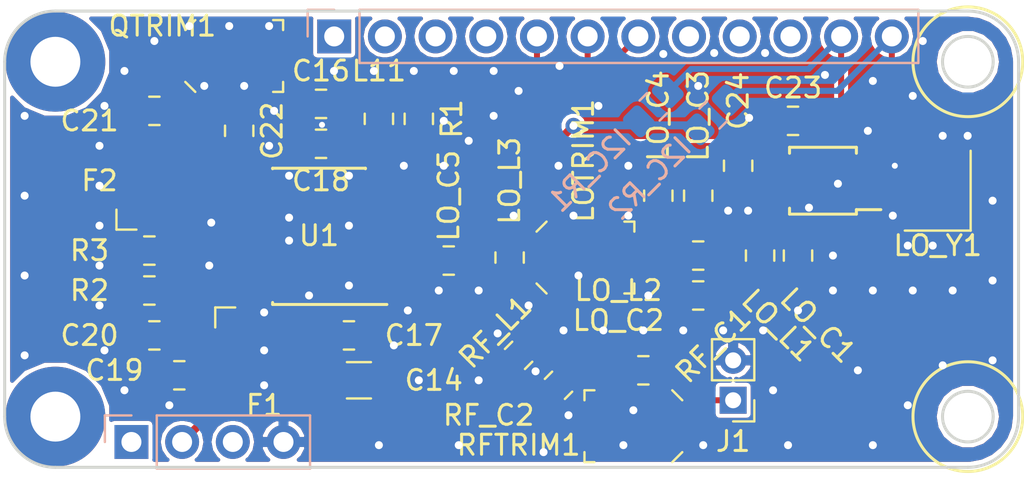
<source format=kicad_pcb>
(kicad_pcb (version 20171130) (host pcbnew "(5.0.2-5)-5")

  (general
    (thickness 1.6)
    (drawings 12)
    (tracks 233)
    (zones 0)
    (modules 40)
    (nets 29)
  )

  (page A4)
  (layers
    (0 F.Cu signal)
    (31 B.Cu signal)
    (32 B.Adhes user hide)
    (33 F.Adhes user hide)
    (34 B.Paste user)
    (35 F.Paste user)
    (36 B.SilkS user)
    (37 F.SilkS user)
    (38 B.Mask user hide)
    (39 F.Mask user hide)
    (40 Dwgs.User user hide)
    (41 Cmts.User user hide)
    (42 Eco1.User user hide)
    (43 Eco2.User user hide)
    (44 Edge.Cuts user)
    (45 Margin user hide)
    (46 B.CrtYd user hide)
    (47 F.CrtYd user hide)
    (48 B.Fab user)
    (49 F.Fab user)
  )

  (setup
    (last_trace_width 0.3)
    (trace_clearance 0.2)
    (zone_clearance 0.2)
    (zone_45_only no)
    (trace_min 0.3)
    (segment_width 0.2)
    (edge_width 0.15)
    (via_size 0.8)
    (via_drill 0.4)
    (via_min_size 0.4)
    (via_min_drill 0.3)
    (uvia_size 0.3)
    (uvia_drill 0.1)
    (uvias_allowed no)
    (uvia_min_size 0.2)
    (uvia_min_drill 0.1)
    (pcb_text_width 0.3)
    (pcb_text_size 1.5 1.5)
    (mod_edge_width 0.15)
    (mod_text_size 0.5 0.5)
    (mod_text_width 0.07)
    (pad_size 2.2 1.05)
    (pad_drill 0)
    (pad_to_mask_clearance 0.0508)
    (solder_mask_min_width 0.25)
    (aux_axis_origin 0 0)
    (visible_elements FFFFFF7F)
    (pcbplotparams
      (layerselection 0x010fc_ffffffff)
      (usegerberextensions false)
      (usegerberattributes false)
      (usegerberadvancedattributes false)
      (creategerberjobfile false)
      (excludeedgelayer true)
      (linewidth 0.100000)
      (plotframeref false)
      (viasonmask false)
      (mode 1)
      (useauxorigin false)
      (hpglpennumber 1)
      (hpglpenspeed 20)
      (hpglpendiameter 15.000000)
      (psnegative false)
      (psa4output false)
      (plotreference true)
      (plotvalue true)
      (plotinvisibletext false)
      (padsonsilk false)
      (subtractmaskfromsilk false)
      (outputformat 1)
      (mirror false)
      (drillshape 0)
      (scaleselection 1)
      (outputdirectory "plots/"))
  )

  (net 0 "")
  (net 1 "Net-(F2-Pad1)")
  (net 2 "Net-(F1-Pad1)")
  (net 3 /DAT_OUT)
  (net 4 /LO_IN)
  (net 5 "Net-(C19-Pad2)")
  (net 6 "Net-(C20-Pad2)")
  (net 7 "Net-(C21-Pad2)")
  (net 8 "Net-(C22-Pad2)")
  (net 9 "Net-(F1-Pad6)")
  (net 10 "Net-(F2-Pad6)")
  (net 11 /POW_CON_IN)
  (net 12 /RSSI_OUT)
  (net 13 /3V3)
  (net 14 "Net-(C16-Pad1)")
  (net 15 "Net-(R2-Pad1)")
  (net 16 /SCL)
  (net 17 /SDA)
  (net 18 "Net-(J1-Pad1)")
  (net 19 "Net-(LO_C2-Pad1)")
  (net 20 "Net-(LO_C5-Pad2)")
  (net 21 "Net-(LO_U1-Pad2)")
  (net 22 "Net-(LO_U1-Pad3)")
  (net 23 "Net-(RF_C1-Pad2)")
  (net 24 GND)
  (net 25 "Net-(LOTRIM1-Pad2)")
  (net 26 "Net-(LOTRIM1-Pad1)")
  (net 27 "Net-(RFTRIM1-Pad2)")
  (net 28 "Net-(C18-Pad1)")

  (net_class Default "This is the default net class."
    (clearance 0.2)
    (trace_width 0.3)
    (via_dia 0.8)
    (via_drill 0.4)
    (uvia_dia 0.3)
    (uvia_drill 0.1)
    (diff_pair_gap 5)
    (diff_pair_width 5)
    (add_net /3V3)
    (add_net /DAT_OUT)
    (add_net /LO_IN)
    (add_net /POW_CON_IN)
    (add_net /RSSI_OUT)
    (add_net /SCL)
    (add_net /SDA)
    (add_net GND)
    (add_net "Net-(C16-Pad1)")
    (add_net "Net-(C18-Pad1)")
    (add_net "Net-(C19-Pad2)")
    (add_net "Net-(C20-Pad2)")
    (add_net "Net-(C21-Pad2)")
    (add_net "Net-(C22-Pad2)")
    (add_net "Net-(F1-Pad1)")
    (add_net "Net-(F1-Pad6)")
    (add_net "Net-(F2-Pad1)")
    (add_net "Net-(F2-Pad6)")
    (add_net "Net-(J1-Pad1)")
    (add_net "Net-(LOTRIM1-Pad1)")
    (add_net "Net-(LOTRIM1-Pad2)")
    (add_net "Net-(LO_C2-Pad1)")
    (add_net "Net-(LO_C5-Pad2)")
    (add_net "Net-(LO_U1-Pad2)")
    (add_net "Net-(LO_U1-Pad3)")
    (add_net "Net-(R2-Pad1)")
    (add_net "Net-(RFTRIM1-Pad2)")
    (add_net "Net-(RF_C1-Pad2)")
  )

  (net_class "Small Vias" ""
    (clearance 0.2)
    (trace_width 0.3)
    (via_dia 0.6)
    (via_drill 0.3)
    (uvia_dia 0.3)
    (uvia_drill 0.1)
    (diff_pair_gap 5)
    (diff_pair_width 5)
  )

  (module Connector_PinHeader_2.54mm:PinHeader_1x04_P2.54mm_Vertical locked (layer B.Cu) (tedit 5C645FD8) (tstamp 5C65EC7F)
    (at 56.35 51.59 270)
    (descr "Through hole straight pin header, 1x04, 2.54mm pitch, single row")
    (tags "Through hole pin header THT 1x04 2.54mm single row")
    (path /5C028443)
    (fp_text reference J3 (at 0 2.33 270) (layer B.SilkS) hide
      (effects (font (size 1 1) (thickness 0.15)) (justify mirror))
    )
    (fp_text value Feather_Bottom_Female (at 0 -9.95 270) (layer B.Fab) hide
      (effects (font (size 1 1) (thickness 0.15)) (justify mirror))
    )
    (fp_line (start -0.635 1.27) (end 1.27 1.27) (layer B.Fab) (width 0.1))
    (fp_line (start 1.27 1.27) (end 1.27 -8.89) (layer B.Fab) (width 0.1))
    (fp_line (start 1.27 -8.89) (end -1.27 -8.89) (layer B.Fab) (width 0.1))
    (fp_line (start -1.27 -8.89) (end -1.27 0.635) (layer B.Fab) (width 0.1))
    (fp_line (start -1.27 0.635) (end -0.635 1.27) (layer B.Fab) (width 0.1))
    (fp_line (start -1.33 -8.95) (end 1.33 -8.95) (layer B.SilkS) (width 0.12))
    (fp_line (start -1.33 -1.27) (end -1.33 -8.95) (layer B.SilkS) (width 0.12))
    (fp_line (start 1.33 -1.27) (end 1.33 -8.95) (layer B.SilkS) (width 0.12))
    (fp_line (start -1.33 -1.27) (end 1.33 -1.27) (layer B.SilkS) (width 0.12))
    (fp_line (start -1.33 0) (end -1.33 1.33) (layer B.SilkS) (width 0.12))
    (fp_line (start -1.33 1.33) (end 0 1.33) (layer B.SilkS) (width 0.12))
    (fp_line (start -1.8 1.8) (end -1.8 -9.4) (layer B.CrtYd) (width 0.05))
    (fp_line (start -1.8 -9.4) (end 1.8 -9.4) (layer B.CrtYd) (width 0.05))
    (fp_line (start 1.8 -9.4) (end 1.8 1.8) (layer B.CrtYd) (width 0.05))
    (fp_line (start 1.8 1.8) (end -1.8 1.8) (layer B.CrtYd) (width 0.05))
    (fp_text user %R (at 0 -3.81 180) (layer B.Fab)
      (effects (font (size 1 1) (thickness 0.15)) (justify mirror))
    )
    (pad 1 thru_hole rect (at 0 0 270) (size 1.7 1.7) (drill 1) (layers *.Cu *.Mask))
    (pad 2 thru_hole oval (at 0 -2.54 270) (size 1.7 1.7) (drill 1) (layers *.Cu *.Mask)
      (net 13 /3V3))
    (pad 3 thru_hole oval (at 0 -5.08 270) (size 1.7 1.7) (drill 1) (layers *.Cu *.Mask))
    (pad 4 thru_hole oval (at 0 -7.62 270) (size 1.7 1.7) (drill 1) (layers *.Cu *.Mask)
      (net 24 GND))
    (model ${KISYS3DMOD}/Connector_PinHeader_2.54mm.3dshapes/PinHeader_1x04_P2.54mm_Vertical.wrl
      (at (xyz 0 0 0))
      (scale (xyz 1 1 1))
      (rotate (xyz 0 0 0))
    )
  )

  (module Resistor_SMD:R_0805_2012Metric_Pad1.15x1.40mm_HandSolder (layer F.Cu) (tedit 5C871031) (tstamp 5C663C1C)
    (at 57.25 42 180)
    (descr "Resistor SMD 0805 (2012 Metric), square (rectangular) end terminal, IPC_7351 nominal with elongated pad for handsoldering. (Body size source: https://docs.google.com/spreadsheets/d/1BsfQQcO9C6DZCsRaXUlFlo91Tg2WpOkGARC1WS5S8t0/edit?usp=sharing), generated with kicad-footprint-generator")
    (tags "resistor handsolder")
    (path /5C8D105F)
    (attr smd)
    (fp_text reference R3 (at 3 0 180) (layer F.SilkS)
      (effects (font (size 1 1) (thickness 0.15)))
    )
    (fp_text value 0 (at 0 1.65 180) (layer F.Fab) hide
      (effects (font (size 1 1) (thickness 0.15)))
    )
    (fp_text user %R (at 0 0 180) (layer F.Fab) hide
      (effects (font (size 0.5 0.5) (thickness 0.08)))
    )
    (fp_line (start 1.85 0.95) (end -1.85 0.95) (layer F.CrtYd) (width 0.05))
    (fp_line (start 1.85 -0.95) (end 1.85 0.95) (layer F.CrtYd) (width 0.05))
    (fp_line (start -1.85 -0.95) (end 1.85 -0.95) (layer F.CrtYd) (width 0.05))
    (fp_line (start -1.85 0.95) (end -1.85 -0.95) (layer F.CrtYd) (width 0.05))
    (fp_line (start -0.261252 0.71) (end 0.261252 0.71) (layer F.SilkS) (width 0.12))
    (fp_line (start -0.261252 -0.71) (end 0.261252 -0.71) (layer F.SilkS) (width 0.12))
    (fp_line (start 1 0.6) (end -1 0.6) (layer F.Fab) (width 0.1))
    (fp_line (start 1 -0.6) (end 1 0.6) (layer F.Fab) (width 0.1))
    (fp_line (start -1 -0.6) (end 1 -0.6) (layer F.Fab) (width 0.1))
    (fp_line (start -1 0.6) (end -1 -0.6) (layer F.Fab) (width 0.1))
    (pad 2 smd roundrect (at 1.024999 0 180) (size 1.15 1.4) (layers F.Cu F.Paste F.Mask) (roundrect_rratio 0.217391)
      (net 1 "Net-(F2-Pad1)"))
    (pad 1 smd roundrect (at -1.024999 0 180) (size 1.15 1.4) (layers F.Cu F.Paste F.Mask) (roundrect_rratio 0.217391)
      (net 15 "Net-(R2-Pad1)"))
    (model ${KISYS3DMOD}/Resistor_SMD.3dshapes/R_0805_2012Metric.wrl
      (at (xyz 0 0 0))
      (scale (xyz 1 1 1))
      (rotate (xyz 0 0 0))
    )
  )

  (module Resistor_SMD:R_0805_2012Metric_Pad1.15x1.40mm_HandSolder (layer F.Cu) (tedit 5C8711D5) (tstamp 5C02F842)
    (at 57.25 44 180)
    (descr "Resistor SMD 0805 (2012 Metric), square (rectangular) end terminal, IPC_7351 nominal with elongated pad for handsoldering. (Body size source: https://docs.google.com/spreadsheets/d/1BsfQQcO9C6DZCsRaXUlFlo91Tg2WpOkGARC1WS5S8t0/edit?usp=sharing), generated with kicad-footprint-generator")
    (tags "resistor handsolder")
    (path /5DD72375)
    (attr smd)
    (fp_text reference R2 (at 3 0 180) (layer F.SilkS)
      (effects (font (size 1 1) (thickness 0.15)))
    )
    (fp_text value 0 (at 0 1.65 180) (layer F.Fab) hide
      (effects (font (size 1 1) (thickness 0.15)))
    )
    (fp_text user %R (at 0 0 180) (layer F.Fab) hide
      (effects (font (size 0.5 0.5) (thickness 0.08)))
    )
    (fp_line (start 1.85 0.95) (end -1.85 0.95) (layer F.CrtYd) (width 0.05))
    (fp_line (start 1.85 -0.95) (end 1.85 0.95) (layer F.CrtYd) (width 0.05))
    (fp_line (start -1.85 -0.95) (end 1.85 -0.95) (layer F.CrtYd) (width 0.05))
    (fp_line (start -1.85 0.95) (end -1.85 -0.95) (layer F.CrtYd) (width 0.05))
    (fp_line (start -0.261252 0.71) (end 0.261252 0.71) (layer F.SilkS) (width 0.12))
    (fp_line (start -0.261252 -0.71) (end 0.261252 -0.71) (layer F.SilkS) (width 0.12))
    (fp_line (start 1 0.6) (end -1 0.6) (layer F.Fab) (width 0.1))
    (fp_line (start 1 -0.6) (end 1 0.6) (layer F.Fab) (width 0.1))
    (fp_line (start -1 -0.6) (end 1 -0.6) (layer F.Fab) (width 0.1))
    (fp_line (start -1 0.6) (end -1 -0.6) (layer F.Fab) (width 0.1))
    (pad 2 smd roundrect (at 1.025 0 180) (size 1.15 1.4) (layers F.Cu F.Paste F.Mask) (roundrect_rratio 0.217391)
      (net 24 GND))
    (pad 1 smd roundrect (at -1.025 0 180) (size 1.15 1.4) (layers F.Cu F.Paste F.Mask) (roundrect_rratio 0.217391)
      (net 15 "Net-(R2-Pad1)"))
    (model ${KISYS3DMOD}/Resistor_SMD.3dshapes/R_0805_2012Metric.wrl
      (at (xyz 0 0 0))
      (scale (xyz 1 1 1))
      (rotate (xyz 0 0 0))
    )
  )

  (module Resistor_SMD:R_0805_2012Metric_Pad1.15x1.40mm_HandSolder (layer F.Cu) (tedit 5DD19141) (tstamp 5DEAF247)
    (at 70.75 35.4 270)
    (descr "Resistor SMD 0805 (2012 Metric), square (rectangular) end terminal, IPC_7351 nominal with elongated pad for handsoldering. (Body size source: https://docs.google.com/spreadsheets/d/1BsfQQcO9C6DZCsRaXUlFlo91Tg2WpOkGARC1WS5S8t0/edit?usp=sharing), generated with kicad-footprint-generator")
    (tags "resistor handsolder")
    (path /5C072520)
    (attr smd)
    (fp_text reference R1 (at 0 -1.65 270) (layer F.SilkS)
      (effects (font (size 1 1) (thickness 0.15)))
    )
    (fp_text value 10k (at 0 1.65 270) (layer F.Fab) hide
      (effects (font (size 1 1) (thickness 0.15)))
    )
    (fp_text user %R (at 0 0 270) (layer F.Fab) hide
      (effects (font (size 0.5 0.5) (thickness 0.08)))
    )
    (fp_line (start 1.85 0.95) (end -1.85 0.95) (layer F.CrtYd) (width 0.05))
    (fp_line (start 1.85 -0.95) (end 1.85 0.95) (layer F.CrtYd) (width 0.05))
    (fp_line (start -1.85 -0.95) (end 1.85 -0.95) (layer F.CrtYd) (width 0.05))
    (fp_line (start -1.85 0.95) (end -1.85 -0.95) (layer F.CrtYd) (width 0.05))
    (fp_line (start -0.261252 0.71) (end 0.261252 0.71) (layer F.SilkS) (width 0.12))
    (fp_line (start -0.261252 -0.71) (end 0.261252 -0.71) (layer F.SilkS) (width 0.12))
    (fp_line (start 1 0.6) (end -1 0.6) (layer F.Fab) (width 0.1))
    (fp_line (start 1 -0.6) (end 1 0.6) (layer F.Fab) (width 0.1))
    (fp_line (start -1 -0.6) (end 1 -0.6) (layer F.Fab) (width 0.1))
    (fp_line (start -1 0.6) (end -1 -0.6) (layer F.Fab) (width 0.1))
    (pad 2 smd roundrect (at 1.025 0 270) (size 1.15 1.4) (layers F.Cu F.Paste F.Mask) (roundrect_rratio 0.217391)
      (net 24 GND))
    (pad 1 smd roundrect (at -1.025 0 270) (size 1.15 1.4) (layers F.Cu F.Paste F.Mask) (roundrect_rratio 0.217391)
      (net 14 "Net-(C16-Pad1)"))
    (model ${KISYS3DMOD}/Resistor_SMD.3dshapes/R_0805_2012Metric.wrl
      (at (xyz 0 0 0))
      (scale (xyz 1 1 1))
      (rotate (xyz 0 0 0))
    )
  )

  (module Resistor_SMD:R_0805_2012Metric_Pad1.15x1.40mm_HandSolder (layer B.Cu) (tedit 5DB5C4B2) (tstamp 5DE2253B)
    (at 82.5 34.8 45)
    (descr "Resistor SMD 0805 (2012 Metric), square (rectangular) end terminal, IPC_7351 nominal with elongated pad for handsoldering. (Body size source: https://docs.google.com/spreadsheets/d/1BsfQQcO9C6DZCsRaXUlFlo91Tg2WpOkGARC1WS5S8t0/edit?usp=sharing), generated with kicad-footprint-generator")
    (tags "resistor handsolder")
    (path /5C5EC71F)
    (attr smd)
    (fp_text reference I2C_R1 (at -4.5 0 45) (layer B.SilkS)
      (effects (font (size 1 1) (thickness 0.15)) (justify mirror))
    )
    (fp_text value 4.7k (at 0 -1.65 45) (layer B.Fab) hide
      (effects (font (size 1 1) (thickness 0.15)) (justify mirror))
    )
    (fp_text user %R (at 0 0 45) (layer B.Fab) hide
      (effects (font (size 0.5 0.5) (thickness 0.08)) (justify mirror))
    )
    (fp_line (start 1.85 -0.95) (end -1.85 -0.95) (layer B.CrtYd) (width 0.05))
    (fp_line (start 1.85 0.95) (end 1.85 -0.95) (layer B.CrtYd) (width 0.05))
    (fp_line (start -1.85 0.95) (end 1.85 0.95) (layer B.CrtYd) (width 0.05))
    (fp_line (start -1.85 -0.95) (end -1.85 0.95) (layer B.CrtYd) (width 0.05))
    (fp_line (start -0.261252 -0.71) (end 0.261252 -0.71) (layer B.SilkS) (width 0.12))
    (fp_line (start -0.261252 0.71) (end 0.261252 0.71) (layer B.SilkS) (width 0.12))
    (fp_line (start 1 -0.6) (end -1 -0.6) (layer B.Fab) (width 0.1))
    (fp_line (start 1 0.6) (end 1 -0.6) (layer B.Fab) (width 0.1))
    (fp_line (start -1 0.6) (end 1 0.6) (layer B.Fab) (width 0.1))
    (fp_line (start -1 -0.6) (end -1 0.6) (layer B.Fab) (width 0.1))
    (pad 2 smd roundrect (at 1.024999 0 45) (size 1.15 1.4) (layers B.Cu B.Paste B.Mask) (roundrect_rratio 0.217391)
      (net 16 /SCL))
    (pad 1 smd roundrect (at -1.024999 0 45) (size 1.15 1.4) (layers B.Cu B.Paste B.Mask) (roundrect_rratio 0.217391)
      (net 13 /3V3))
    (model ${KISYS3DMOD}/Resistor_SMD.3dshapes/R_0805_2012Metric.wrl
      (at (xyz 0 0 0))
      (scale (xyz 1 1 1))
      (rotate (xyz 0 0 0))
    )
  )

  (module Filter:Murata_SFECF-6_HandSoldering (layer F.Cu) (tedit 5DD19178) (tstamp 5DB59DDD)
    (at 57.75 38.5 90)
    (descr https://www.murata.com/en-us/products/filter/cerafil/sfecf)
    (tags "10.7MHz smd ceramic")
    (path /5CACAD2B)
    (attr smd)
    (fp_text reference F2 (at 0 -3 180) (layer F.SilkS)
      (effects (font (size 1 1) (thickness 0.15)))
    )
    (fp_text value SFECF_10M7 (at 0 -2.8 90) (layer F.Fab) hide
      (effects (font (size 1 1) (thickness 0.15)))
    )
    (fp_line (start -2.45 -2.15) (end -1.45 -2.15) (layer F.SilkS) (width 0.12))
    (fp_line (start -2.45 -1.15) (end -2.45 -2.15) (layer F.SilkS) (width 0.12))
    (fp_line (start -0.8 -1.725) (end -1.55 -0.9) (layer F.Fab) (width 0.1))
    (fp_line (start 2.3 -2) (end 2.3 2) (layer F.CrtYd) (width 0.05))
    (fp_line (start -2.3 2) (end 2.3 2) (layer F.CrtYd) (width 0.05))
    (fp_line (start -2.3 -2) (end -2.3 2) (layer F.CrtYd) (width 0.05))
    (fp_line (start 2.3 -2) (end -2.3 -2) (layer F.CrtYd) (width 0.05))
    (fp_line (start 1.55 -1.725) (end 1.55 1.725) (layer F.Fab) (width 0.1))
    (fp_line (start -1.55 1.725) (end 1.55 1.725) (layer F.Fab) (width 0.1))
    (fp_line (start -1.55 -0.9) (end -1.55 1.725) (layer F.Fab) (width 0.1))
    (fp_line (start 1.55 -1.725) (end -0.8 -1.725) (layer F.Fab) (width 0.1))
    (fp_text user %R (at 0 2.8 90) (layer F.Fab) hide
      (effects (font (size 1 1) (thickness 0.15)))
    )
    (pad 3 smd roundrect (at -1.375 1.4) (size 0.8 1.35) (layers F.Cu F.Paste F.Mask) (roundrect_rratio 0.1))
    (pad 1 smd roundrect (at -1.375 -1.4) (size 0.8 1.35) (layers F.Cu F.Paste F.Mask) (roundrect_rratio 0.1)
      (net 1 "Net-(F2-Pad1)"))
    (pad 2 smd roundrect (at -1.375 0) (size 0.8 1.35) (layers F.Cu F.Paste F.Mask) (roundrect_rratio 0.1)
      (net 24 GND))
    (pad 4 smd roundrect (at 1.375 1.4) (size 0.8 1.35) (layers F.Cu F.Paste F.Mask) (roundrect_rratio 0.1))
    (pad 6 smd roundrect (at 1.375 -1.4) (size 0.8 1.35) (layers F.Cu F.Paste F.Mask) (roundrect_rratio 0.1)
      (net 10 "Net-(F2-Pad6)"))
    (pad 5 smd roundrect (at 1.375 0) (size 0.8 1.35) (layers F.Cu F.Paste F.Mask) (roundrect_rratio 0.1)
      (net 24 GND))
  )

  (module Package_SO:SSOP-20_4.4x6.5mm_P0.65mm (layer F.Cu) (tedit 5DAF8953) (tstamp 5DAFEC49)
    (at 65.75 41.25 180)
    (descr "SSOP20: plastic shrink small outline package; 20 leads; body width 4.4 mm; (see NXP SSOP-TSSOP-VSO-REFLOW.pdf and sot266-1_po.pdf)")
    (tags "SSOP 0.65")
    (path /5C08D7CF)
    (attr smd)
    (fp_text reference U1 (at 0 0 180) (layer F.SilkS)
      (effects (font (size 1 1) (thickness 0.15)))
    )
    (fp_text value SA636DK (at 0 4.3 180) (layer F.Fab) hide
      (effects (font (size 1 1) (thickness 0.15)))
    )
    (fp_line (start -1.2 -3.25) (end 2.2 -3.25) (layer F.Fab) (width 0.15))
    (fp_line (start 2.2 -3.25) (end 2.2 3.25) (layer F.Fab) (width 0.15))
    (fp_line (start 2.2 3.25) (end -2.2 3.25) (layer F.Fab) (width 0.15))
    (fp_line (start -2.2 3.25) (end -2.2 -2.25) (layer F.Fab) (width 0.15))
    (fp_line (start -2.2 -2.25) (end -1.2 -3.25) (layer F.Fab) (width 0.15))
    (fp_line (start -3.65 -3.55) (end -3.65 3.55) (layer F.CrtYd) (width 0.05))
    (fp_line (start 3.65 -3.55) (end 3.65 3.55) (layer F.CrtYd) (width 0.05))
    (fp_line (start -3.65 -3.55) (end 3.65 -3.55) (layer F.CrtYd) (width 0.05))
    (fp_line (start -3.65 3.55) (end 3.65 3.55) (layer F.CrtYd) (width 0.05))
    (fp_line (start 2.325 -3.45) (end 2.325 -3.35) (layer F.SilkS) (width 0.15))
    (fp_line (start 2.325 3.375) (end 2.325 3.35) (layer F.SilkS) (width 0.15))
    (fp_line (start -2.325 3.375) (end -2.325 3.35) (layer F.SilkS) (width 0.15))
    (fp_line (start -3.4 -3.449999) (end 2.325 -3.45) (layer F.SilkS) (width 0.15))
    (fp_line (start -2.325 3.375) (end 2.325 3.375) (layer F.SilkS) (width 0.15))
    (fp_text user %R (at 0 0 180) (layer F.Fab) hide
      (effects (font (size 0.8 0.8) (thickness 0.15)))
    )
    (pad 1 smd rect (at -2.9 -2.925 180) (size 1 0.4) (layers F.Cu F.Paste F.Mask)
      (net 27 "Net-(RFTRIM1-Pad2)"))
    (pad 2 smd rect (at -2.9 -2.275 180) (size 1 0.4) (layers F.Cu F.Paste F.Mask)
      (net 23 "Net-(RF_C1-Pad2)"))
    (pad 3 smd rect (at -2.9 -1.625 180) (size 1 0.4) (layers F.Cu F.Paste F.Mask))
    (pad 4 smd rect (at -2.9 -0.975 180) (size 1 0.4) (layers F.Cu F.Paste F.Mask)
      (net 20 "Net-(LO_C5-Pad2)"))
    (pad 5 smd rect (at -2.9 -0.325 180) (size 1 0.4) (layers F.Cu F.Paste F.Mask)
      (net 13 /3V3))
    (pad 6 smd rect (at -2.9 0.325 180) (size 1 0.4) (layers F.Cu F.Paste F.Mask)
      (net 12 /RSSI_OUT))
    (pad 7 smd rect (at -2.9 0.975 180) (size 1 0.4) (layers F.Cu F.Paste F.Mask)
      (net 12 /RSSI_OUT))
    (pad 8 smd rect (at -2.9 1.625 180) (size 1 0.4) (layers F.Cu F.Paste F.Mask)
      (net 11 /POW_CON_IN))
    (pad 9 smd rect (at -2.9 2.275 180) (size 1 0.4) (layers F.Cu F.Paste F.Mask)
      (net 3 /DAT_OUT))
    (pad 10 smd rect (at -2.9 2.925 180) (size 1 0.4) (layers F.Cu F.Paste F.Mask)
      (net 14 "Net-(C16-Pad1)"))
    (pad 11 smd rect (at 2.9 2.925 180) (size 1 0.4) (layers F.Cu F.Paste F.Mask)
      (net 28 "Net-(C18-Pad1)"))
    (pad 12 smd rect (at 2.9 2.275 180) (size 1 0.4) (layers F.Cu F.Paste F.Mask)
      (net 8 "Net-(C22-Pad2)"))
    (pad 13 smd rect (at 2.9 1.625 180) (size 1 0.4) (layers F.Cu F.Paste F.Mask)
      (net 7 "Net-(C21-Pad2)"))
    (pad 14 smd rect (at 2.9 0.975 180) (size 1 0.4) (layers F.Cu F.Paste F.Mask)
      (net 10 "Net-(F2-Pad6)"))
    (pad 15 smd rect (at 2.9 0.325 180) (size 1 0.4) (layers F.Cu F.Paste F.Mask)
      (net 24 GND))
    (pad 16 smd rect (at 2.9 -0.325 180) (size 1 0.4) (layers F.Cu F.Paste F.Mask)
      (net 15 "Net-(R2-Pad1)"))
    (pad 17 smd rect (at 2.9 -0.975 180) (size 1 0.4) (layers F.Cu F.Paste F.Mask)
      (net 6 "Net-(C20-Pad2)"))
    (pad 18 smd rect (at 2.9 -1.625 180) (size 1 0.4) (layers F.Cu F.Paste F.Mask)
      (net 9 "Net-(F1-Pad6)"))
    (pad 19 smd rect (at 2.9 -2.275 180) (size 1 0.4) (layers F.Cu F.Paste F.Mask)
      (net 5 "Net-(C19-Pad2)"))
    (pad 20 smd rect (at 2.9 -2.925 180) (size 1 0.4) (layers F.Cu F.Paste F.Mask)
      (net 2 "Net-(F1-Pad1)"))
    (model ${KISYS3DMOD}/Package_SO.3dshapes/SSOP-20_4.4x6.5mm_P0.65mm.wrl
      (at (xyz 0 0 0))
      (scale (xyz 1 1 1))
      (rotate (xyz 0 0 0))
    )
  )

  (module Filter:Murata_SFECF-6_HandSoldering (layer F.Cu) (tedit 5DD485B2) (tstamp 5CACFC8C)
    (at 63 47)
    (descr https://www.murata.com/en-us/products/filter/cerafil/sfecf)
    (tags "10.7MHz smd ceramic")
    (path /5CACABDF)
    (attr smd)
    (fp_text reference F1 (at 0 2.75 180) (layer F.SilkS)
      (effects (font (size 1 1) (thickness 0.15)))
    )
    (fp_text value SFECF_10M7 (at 0 -2.8) (layer F.Fab) hide
      (effects (font (size 1 1) (thickness 0.15)))
    )
    (fp_text user %R (at 0 2.8) (layer F.Fab) hide
      (effects (font (size 1 1) (thickness 0.15)))
    )
    (fp_line (start 1.55 -1.725) (end -0.8 -1.725) (layer F.Fab) (width 0.1))
    (fp_line (start -1.55 -0.9) (end -1.55 1.725) (layer F.Fab) (width 0.1))
    (fp_line (start -1.55 1.725) (end 1.55 1.725) (layer F.Fab) (width 0.1))
    (fp_line (start 1.55 -1.725) (end 1.55 1.725) (layer F.Fab) (width 0.1))
    (fp_line (start 2.3 -2) (end -2.3 -2) (layer F.CrtYd) (width 0.05))
    (fp_line (start -2.3 -2) (end -2.3 2) (layer F.CrtYd) (width 0.05))
    (fp_line (start -2.3 2) (end 2.3 2) (layer F.CrtYd) (width 0.05))
    (fp_line (start 2.3 -2) (end 2.3 2) (layer F.CrtYd) (width 0.05))
    (fp_line (start -0.8 -1.725) (end -1.55 -0.9) (layer F.Fab) (width 0.1))
    (fp_line (start -2.45 -1.15) (end -2.45 -2.15) (layer F.SilkS) (width 0.12))
    (fp_line (start -2.45 -2.15) (end -1.45 -2.15) (layer F.SilkS) (width 0.12))
    (pad 5 smd roundrect (at 1.375 0 270) (size 0.8 1.35) (layers F.Cu F.Paste F.Mask) (roundrect_rratio 0.1)
      (net 24 GND))
    (pad 6 smd roundrect (at 1.375 -1.4 270) (size 0.8 1.35) (layers F.Cu F.Paste F.Mask) (roundrect_rratio 0.1)
      (net 9 "Net-(F1-Pad6)"))
    (pad 4 smd roundrect (at 1.375 1.4 270) (size 0.8 1.35) (layers F.Cu F.Paste F.Mask) (roundrect_rratio 0.1))
    (pad 2 smd roundrect (at -1.375 0 270) (size 0.8 1.35) (layers F.Cu F.Paste F.Mask) (roundrect_rratio 0.1)
      (net 24 GND))
    (pad 1 smd roundrect (at -1.375 -1.4 270) (size 0.8 1.35) (layers F.Cu F.Paste F.Mask) (roundrect_rratio 0.1)
      (net 2 "Net-(F1-Pad1)"))
    (pad 3 smd roundrect (at -1.375 1.4 270) (size 0.8 1.35) (layers F.Cu F.Paste F.Mask) (roundrect_rratio 0.1))
  )

  (module MountingHole:MountingHole_2.5mm_Pad locked (layer F.Cu) (tedit 5DD1911D) (tstamp 5DAFE3CA)
    (at 52.54 50.32)
    (descr "Mounting Hole 2.5mm")
    (tags "mounting hole 2.5mm")
    (attr virtual)
    (fp_text reference REF** (at 0 -3.5) (layer F.SilkS) hide
      (effects (font (size 1 1) (thickness 0.15)))
    )
    (fp_text value MountingHole_2.5mm_Pad (at 0 3.5) (layer F.Fab) hide
      (effects (font (size 1 1) (thickness 0.15)))
    )
    (fp_text user %R (at 0.3 0) (layer F.Fab)
      (effects (font (size 1 1) (thickness 0.15)))
    )
    (fp_circle (center 0 0) (end 2.5 0) (layer Cmts.User) (width 0.15))
    (fp_circle (center 0 0) (end 2.75 0) (layer F.CrtYd) (width 0.05))
    (pad 1 thru_hole circle (at 0 0) (size 5 5) (drill 2.5) (layers *.Cu *.Mask))
  )

  (module Package_SO:MSOP-10_3x3mm_P0.5mm (layer F.Cu) (tedit 5DB60784) (tstamp 5DBBEB15)
    (at 91 38.5 180)
    (descr "10-Lead Plastic Micro Small Outline Package (MS) [MSOP] (see Microchip Packaging Specification 00000049BS.pdf)")
    (tags "SSOP 0.5")
    (path /5C59D07C)
    (attr smd)
    (fp_text reference LO_U1 (at 0 2.6 180) (layer F.SilkS) hide
      (effects (font (size 1 1) (thickness 0.15)))
    )
    (fp_text value SI5351A (at 0 2.6 180) (layer F.Fab) hide
      (effects (font (size 1 1) (thickness 0.15)))
    )
    (fp_line (start -0.5 -1.5) (end 1.5 -1.5) (layer F.Fab) (width 0.15))
    (fp_line (start 1.5 -1.5) (end 1.5 1.5) (layer F.Fab) (width 0.15))
    (fp_line (start 1.5 1.5) (end -1.5 1.5) (layer F.Fab) (width 0.15))
    (fp_line (start -1.5 1.5) (end -1.5 -0.5) (layer F.Fab) (width 0.15))
    (fp_line (start -1.5 -0.5) (end -0.5 -1.5) (layer F.Fab) (width 0.15))
    (fp_line (start -3.15 -1.85) (end -3.15 1.85) (layer F.CrtYd) (width 0.05))
    (fp_line (start 3.15 -1.85) (end 3.15 1.85) (layer F.CrtYd) (width 0.05))
    (fp_line (start -3.15 -1.85) (end 3.15 -1.85) (layer F.CrtYd) (width 0.05))
    (fp_line (start -3.15 1.85) (end 3.15 1.85) (layer F.CrtYd) (width 0.05))
    (fp_line (start -1.675 -1.675) (end -1.675 -1.45) (layer F.SilkS) (width 0.15))
    (fp_line (start 1.675 -1.675) (end 1.675 -1.375) (layer F.SilkS) (width 0.15))
    (fp_line (start 1.675 1.675) (end 1.675 1.375) (layer F.SilkS) (width 0.15))
    (fp_line (start -1.675 1.675) (end -1.675 1.375) (layer F.SilkS) (width 0.15))
    (fp_line (start -1.675 -1.675) (end 1.675 -1.675) (layer F.SilkS) (width 0.15))
    (fp_line (start -1.675 1.675) (end 1.675 1.675) (layer F.SilkS) (width 0.15))
    (fp_line (start -1.675 -1.45) (end -2.9 -1.45) (layer F.SilkS) (width 0.15))
    (fp_text user %R (at 0 0 180) (layer F.Fab) hide
      (effects (font (size 0.6 0.6) (thickness 0.15)))
    )
    (pad 1 smd rect (at -2.2 -1 180) (size 1.4 0.3) (layers F.Cu F.Paste F.Mask)
      (net 13 /3V3))
    (pad 2 smd rect (at -2.2 -0.5 180) (size 1.4 0.3) (layers F.Cu F.Paste F.Mask)
      (net 21 "Net-(LO_U1-Pad2)"))
    (pad 3 smd rect (at -2.2 0 180) (size 1.4 0.3) (layers F.Cu F.Paste F.Mask)
      (net 22 "Net-(LO_U1-Pad3)"))
    (pad 4 smd rect (at -2.2 0.5 180) (size 1.4 0.3) (layers F.Cu F.Paste F.Mask)
      (net 16 /SCL))
    (pad 5 smd rect (at -2.2 1 180) (size 1.4 0.3) (layers F.Cu F.Paste F.Mask)
      (net 17 /SDA))
    (pad 6 smd rect (at 2.2 1 180) (size 1.4 0.3) (layers F.Cu F.Paste F.Mask))
    (pad 7 smd rect (at 2.2 0.5 180) (size 1.4 0.3) (layers F.Cu F.Paste F.Mask)
      (net 13 /3V3))
    (pad 8 smd rect (at 2.2 0 180) (size 1.4 0.3) (layers F.Cu F.Paste F.Mask)
      (net 24 GND))
    (pad 9 smd rect (at 2.2 -0.5 180) (size 1.4 0.3) (layers F.Cu F.Paste F.Mask))
    (pad 10 smd rect (at 2.2 -1 180) (size 1.4 0.3) (layers F.Cu F.Paste F.Mask)
      (net 4 /LO_IN))
    (model ${KISYS3DMOD}/Package_SO.3dshapes/MSOP-10_3x3mm_P0.5mm.wrl
      (at (xyz 0 0 0))
      (scale (xyz 1 1 1))
      (rotate (xyz 0 0 0))
    )
  )

  (module Adafruit:PinHeader_Adafruit_Feather_Top locked (layer B.Cu) (tedit 5C030171) (tstamp 5C55A1F7)
    (at 66.51 31.27 270)
    (descr "Through hole straight pin header, 1x12, 2.54mm pitch, single row")
    (tags "Through hole pin header THT 1x12 2.54mm single row")
    (path /5C025FFA)
    (fp_text reference J2 (at 0 2.33 270) (layer B.SilkS) hide
      (effects (font (size 1 1) (thickness 0.15)) (justify mirror))
    )
    (fp_text value Feather_Top_Female (at 0 -30.27 270) (layer B.Fab) hide
      (effects (font (size 1 1) (thickness 0.15)) (justify mirror))
    )
    (fp_line (start -0.635 1.27) (end 1.27 1.27) (layer B.Fab) (width 0.1))
    (fp_line (start 1.27 1.27) (end 1.27 -29.21) (layer B.Fab) (width 0.1))
    (fp_line (start 1.27 -29.21) (end -1.27 -29.21) (layer B.Fab) (width 0.1))
    (fp_line (start -1.27 -29.21) (end -1.27 0.635) (layer B.Fab) (width 0.1))
    (fp_line (start -1.27 0.635) (end -0.635 1.27) (layer B.Fab) (width 0.1))
    (fp_line (start -1.33 -29.27) (end 1.33 -29.27) (layer B.SilkS) (width 0.12))
    (fp_line (start -1.33 -1.27) (end -1.33 -29.27) (layer B.SilkS) (width 0.12))
    (fp_line (start 1.33 -1.27) (end 1.33 -29.27) (layer B.SilkS) (width 0.12))
    (fp_line (start -1.33 -1.27) (end 1.33 -1.27) (layer B.SilkS) (width 0.12))
    (fp_line (start -1.33 0) (end -1.33 1.33) (layer B.SilkS) (width 0.12))
    (fp_line (start -1.33 1.33) (end 0 1.33) (layer B.SilkS) (width 0.12))
    (fp_line (start -1.8 1.8) (end -1.8 -29.75) (layer B.CrtYd) (width 0.05))
    (fp_line (start -1.8 -29.75) (end 1.8 -29.75) (layer B.CrtYd) (width 0.05))
    (fp_line (start 1.8 -29.75) (end 1.8 1.8) (layer B.CrtYd) (width 0.05))
    (fp_line (start 1.8 1.8) (end -1.8 1.8) (layer B.CrtYd) (width 0.05))
    (fp_text user %R (at 0 -13.97 180) (layer B.Fab) hide
      (effects (font (size 1 1) (thickness 0.15)) (justify mirror))
    )
    (pad BAT thru_hole rect (at 0 0 270) (size 1.7 1.7) (drill 1) (layers *.Cu *.Mask))
    (pad EN thru_hole oval (at 0 -2.54 270) (size 1.7 1.7) (drill 1) (layers *.Cu *.Mask))
    (pad USB thru_hole oval (at 0 -5.08 270) (size 1.7 1.7) (drill 1) (layers *.Cu *.Mask))
    (pad 16 thru_hole oval (at 0 -7.62 270) (size 1.7 1.7) (drill 1) (layers *.Cu *.Mask))
    (pad 15 thru_hole oval (at 0 -10.16 270) (size 1.7 1.7) (drill 1) (layers *.Cu *.Mask)
      (net 3 /DAT_OUT))
    (pad 07 thru_hole oval (at 0 -12.7 270) (size 1.7 1.7) (drill 1) (layers *.Cu *.Mask)
      (net 11 /POW_CON_IN))
    (pad 11 thru_hole oval (at 0 -15.24 270) (size 1.7 1.7) (drill 1) (layers *.Cu *.Mask)
      (net 12 /RSSI_OUT))
    (pad 31* thru_hole oval (at 0 -17.78 270) (size 1.7 1.7) (drill 1) (layers *.Cu *.Mask))
    (pad 30 thru_hole oval (at 0 -20.32 270) (size 1.7 1.7) (drill 1) (layers *.Cu *.Mask))
    (pad 27 thru_hole oval (at 0 -22.86 270) (size 1.7 1.7) (drill 1) (layers *.Cu *.Mask))
    (pad SCL thru_hole oval (at 0 -25.4 270) (size 1.7 1.7) (drill 1) (layers *.Cu *.Mask)
      (net 16 /SCL))
    (pad SDA thru_hole oval (at 0 -27.94 270) (size 1.7 1.7) (drill 1) (layers *.Cu *.Mask)
      (net 17 /SDA))
    (model ${KISYS3DMOD}/Connector_PinHeader_2.54mm.3dshapes/PinHeader_1x12_P2.54mm_Vertical.wrl
      (at (xyz 0 0 0))
      (scale (xyz 1 1 1))
      (rotate (xyz 0 0 0))
    )
  )

  (module Resistor_SMD:R_0805_2012Metric_Pad1.15x1.40mm_HandSolder (layer B.Cu) (tedit 5DB5C4B7) (tstamp 5DAF79EB)
    (at 85.5 35.2 225)
    (descr "Resistor SMD 0805 (2012 Metric), square (rectangular) end terminal, IPC_7351 nominal with elongated pad for handsoldering. (Body size source: https://docs.google.com/spreadsheets/d/1BsfQQcO9C6DZCsRaXUlFlo91Tg2WpOkGARC1WS5S8t0/edit?usp=sharing), generated with kicad-footprint-generator")
    (tags "resistor handsolder")
    (path /5C5EC81E)
    (attr smd)
    (fp_text reference I2C_R2 (at 4.5 0 225) (layer B.SilkS)
      (effects (font (size 1 1) (thickness 0.15)) (justify mirror))
    )
    (fp_text value 4.7k (at 0 -1.65 225) (layer B.Fab) hide
      (effects (font (size 1 1) (thickness 0.15)) (justify mirror))
    )
    (fp_line (start -1 -0.6) (end -1 0.6) (layer B.Fab) (width 0.1))
    (fp_line (start -1 0.6) (end 1 0.6) (layer B.Fab) (width 0.1))
    (fp_line (start 1 0.6) (end 1 -0.6) (layer B.Fab) (width 0.1))
    (fp_line (start 1 -0.6) (end -1 -0.6) (layer B.Fab) (width 0.1))
    (fp_line (start -0.261252 0.71) (end 0.261252 0.71) (layer B.SilkS) (width 0.12))
    (fp_line (start -0.261252 -0.71) (end 0.261252 -0.71) (layer B.SilkS) (width 0.12))
    (fp_line (start -1.85 -0.95) (end -1.85 0.95) (layer B.CrtYd) (width 0.05))
    (fp_line (start -1.85 0.95) (end 1.85 0.95) (layer B.CrtYd) (width 0.05))
    (fp_line (start 1.85 0.95) (end 1.85 -0.95) (layer B.CrtYd) (width 0.05))
    (fp_line (start 1.85 -0.95) (end -1.85 -0.95) (layer B.CrtYd) (width 0.05))
    (fp_text user %R (at 0 0 225) (layer B.Fab) hide
      (effects (font (size 0.5 0.5) (thickness 0.08)) (justify mirror))
    )
    (pad 1 smd roundrect (at -1.024999 0 225) (size 1.15 1.4) (layers B.Cu B.Paste B.Mask) (roundrect_rratio 0.217391)
      (net 17 /SDA))
    (pad 2 smd roundrect (at 1.024999 0 225) (size 1.15 1.4) (layers B.Cu B.Paste B.Mask) (roundrect_rratio 0.217391)
      (net 13 /3V3))
    (model ${KISYS3DMOD}/Resistor_SMD.3dshapes/R_0805_2012Metric.wrl
      (at (xyz 0 0 0))
      (scale (xyz 1 1 1))
      (rotate (xyz 0 0 0))
    )
  )

  (module MountingHole:MountingHole_2.5mm_Pad locked (layer F.Cu) (tedit 5DD19119) (tstamp 5DAFE210)
    (at 52.54 32.54)
    (descr "Mounting Hole 2.5mm")
    (tags "mounting hole 2.5mm")
    (attr virtual)
    (fp_text reference REF** (at 0 -3.5) (layer F.SilkS) hide
      (effects (font (size 1 1) (thickness 0.15)))
    )
    (fp_text value MountingHole_2.5mm_Pad (at 0 3.5) (layer F.Fab) hide
      (effects (font (size 1 1) (thickness 0.15)))
    )
    (fp_circle (center 0 0) (end 2.75 0) (layer F.CrtYd) (width 0.05))
    (fp_circle (center 0 0) (end 2.5 0) (layer Cmts.User) (width 0.15))
    (fp_text user %R (at 0.3 0) (layer F.Fab)
      (effects (font (size 1 1) (thickness 0.15)))
    )
    (pad 1 thru_hole circle (at 0 0) (size 5 5) (drill 2.5) (layers *.Cu *.Mask))
  )

  (module Capacitor_SMD:C_Trimmer_Voltronics_JZ (layer F.Cu) (tedit 5DD151E3) (tstamp 5DB7AA3C)
    (at 79.1 42.35)
    (descr "trimmer capacitor SMD horizontal, http://www.knowlescapacitors.com/File%20Library/Voltronics/English/GlobalNavigation/Products/Trimmer%20Capacitors/CerChipTrimCap.pdf")
    (tags " Voltronics JR")
    (path /5DB0F20D)
    (attr smd)
    (fp_text reference LOTRIM1 (at -0.1 -4.85 90) (layer F.SilkS)
      (effects (font (size 1 1) (thickness 0.15)))
    )
    (fp_text value JZ300 (at 0 2.85) (layer F.Fab) hide
      (effects (font (size 1 1) (thickness 0.15)))
    )
    (fp_circle (center 0 0) (end 1.6 0) (layer F.Fab) (width 0.1))
    (fp_line (start -1.95 -1.3) (end -1.65 -1.6) (layer F.Fab) (width 0.1))
    (fp_line (start -1.65 -1.6) (end 2.24 -1.6) (layer F.Fab) (width 0.1))
    (fp_line (start 2.24 -1.6) (end 2.25 -1.6) (layer F.Fab) (width 0.1))
    (fp_line (start 2.25 -1.6) (end 2.25 -1.59) (layer F.Fab) (width 0.1))
    (fp_line (start 2.25 -1.59) (end 2.25 1.59) (layer F.Fab) (width 0.1))
    (fp_line (start 2.25 1.59) (end 2.25 1.6) (layer F.Fab) (width 0.1))
    (fp_line (start 2.25 1.6) (end 2.24 1.6) (layer F.Fab) (width 0.1))
    (fp_line (start 2.24 1.6) (end -1.65 1.6) (layer F.Fab) (width 0.1))
    (fp_line (start -1.65 1.6) (end -1.95 1.3) (layer F.Fab) (width 0.1))
    (fp_line (start -1.95 1.3) (end -2.25 1) (layer F.Fab) (width 0.1))
    (fp_line (start -2.25 1) (end -2.25 -1) (layer F.Fab) (width 0.1))
    (fp_line (start -2.25 -1) (end -1.95 -1.3) (layer F.Fab) (width 0.1))
    (fp_line (start -2.45 -1.3) (end -1.95 -1.8) (layer F.SilkS) (width 0.12))
    (fp_line (start -2.45 1.3) (end -1.95 1.8) (layer F.SilkS) (width 0.12))
    (fp_line (start 2.45 -1.8) (end 1.95 -1.8) (layer F.SilkS) (width 0.12))
    (fp_line (start 2.45 -1.8) (end 2.45 -1.3) (layer F.SilkS) (width 0.12))
    (fp_line (start 2.45 1.8) (end 1.95 1.8) (layer F.SilkS) (width 0.12))
    (fp_line (start 2.45 1.8) (end 2.45 1.3) (layer F.SilkS) (width 0.12))
    (fp_line (start -2.65 -1.85) (end -2.65 1.85) (layer F.CrtYd) (width 0.05))
    (fp_line (start -2.65 1.85) (end 2.65 1.85) (layer F.CrtYd) (width 0.05))
    (fp_line (start 2.65 1.85) (end 2.65 -1.85) (layer F.CrtYd) (width 0.05))
    (fp_line (start 2.65 -1.85) (end -2.65 -1.85) (layer F.CrtYd) (width 0.05))
    (fp_text user %R (at 0 0) (layer F.Fab) hide
      (effects (font (size 0.5 0.5) (thickness 0.05)))
    )
    (pad 1 smd rect (at -1.95 0) (size 0.9 1.4) (layers F.Cu F.Paste F.Mask)
      (net 26 "Net-(LOTRIM1-Pad1)"))
    (pad 2 smd rect (at 1.95 0) (size 0.9 1.4) (layers F.Cu F.Paste F.Mask)
      (net 25 "Net-(LOTRIM1-Pad2)"))
    (model ${KISYS3DMOD}/Capacitor_SMD.3dshapes/C_Trimmer_Voltronics_JZ.wrl
      (at (xyz 0 0 0))
      (scale (xyz 1 1 1))
      (rotate (xyz 0 0 0))
    )
  )

  (module Capacitor_SMD:C_Trimmer_Voltronics_JZ (layer F.Cu) (tedit 5DD19162) (tstamp 5DB7AA5A)
    (at 61.5 32.25)
    (descr "trimmer capacitor SMD horizontal, http://www.knowlescapacitors.com/File%20Library/Voltronics/English/GlobalNavigation/Products/Trimmer%20Capacitors/CerChipTrimCap.pdf")
    (tags " Voltronics JR")
    (path /5C072179)
    (attr smd)
    (fp_text reference QTRIM1 (at -3.6 -1.5) (layer F.SilkS)
      (effects (font (size 1 1) (thickness 0.15)))
    )
    (fp_text value JZ100 (at 0 2.85) (layer F.Fab) hide
      (effects (font (size 1 1) (thickness 0.15)))
    )
    (fp_text user %R (at 0 0) (layer F.Fab) hide
      (effects (font (size 0.5 0.5) (thickness 0.05)))
    )
    (fp_line (start 2.65 -1.85) (end -2.65 -1.85) (layer F.CrtYd) (width 0.05))
    (fp_line (start 2.65 1.85) (end 2.65 -1.85) (layer F.CrtYd) (width 0.05))
    (fp_line (start -2.65 1.85) (end 2.65 1.85) (layer F.CrtYd) (width 0.05))
    (fp_line (start -2.65 -1.85) (end -2.65 1.85) (layer F.CrtYd) (width 0.05))
    (fp_line (start 2.45 1.8) (end 2.45 1.3) (layer F.SilkS) (width 0.12))
    (fp_line (start 2.45 1.8) (end 1.95 1.8) (layer F.SilkS) (width 0.12))
    (fp_line (start 2.45 -1.8) (end 2.45 -1.3) (layer F.SilkS) (width 0.12))
    (fp_line (start 2.45 -1.8) (end 1.95 -1.8) (layer F.SilkS) (width 0.12))
    (fp_line (start -2.45 1.3) (end -1.95 1.8) (layer F.SilkS) (width 0.12))
    (fp_line (start -2.45 -1.3) (end -1.95 -1.8) (layer F.SilkS) (width 0.12))
    (fp_line (start -2.25 -1) (end -1.95 -1.3) (layer F.Fab) (width 0.1))
    (fp_line (start -2.25 1) (end -2.25 -1) (layer F.Fab) (width 0.1))
    (fp_line (start -1.95 1.3) (end -2.25 1) (layer F.Fab) (width 0.1))
    (fp_line (start -1.65 1.6) (end -1.95 1.3) (layer F.Fab) (width 0.1))
    (fp_line (start 2.24 1.6) (end -1.65 1.6) (layer F.Fab) (width 0.1))
    (fp_line (start 2.25 1.6) (end 2.24 1.6) (layer F.Fab) (width 0.1))
    (fp_line (start 2.25 1.59) (end 2.25 1.6) (layer F.Fab) (width 0.1))
    (fp_line (start 2.25 -1.59) (end 2.25 1.59) (layer F.Fab) (width 0.1))
    (fp_line (start 2.25 -1.6) (end 2.25 -1.59) (layer F.Fab) (width 0.1))
    (fp_line (start 2.24 -1.6) (end 2.25 -1.6) (layer F.Fab) (width 0.1))
    (fp_line (start -1.65 -1.6) (end 2.24 -1.6) (layer F.Fab) (width 0.1))
    (fp_line (start -1.95 -1.3) (end -1.65 -1.6) (layer F.Fab) (width 0.1))
    (fp_circle (center 0 0) (end 1.6 0) (layer F.Fab) (width 0.1))
    (pad 2 smd rect (at 1.95 0) (size 0.9 1.4) (layers F.Cu F.Paste F.Mask)
      (net 14 "Net-(C16-Pad1)"))
    (pad 1 smd rect (at -1.95 0) (size 0.9 1.4) (layers F.Cu F.Paste F.Mask)
      (net 24 GND))
    (model ${KISYS3DMOD}/Capacitor_SMD.3dshapes/C_Trimmer_Voltronics_JZ.wrl
      (at (xyz 0 0 0))
      (scale (xyz 1 1 1))
      (rotate (xyz 0 0 0))
    )
  )

  (module Capacitor_SMD:C_Trimmer_Voltronics_JZ (layer F.Cu) (tedit 5DD151F5) (tstamp 5DB7AA78)
    (at 81.5 50.8 180)
    (descr "trimmer capacitor SMD horizontal, http://www.knowlescapacitors.com/File%20Library/Voltronics/English/GlobalNavigation/Products/Trimmer%20Capacitors/CerChipTrimCap.pdf")
    (tags " Voltronics JR")
    (path /5BF37EA2)
    (attr smd)
    (fp_text reference RFTRIM1 (at 5.75 -0.95 180) (layer F.SilkS)
      (effects (font (size 1 1) (thickness 0.15)))
    )
    (fp_text value JZ300 (at 0 2.85 180) (layer F.Fab) hide
      (effects (font (size 1 1) (thickness 0.15)))
    )
    (fp_circle (center 0 0) (end 1.6 0) (layer F.Fab) (width 0.1))
    (fp_line (start -1.95 -1.3) (end -1.65 -1.6) (layer F.Fab) (width 0.1))
    (fp_line (start -1.65 -1.6) (end 2.24 -1.6) (layer F.Fab) (width 0.1))
    (fp_line (start 2.24 -1.6) (end 2.25 -1.6) (layer F.Fab) (width 0.1))
    (fp_line (start 2.25 -1.6) (end 2.25 -1.59) (layer F.Fab) (width 0.1))
    (fp_line (start 2.25 -1.59) (end 2.25 1.59) (layer F.Fab) (width 0.1))
    (fp_line (start 2.25 1.59) (end 2.25 1.6) (layer F.Fab) (width 0.1))
    (fp_line (start 2.25 1.6) (end 2.24 1.6) (layer F.Fab) (width 0.1))
    (fp_line (start 2.24 1.6) (end -1.65 1.6) (layer F.Fab) (width 0.1))
    (fp_line (start -1.65 1.6) (end -1.95 1.3) (layer F.Fab) (width 0.1))
    (fp_line (start -1.95 1.3) (end -2.25 1) (layer F.Fab) (width 0.1))
    (fp_line (start -2.25 1) (end -2.25 -1) (layer F.Fab) (width 0.1))
    (fp_line (start -2.25 -1) (end -1.95 -1.3) (layer F.Fab) (width 0.1))
    (fp_line (start -2.45 -1.3) (end -1.95 -1.8) (layer F.SilkS) (width 0.12))
    (fp_line (start -2.45 1.3) (end -1.95 1.8) (layer F.SilkS) (width 0.12))
    (fp_line (start 2.45 -1.8) (end 1.95 -1.8) (layer F.SilkS) (width 0.12))
    (fp_line (start 2.45 -1.8) (end 2.45 -1.3) (layer F.SilkS) (width 0.12))
    (fp_line (start 2.45 1.8) (end 1.95 1.8) (layer F.SilkS) (width 0.12))
    (fp_line (start 2.45 1.8) (end 2.45 1.3) (layer F.SilkS) (width 0.12))
    (fp_line (start -2.65 -1.85) (end -2.65 1.85) (layer F.CrtYd) (width 0.05))
    (fp_line (start -2.65 1.85) (end 2.65 1.85) (layer F.CrtYd) (width 0.05))
    (fp_line (start 2.65 1.85) (end 2.65 -1.85) (layer F.CrtYd) (width 0.05))
    (fp_line (start 2.65 -1.85) (end -2.65 -1.85) (layer F.CrtYd) (width 0.05))
    (fp_text user %R (at 0 0 180) (layer F.Fab) hide
      (effects (font (size 0.5 0.5) (thickness 0.05)))
    )
    (pad 1 smd rect (at -1.95 0 180) (size 0.9 1.4) (layers F.Cu F.Paste F.Mask)
      (net 18 "Net-(J1-Pad1)"))
    (pad 2 smd rect (at 1.95 0 180) (size 0.9 1.4) (layers F.Cu F.Paste F.Mask)
      (net 27 "Net-(RFTRIM1-Pad2)"))
    (model ${KISYS3DMOD}/Capacitor_SMD.3dshapes/C_Trimmer_Voltronics_JZ.wrl
      (at (xyz 0 0 0))
      (scale (xyz 1 1 1))
      (rotate (xyz 0 0 0))
    )
  )

  (module Capacitor_SMD:C_0805_2012Metric (layer F.Cu) (tedit 5DD5CAE3) (tstamp 5DEAF114)
    (at 65.85 34.65 180)
    (descr "Capacitor SMD 0805 (2012 Metric), square (rectangular) end terminal, IPC_7351 nominal, (Body size source: https://docs.google.com/spreadsheets/d/1BsfQQcO9C6DZCsRaXUlFlo91Tg2WpOkGARC1WS5S8t0/edit?usp=sharing), generated with kicad-footprint-generator")
    (tags capacitor)
    (path /5C071C20)
    (attr smd)
    (fp_text reference C16 (at 0 1.65 180) (layer F.SilkS)
      (effects (font (size 1 1) (thickness 0.15)))
    )
    (fp_text value 30p (at 0 1.65 180) (layer F.Fab) hide
      (effects (font (size 1 1) (thickness 0.15)))
    )
    (fp_line (start -1 0.6) (end -1 -0.6) (layer F.Fab) (width 0.1))
    (fp_line (start -1 -0.6) (end 1 -0.6) (layer F.Fab) (width 0.1))
    (fp_line (start 1 -0.6) (end 1 0.6) (layer F.Fab) (width 0.1))
    (fp_line (start 1 0.6) (end -1 0.6) (layer F.Fab) (width 0.1))
    (fp_line (start -0.258578 -0.71) (end 0.258578 -0.71) (layer F.SilkS) (width 0.12))
    (fp_line (start -0.258578 0.71) (end 0.258578 0.71) (layer F.SilkS) (width 0.12))
    (fp_line (start -1.68 0.95) (end -1.68 -0.95) (layer F.CrtYd) (width 0.05))
    (fp_line (start -1.68 -0.95) (end 1.68 -0.95) (layer F.CrtYd) (width 0.05))
    (fp_line (start 1.68 -0.95) (end 1.68 0.95) (layer F.CrtYd) (width 0.05))
    (fp_line (start 1.68 0.95) (end -1.68 0.95) (layer F.CrtYd) (width 0.05))
    (fp_text user %R (at 0 0 180) (layer F.Fab) hide
      (effects (font (size 0.5 0.5) (thickness 0.08)))
    )
    (pad 1 smd roundrect (at -0.9375 0 180) (size 0.975 1.4) (layers F.Cu F.Paste F.Mask) (roundrect_rratio 0.25)
      (net 14 "Net-(C16-Pad1)"))
    (pad 2 smd roundrect (at 0.9375 0 180) (size 0.975 1.4) (layers F.Cu F.Paste F.Mask) (roundrect_rratio 0.25)
      (net 24 GND))
    (model ${KISYS3DMOD}/Capacitor_SMD.3dshapes/C_0805_2012Metric.wrl
      (at (xyz 0 0 0))
      (scale (xyz 1 1 1))
      (rotate (xyz 0 0 0))
    )
  )

  (module Capacitor_SMD:C_0805_2012Metric (layer F.Cu) (tedit 5DD5F7FC) (tstamp 5DEAF124)
    (at 67.25 46.25)
    (descr "Capacitor SMD 0805 (2012 Metric), square (rectangular) end terminal, IPC_7351 nominal, (Body size source: https://docs.google.com/spreadsheets/d/1BsfQQcO9C6DZCsRaXUlFlo91Tg2WpOkGARC1WS5S8t0/edit?usp=sharing), generated with kicad-footprint-generator")
    (tags capacitor)
    (path /5C0EA235)
    (attr smd)
    (fp_text reference C17 (at 3.25 0) (layer F.SilkS)
      (effects (font (size 1 1) (thickness 0.15)))
    )
    (fp_text value 100n (at 0 1.65) (layer F.Fab) hide
      (effects (font (size 1 1) (thickness 0.15)))
    )
    (fp_line (start -1 0.6) (end -1 -0.6) (layer F.Fab) (width 0.1))
    (fp_line (start -1 -0.6) (end 1 -0.6) (layer F.Fab) (width 0.1))
    (fp_line (start 1 -0.6) (end 1 0.6) (layer F.Fab) (width 0.1))
    (fp_line (start 1 0.6) (end -1 0.6) (layer F.Fab) (width 0.1))
    (fp_line (start -0.258578 -0.71) (end 0.258578 -0.71) (layer F.SilkS) (width 0.12))
    (fp_line (start -0.258578 0.71) (end 0.258578 0.71) (layer F.SilkS) (width 0.12))
    (fp_line (start -1.68 0.95) (end -1.68 -0.95) (layer F.CrtYd) (width 0.05))
    (fp_line (start -1.68 -0.95) (end 1.68 -0.95) (layer F.CrtYd) (width 0.05))
    (fp_line (start 1.68 -0.95) (end 1.68 0.95) (layer F.CrtYd) (width 0.05))
    (fp_line (start 1.68 0.95) (end -1.68 0.95) (layer F.CrtYd) (width 0.05))
    (fp_text user %R (at 0 0) (layer F.Fab) hide
      (effects (font (size 0.5 0.5) (thickness 0.08)))
    )
    (pad 1 smd roundrect (at -0.9375 0) (size 0.975 1.4) (layers F.Cu F.Paste F.Mask) (roundrect_rratio 0.25)
      (net 13 /3V3))
    (pad 2 smd roundrect (at 0.9375 0) (size 0.975 1.4) (layers F.Cu F.Paste F.Mask) (roundrect_rratio 0.25)
      (net 24 GND))
    (model ${KISYS3DMOD}/Capacitor_SMD.3dshapes/C_0805_2012Metric.wrl
      (at (xyz 0 0 0))
      (scale (xyz 1 1 1))
      (rotate (xyz 0 0 0))
    )
  )

  (module Capacitor_SMD:C_0805_2012Metric (layer F.Cu) (tedit 5DD19139) (tstamp 5DEAF134)
    (at 65.85 36.65)
    (descr "Capacitor SMD 0805 (2012 Metric), square (rectangular) end terminal, IPC_7351 nominal, (Body size source: https://docs.google.com/spreadsheets/d/1BsfQQcO9C6DZCsRaXUlFlo91Tg2WpOkGARC1WS5S8t0/edit?usp=sharing), generated with kicad-footprint-generator")
    (tags capacitor)
    (path /5C07F8A3)
    (attr smd)
    (fp_text reference C18 (at 0 1.85) (layer F.SilkS)
      (effects (font (size 1 1) (thickness 0.15)))
    )
    (fp_text value 4.7p (at 0 1.65) (layer F.Fab) hide
      (effects (font (size 1 1) (thickness 0.15)))
    )
    (fp_line (start -1 0.6) (end -1 -0.6) (layer F.Fab) (width 0.1))
    (fp_line (start -1 -0.6) (end 1 -0.6) (layer F.Fab) (width 0.1))
    (fp_line (start 1 -0.6) (end 1 0.6) (layer F.Fab) (width 0.1))
    (fp_line (start 1 0.6) (end -1 0.6) (layer F.Fab) (width 0.1))
    (fp_line (start -0.258578 -0.71) (end 0.258578 -0.71) (layer F.SilkS) (width 0.12))
    (fp_line (start -0.258578 0.71) (end 0.258578 0.71) (layer F.SilkS) (width 0.12))
    (fp_line (start -1.68 0.95) (end -1.68 -0.95) (layer F.CrtYd) (width 0.05))
    (fp_line (start -1.68 -0.95) (end 1.68 -0.95) (layer F.CrtYd) (width 0.05))
    (fp_line (start 1.68 -0.95) (end 1.68 0.95) (layer F.CrtYd) (width 0.05))
    (fp_line (start 1.68 0.95) (end -1.68 0.95) (layer F.CrtYd) (width 0.05))
    (fp_text user %R (at 0 0) (layer F.Fab) hide
      (effects (font (size 0.5 0.5) (thickness 0.08)))
    )
    (pad 1 smd roundrect (at -0.9375 0) (size 0.975 1.4) (layers F.Cu F.Paste F.Mask) (roundrect_rratio 0.25)
      (net 28 "Net-(C18-Pad1)"))
    (pad 2 smd roundrect (at 0.9375 0) (size 0.975 1.4) (layers F.Cu F.Paste F.Mask) (roundrect_rratio 0.25)
      (net 14 "Net-(C16-Pad1)"))
    (model ${KISYS3DMOD}/Capacitor_SMD.3dshapes/C_0805_2012Metric.wrl
      (at (xyz 0 0 0))
      (scale (xyz 1 1 1))
      (rotate (xyz 0 0 0))
    )
  )

  (module Capacitor_SMD:C_0805_2012Metric (layer F.Cu) (tedit 5DD5F7DD) (tstamp 5DEAF144)
    (at 58.75 48.25)
    (descr "Capacitor SMD 0805 (2012 Metric), square (rectangular) end terminal, IPC_7351 nominal, (Body size source: https://docs.google.com/spreadsheets/d/1BsfQQcO9C6DZCsRaXUlFlo91Tg2WpOkGARC1WS5S8t0/edit?usp=sharing), generated with kicad-footprint-generator")
    (tags capacitor)
    (path /5BF39C73)
    (attr smd)
    (fp_text reference C19 (at -3.25 -0.25) (layer F.SilkS)
      (effects (font (size 1 1) (thickness 0.15)))
    )
    (fp_text value 10n (at 0 1.65) (layer F.Fab) hide
      (effects (font (size 1 1) (thickness 0.15)))
    )
    (fp_line (start -1 0.6) (end -1 -0.6) (layer F.Fab) (width 0.1))
    (fp_line (start -1 -0.6) (end 1 -0.6) (layer F.Fab) (width 0.1))
    (fp_line (start 1 -0.6) (end 1 0.6) (layer F.Fab) (width 0.1))
    (fp_line (start 1 0.6) (end -1 0.6) (layer F.Fab) (width 0.1))
    (fp_line (start -0.258578 -0.71) (end 0.258578 -0.71) (layer F.SilkS) (width 0.12))
    (fp_line (start -0.258578 0.71) (end 0.258578 0.71) (layer F.SilkS) (width 0.12))
    (fp_line (start -1.68 0.95) (end -1.68 -0.95) (layer F.CrtYd) (width 0.05))
    (fp_line (start -1.68 -0.95) (end 1.68 -0.95) (layer F.CrtYd) (width 0.05))
    (fp_line (start 1.68 -0.95) (end 1.68 0.95) (layer F.CrtYd) (width 0.05))
    (fp_line (start 1.68 0.95) (end -1.68 0.95) (layer F.CrtYd) (width 0.05))
    (fp_text user %R (at 0 0) (layer F.Fab) hide
      (effects (font (size 0.5 0.5) (thickness 0.08)))
    )
    (pad 1 smd roundrect (at -0.9375 0) (size 0.975 1.4) (layers F.Cu F.Paste F.Mask) (roundrect_rratio 0.25)
      (net 24 GND))
    (pad 2 smd roundrect (at 0.9375 0) (size 0.975 1.4) (layers F.Cu F.Paste F.Mask) (roundrect_rratio 0.25)
      (net 5 "Net-(C19-Pad2)"))
    (model ${KISYS3DMOD}/Capacitor_SMD.3dshapes/C_0805_2012Metric.wrl
      (at (xyz 0 0 0))
      (scale (xyz 1 1 1))
      (rotate (xyz 0 0 0))
    )
  )

  (module Capacitor_SMD:C_0805_2012Metric (layer F.Cu) (tedit 5DD5F7D6) (tstamp 5DEAF154)
    (at 57.5 46.25)
    (descr "Capacitor SMD 0805 (2012 Metric), square (rectangular) end terminal, IPC_7351 nominal, (Body size source: https://docs.google.com/spreadsheets/d/1BsfQQcO9C6DZCsRaXUlFlo91Tg2WpOkGARC1WS5S8t0/edit?usp=sharing), generated with kicad-footprint-generator")
    (tags capacitor)
    (path /5BF3CB0A)
    (attr smd)
    (fp_text reference C20 (at -3.25 0) (layer F.SilkS)
      (effects (font (size 1 1) (thickness 0.15)))
    )
    (fp_text value 10n (at 0 1.65) (layer F.Fab) hide
      (effects (font (size 1 1) (thickness 0.15)))
    )
    (fp_text user %R (at 0 0) (layer F.Fab) hide
      (effects (font (size 0.5 0.5) (thickness 0.08)))
    )
    (fp_line (start 1.68 0.95) (end -1.68 0.95) (layer F.CrtYd) (width 0.05))
    (fp_line (start 1.68 -0.95) (end 1.68 0.95) (layer F.CrtYd) (width 0.05))
    (fp_line (start -1.68 -0.95) (end 1.68 -0.95) (layer F.CrtYd) (width 0.05))
    (fp_line (start -1.68 0.95) (end -1.68 -0.95) (layer F.CrtYd) (width 0.05))
    (fp_line (start -0.258578 0.71) (end 0.258578 0.71) (layer F.SilkS) (width 0.12))
    (fp_line (start -0.258578 -0.71) (end 0.258578 -0.71) (layer F.SilkS) (width 0.12))
    (fp_line (start 1 0.6) (end -1 0.6) (layer F.Fab) (width 0.1))
    (fp_line (start 1 -0.6) (end 1 0.6) (layer F.Fab) (width 0.1))
    (fp_line (start -1 -0.6) (end 1 -0.6) (layer F.Fab) (width 0.1))
    (fp_line (start -1 0.6) (end -1 -0.6) (layer F.Fab) (width 0.1))
    (pad 2 smd roundrect (at 0.9375 0) (size 0.975 1.4) (layers F.Cu F.Paste F.Mask) (roundrect_rratio 0.25)
      (net 6 "Net-(C20-Pad2)"))
    (pad 1 smd roundrect (at -0.9375 0) (size 0.975 1.4) (layers F.Cu F.Paste F.Mask) (roundrect_rratio 0.25)
      (net 24 GND))
    (model ${KISYS3DMOD}/Capacitor_SMD.3dshapes/C_0805_2012Metric.wrl
      (at (xyz 0 0 0))
      (scale (xyz 1 1 1))
      (rotate (xyz 0 0 0))
    )
  )

  (module Capacitor_SMD:C_0805_2012Metric (layer F.Cu) (tedit 5DD5F7D1) (tstamp 5DEAF164)
    (at 57.5 35)
    (descr "Capacitor SMD 0805 (2012 Metric), square (rectangular) end terminal, IPC_7351 nominal, (Body size source: https://docs.google.com/spreadsheets/d/1BsfQQcO9C6DZCsRaXUlFlo91Tg2WpOkGARC1WS5S8t0/edit?usp=sharing), generated with kicad-footprint-generator")
    (tags capacitor)
    (path /5BF403F2)
    (attr smd)
    (fp_text reference C21 (at -3.25 0.5) (layer F.SilkS)
      (effects (font (size 1 1) (thickness 0.15)))
    )
    (fp_text value 10n (at 0 1.65) (layer F.Fab) hide
      (effects (font (size 1 1) (thickness 0.15)))
    )
    (fp_text user %R (at 0 0) (layer F.Fab) hide
      (effects (font (size 0.5 0.5) (thickness 0.08)))
    )
    (fp_line (start 1.68 0.95) (end -1.68 0.95) (layer F.CrtYd) (width 0.05))
    (fp_line (start 1.68 -0.95) (end 1.68 0.95) (layer F.CrtYd) (width 0.05))
    (fp_line (start -1.68 -0.95) (end 1.68 -0.95) (layer F.CrtYd) (width 0.05))
    (fp_line (start -1.68 0.95) (end -1.68 -0.95) (layer F.CrtYd) (width 0.05))
    (fp_line (start -0.258578 0.71) (end 0.258578 0.71) (layer F.SilkS) (width 0.12))
    (fp_line (start -0.258578 -0.71) (end 0.258578 -0.71) (layer F.SilkS) (width 0.12))
    (fp_line (start 1 0.6) (end -1 0.6) (layer F.Fab) (width 0.1))
    (fp_line (start 1 -0.6) (end 1 0.6) (layer F.Fab) (width 0.1))
    (fp_line (start -1 -0.6) (end 1 -0.6) (layer F.Fab) (width 0.1))
    (fp_line (start -1 0.6) (end -1 -0.6) (layer F.Fab) (width 0.1))
    (pad 2 smd roundrect (at 0.9375 0) (size 0.975 1.4) (layers F.Cu F.Paste F.Mask) (roundrect_rratio 0.25)
      (net 7 "Net-(C21-Pad2)"))
    (pad 1 smd roundrect (at -0.9375 0) (size 0.975 1.4) (layers F.Cu F.Paste F.Mask) (roundrect_rratio 0.25)
      (net 24 GND))
    (model ${KISYS3DMOD}/Capacitor_SMD.3dshapes/C_0805_2012Metric.wrl
      (at (xyz 0 0 0))
      (scale (xyz 1 1 1))
      (rotate (xyz 0 0 0))
    )
  )

  (module Capacitor_SMD:C_0805_2012Metric (layer F.Cu) (tedit 5DD1915E) (tstamp 5DEAF174)
    (at 61.75 36 270)
    (descr "Capacitor SMD 0805 (2012 Metric), square (rectangular) end terminal, IPC_7351 nominal, (Body size source: https://docs.google.com/spreadsheets/d/1BsfQQcO9C6DZCsRaXUlFlo91Tg2WpOkGARC1WS5S8t0/edit?usp=sharing), generated with kicad-footprint-generator")
    (tags capacitor)
    (path /5BF40487)
    (attr smd)
    (fp_text reference C22 (at 0 -1.65 270) (layer F.SilkS)
      (effects (font (size 1 1) (thickness 0.15)))
    )
    (fp_text value 10n (at 0 1.65 270) (layer F.Fab) hide
      (effects (font (size 1 1) (thickness 0.15)))
    )
    (fp_text user %R (at 0 0 270) (layer F.Fab) hide
      (effects (font (size 0.5 0.5) (thickness 0.08)))
    )
    (fp_line (start 1.68 0.95) (end -1.68 0.95) (layer F.CrtYd) (width 0.05))
    (fp_line (start 1.68 -0.95) (end 1.68 0.95) (layer F.CrtYd) (width 0.05))
    (fp_line (start -1.68 -0.95) (end 1.68 -0.95) (layer F.CrtYd) (width 0.05))
    (fp_line (start -1.68 0.95) (end -1.68 -0.95) (layer F.CrtYd) (width 0.05))
    (fp_line (start -0.258578 0.71) (end 0.258578 0.71) (layer F.SilkS) (width 0.12))
    (fp_line (start -0.258578 -0.71) (end 0.258578 -0.71) (layer F.SilkS) (width 0.12))
    (fp_line (start 1 0.6) (end -1 0.6) (layer F.Fab) (width 0.1))
    (fp_line (start 1 -0.6) (end 1 0.6) (layer F.Fab) (width 0.1))
    (fp_line (start -1 -0.6) (end 1 -0.6) (layer F.Fab) (width 0.1))
    (fp_line (start -1 0.6) (end -1 -0.6) (layer F.Fab) (width 0.1))
    (pad 2 smd roundrect (at 0.9375 0 270) (size 0.975 1.4) (layers F.Cu F.Paste F.Mask) (roundrect_rratio 0.25)
      (net 8 "Net-(C22-Pad2)"))
    (pad 1 smd roundrect (at -0.9375 0 270) (size 0.975 1.4) (layers F.Cu F.Paste F.Mask) (roundrect_rratio 0.25)
      (net 24 GND))
    (model ${KISYS3DMOD}/Capacitor_SMD.3dshapes/C_0805_2012Metric.wrl
      (at (xyz 0 0 0))
      (scale (xyz 1 1 1))
      (rotate (xyz 0 0 0))
    )
  )

  (module Capacitor_SMD:C_0805_2012Metric (layer F.Cu) (tedit 5DD5CB0B) (tstamp 5DEAF184)
    (at 89.5 35.5 180)
    (descr "Capacitor SMD 0805 (2012 Metric), square (rectangular) end terminal, IPC_7351 nominal, (Body size source: https://docs.google.com/spreadsheets/d/1BsfQQcO9C6DZCsRaXUlFlo91Tg2WpOkGARC1WS5S8t0/edit?usp=sharing), generated with kicad-footprint-generator")
    (tags capacitor)
    (path /5C5A7B54)
    (attr smd)
    (fp_text reference C23 (at 0 1.65 180) (layer F.SilkS)
      (effects (font (size 1 1) (thickness 0.15)))
    )
    (fp_text value 100n (at 0 1.65 180) (layer F.Fab) hide
      (effects (font (size 1 1) (thickness 0.15)))
    )
    (fp_line (start -1 0.6) (end -1 -0.6) (layer F.Fab) (width 0.1))
    (fp_line (start -1 -0.6) (end 1 -0.6) (layer F.Fab) (width 0.1))
    (fp_line (start 1 -0.6) (end 1 0.6) (layer F.Fab) (width 0.1))
    (fp_line (start 1 0.6) (end -1 0.6) (layer F.Fab) (width 0.1))
    (fp_line (start -0.258578 -0.71) (end 0.258578 -0.71) (layer F.SilkS) (width 0.12))
    (fp_line (start -0.258578 0.71) (end 0.258578 0.71) (layer F.SilkS) (width 0.12))
    (fp_line (start -1.68 0.95) (end -1.68 -0.95) (layer F.CrtYd) (width 0.05))
    (fp_line (start -1.68 -0.95) (end 1.68 -0.95) (layer F.CrtYd) (width 0.05))
    (fp_line (start 1.68 -0.95) (end 1.68 0.95) (layer F.CrtYd) (width 0.05))
    (fp_line (start 1.68 0.95) (end -1.68 0.95) (layer F.CrtYd) (width 0.05))
    (fp_text user %R (at 0 0 180) (layer F.Fab) hide
      (effects (font (size 0.5 0.5) (thickness 0.08)))
    )
    (pad 1 smd roundrect (at -0.9375 0 180) (size 0.975 1.4) (layers F.Cu F.Paste F.Mask) (roundrect_rratio 0.25)
      (net 13 /3V3))
    (pad 2 smd roundrect (at 0.9375 0 180) (size 0.975 1.4) (layers F.Cu F.Paste F.Mask) (roundrect_rratio 0.25)
      (net 24 GND))
    (model ${KISYS3DMOD}/Capacitor_SMD.3dshapes/C_0805_2012Metric.wrl
      (at (xyz 0 0 0))
      (scale (xyz 1 1 1))
      (rotate (xyz 0 0 0))
    )
  )

  (module Capacitor_SMD:C_0805_2012Metric (layer F.Cu) (tedit 5DD489D3) (tstamp 5DEAF194)
    (at 86.75 37.75 90)
    (descr "Capacitor SMD 0805 (2012 Metric), square (rectangular) end terminal, IPC_7351 nominal, (Body size source: https://docs.google.com/spreadsheets/d/1BsfQQcO9C6DZCsRaXUlFlo91Tg2WpOkGARC1WS5S8t0/edit?usp=sharing), generated with kicad-footprint-generator")
    (tags capacitor)
    (path /5C5D0505)
    (attr smd)
    (fp_text reference C24 (at 3.25 0 90) (layer F.SilkS)
      (effects (font (size 1 1) (thickness 0.15)))
    )
    (fp_text value 100n (at 0 1.65 90) (layer F.Fab) hide
      (effects (font (size 1 1) (thickness 0.15)))
    )
    (fp_line (start -1 0.6) (end -1 -0.6) (layer F.Fab) (width 0.1))
    (fp_line (start -1 -0.6) (end 1 -0.6) (layer F.Fab) (width 0.1))
    (fp_line (start 1 -0.6) (end 1 0.6) (layer F.Fab) (width 0.1))
    (fp_line (start 1 0.6) (end -1 0.6) (layer F.Fab) (width 0.1))
    (fp_line (start -0.258578 -0.71) (end 0.258578 -0.71) (layer F.SilkS) (width 0.12))
    (fp_line (start -0.258578 0.71) (end 0.258578 0.71) (layer F.SilkS) (width 0.12))
    (fp_line (start -1.68 0.95) (end -1.68 -0.95) (layer F.CrtYd) (width 0.05))
    (fp_line (start -1.68 -0.95) (end 1.68 -0.95) (layer F.CrtYd) (width 0.05))
    (fp_line (start 1.68 -0.95) (end 1.68 0.95) (layer F.CrtYd) (width 0.05))
    (fp_line (start 1.68 0.95) (end -1.68 0.95) (layer F.CrtYd) (width 0.05))
    (fp_text user %R (at 0 0 90) (layer F.Fab) hide
      (effects (font (size 0.5 0.5) (thickness 0.08)))
    )
    (pad 1 smd roundrect (at -0.9375 0 90) (size 0.975 1.4) (layers F.Cu F.Paste F.Mask) (roundrect_rratio 0.25)
      (net 24 GND))
    (pad 2 smd roundrect (at 0.9375 0 90) (size 0.975 1.4) (layers F.Cu F.Paste F.Mask) (roundrect_rratio 0.25)
      (net 13 /3V3))
    (model ${KISYS3DMOD}/Capacitor_SMD.3dshapes/C_0805_2012Metric.wrl
      (at (xyz 0 0 0))
      (scale (xyz 1 1 1))
      (rotate (xyz 0 0 0))
    )
  )

  (module Inductor_SMD:L_0805_2012Metric (layer F.Cu) (tedit 5DD19180) (tstamp 5DEAF1A4)
    (at 68.75 35.4 270)
    (descr "Inductor SMD 0805 (2012 Metric), square (rectangular) end terminal, IPC_7351 nominal, (Body size source: https://docs.google.com/spreadsheets/d/1BsfQQcO9C6DZCsRaXUlFlo91Tg2WpOkGARC1WS5S8t0/edit?usp=sharing), generated with kicad-footprint-generator")
    (tags inductor)
    (path /5C0722D3)
    (attr smd)
    (fp_text reference L11 (at -2.4 0) (layer F.SilkS)
      (effects (font (size 1 1) (thickness 0.15)))
    )
    (fp_text value 5.6u (at 0 1.65 270) (layer F.Fab) hide
      (effects (font (size 1 1) (thickness 0.15)))
    )
    (fp_line (start -1 0.6) (end -1 -0.6) (layer F.Fab) (width 0.1))
    (fp_line (start -1 -0.6) (end 1 -0.6) (layer F.Fab) (width 0.1))
    (fp_line (start 1 -0.6) (end 1 0.6) (layer F.Fab) (width 0.1))
    (fp_line (start 1 0.6) (end -1 0.6) (layer F.Fab) (width 0.1))
    (fp_line (start -0.258578 -0.71) (end 0.258578 -0.71) (layer F.SilkS) (width 0.12))
    (fp_line (start -0.258578 0.71) (end 0.258578 0.71) (layer F.SilkS) (width 0.12))
    (fp_line (start -1.68 0.95) (end -1.68 -0.95) (layer F.CrtYd) (width 0.05))
    (fp_line (start -1.68 -0.95) (end 1.68 -0.95) (layer F.CrtYd) (width 0.05))
    (fp_line (start 1.68 -0.95) (end 1.68 0.95) (layer F.CrtYd) (width 0.05))
    (fp_line (start 1.68 0.95) (end -1.68 0.95) (layer F.CrtYd) (width 0.05))
    (fp_text user %R (at 0 0 270) (layer F.Fab) hide
      (effects (font (size 0.5 0.5) (thickness 0.08)))
    )
    (pad 1 smd roundrect (at -0.9375 0 270) (size 0.975 1.4) (layers F.Cu F.Paste F.Mask) (roundrect_rratio 0.25)
      (net 14 "Net-(C16-Pad1)"))
    (pad 2 smd roundrect (at 0.9375 0 270) (size 0.975 1.4) (layers F.Cu F.Paste F.Mask) (roundrect_rratio 0.25)
      (net 24 GND))
    (model ${KISYS3DMOD}/Inductor_SMD.3dshapes/L_0805_2012Metric.wrl
      (at (xyz 0 0 0))
      (scale (xyz 1 1 1))
      (rotate (xyz 0 0 0))
    )
  )

  (module Capacitor_SMD:C_0805_2012Metric (layer F.Cu) (tedit 5DD15253) (tstamp 5DEAF1B4)
    (at 89.75 42.25 270)
    (descr "Capacitor SMD 0805 (2012 Metric), square (rectangular) end terminal, IPC_7351 nominal, (Body size source: https://docs.google.com/spreadsheets/d/1BsfQQcO9C6DZCsRaXUlFlo91Tg2WpOkGARC1WS5S8t0/edit?usp=sharing), generated with kicad-footprint-generator")
    (tags capacitor)
    (path /5C75EF33)
    (attr smd)
    (fp_text reference LO_C1 (at 3.5 -1 315) (layer F.SilkS)
      (effects (font (size 1 1) (thickness 0.15)))
    )
    (fp_text value 9.1p (at 0 1.65 270) (layer F.Fab) hide
      (effects (font (size 1 1) (thickness 0.15)))
    )
    (fp_text user %R (at 0 0 270) (layer F.Fab) hide
      (effects (font (size 0.5 0.5) (thickness 0.08)))
    )
    (fp_line (start 1.68 0.95) (end -1.68 0.95) (layer F.CrtYd) (width 0.05))
    (fp_line (start 1.68 -0.95) (end 1.68 0.95) (layer F.CrtYd) (width 0.05))
    (fp_line (start -1.68 -0.95) (end 1.68 -0.95) (layer F.CrtYd) (width 0.05))
    (fp_line (start -1.68 0.95) (end -1.68 -0.95) (layer F.CrtYd) (width 0.05))
    (fp_line (start -0.258578 0.71) (end 0.258578 0.71) (layer F.SilkS) (width 0.12))
    (fp_line (start -0.258578 -0.71) (end 0.258578 -0.71) (layer F.SilkS) (width 0.12))
    (fp_line (start 1 0.6) (end -1 0.6) (layer F.Fab) (width 0.1))
    (fp_line (start 1 -0.6) (end 1 0.6) (layer F.Fab) (width 0.1))
    (fp_line (start -1 -0.6) (end 1 -0.6) (layer F.Fab) (width 0.1))
    (fp_line (start -1 0.6) (end -1 -0.6) (layer F.Fab) (width 0.1))
    (pad 2 smd roundrect (at 0.9375 0 270) (size 0.975 1.4) (layers F.Cu F.Paste F.Mask) (roundrect_rratio 0.25)
      (net 24 GND))
    (pad 1 smd roundrect (at -0.9375 0 270) (size 0.975 1.4) (layers F.Cu F.Paste F.Mask) (roundrect_rratio 0.25)
      (net 4 /LO_IN))
    (model ${KISYS3DMOD}/Capacitor_SMD.3dshapes/C_0805_2012Metric.wrl
      (at (xyz 0 0 0))
      (scale (xyz 1 1 1))
      (rotate (xyz 0 0 0))
    )
  )

  (module Capacitor_SMD:C_0805_2012Metric (layer F.Cu) (tedit 5DD1523C) (tstamp 5DEAF1C4)
    (at 84.75 44.25 180)
    (descr "Capacitor SMD 0805 (2012 Metric), square (rectangular) end terminal, IPC_7351 nominal, (Body size source: https://docs.google.com/spreadsheets/d/1BsfQQcO9C6DZCsRaXUlFlo91Tg2WpOkGARC1WS5S8t0/edit?usp=sharing), generated with kicad-footprint-generator")
    (tags capacitor)
    (path /5C5BB52A)
    (attr smd)
    (fp_text reference LO_C2 (at 4 -1.25 180) (layer F.SilkS)
      (effects (font (size 1 1) (thickness 0.15)))
    )
    (fp_text value 22p (at 0 1.65 180) (layer F.Fab) hide
      (effects (font (size 1 1) (thickness 0.15)))
    )
    (fp_line (start -1 0.6) (end -1 -0.6) (layer F.Fab) (width 0.1))
    (fp_line (start -1 -0.6) (end 1 -0.6) (layer F.Fab) (width 0.1))
    (fp_line (start 1 -0.6) (end 1 0.6) (layer F.Fab) (width 0.1))
    (fp_line (start 1 0.6) (end -1 0.6) (layer F.Fab) (width 0.1))
    (fp_line (start -0.258578 -0.71) (end 0.258578 -0.71) (layer F.SilkS) (width 0.12))
    (fp_line (start -0.258578 0.71) (end 0.258578 0.71) (layer F.SilkS) (width 0.12))
    (fp_line (start -1.68 0.95) (end -1.68 -0.95) (layer F.CrtYd) (width 0.05))
    (fp_line (start -1.68 -0.95) (end 1.68 -0.95) (layer F.CrtYd) (width 0.05))
    (fp_line (start 1.68 -0.95) (end 1.68 0.95) (layer F.CrtYd) (width 0.05))
    (fp_line (start 1.68 0.95) (end -1.68 0.95) (layer F.CrtYd) (width 0.05))
    (fp_text user %R (at 0 0 180) (layer F.Fab) hide
      (effects (font (size 0.5 0.5) (thickness 0.08)))
    )
    (pad 1 smd roundrect (at -0.9375 0 180) (size 0.975 1.4) (layers F.Cu F.Paste F.Mask) (roundrect_rratio 0.25)
      (net 19 "Net-(LO_C2-Pad1)"))
    (pad 2 smd roundrect (at 0.9375 0 180) (size 0.975 1.4) (layers F.Cu F.Paste F.Mask) (roundrect_rratio 0.25)
      (net 24 GND))
    (model ${KISYS3DMOD}/Capacitor_SMD.3dshapes/C_0805_2012Metric.wrl
      (at (xyz 0 0 0))
      (scale (xyz 1 1 1))
      (rotate (xyz 0 0 0))
    )
  )

  (module Capacitor_SMD:C_0805_2012Metric (layer F.Cu) (tedit 5DD190FD) (tstamp 5DEAF1D4)
    (at 84.75 39.25 90)
    (descr "Capacitor SMD 0805 (2012 Metric), square (rectangular) end terminal, IPC_7351 nominal, (Body size source: https://docs.google.com/spreadsheets/d/1BsfQQcO9C6DZCsRaXUlFlo91Tg2WpOkGARC1WS5S8t0/edit?usp=sharing), generated with kicad-footprint-generator")
    (tags capacitor)
    (path /5C5BB530)
    (attr smd)
    (fp_text reference LO_C3 (at 4 0 90) (layer F.SilkS)
      (effects (font (size 1 1) (thickness 0.15)))
    )
    (fp_text value 9.1p (at 0 1.65 90) (layer F.Fab) hide
      (effects (font (size 1 1) (thickness 0.15)))
    )
    (fp_text user %R (at 0 0 90) (layer F.Fab) hide
      (effects (font (size 0.5 0.5) (thickness 0.08)))
    )
    (fp_line (start 1.68 0.95) (end -1.68 0.95) (layer F.CrtYd) (width 0.05))
    (fp_line (start 1.68 -0.95) (end 1.68 0.95) (layer F.CrtYd) (width 0.05))
    (fp_line (start -1.68 -0.95) (end 1.68 -0.95) (layer F.CrtYd) (width 0.05))
    (fp_line (start -1.68 0.95) (end -1.68 -0.95) (layer F.CrtYd) (width 0.05))
    (fp_line (start -0.258578 0.71) (end 0.258578 0.71) (layer F.SilkS) (width 0.12))
    (fp_line (start -0.258578 -0.71) (end 0.258578 -0.71) (layer F.SilkS) (width 0.12))
    (fp_line (start 1 0.6) (end -1 0.6) (layer F.Fab) (width 0.1))
    (fp_line (start 1 -0.6) (end 1 0.6) (layer F.Fab) (width 0.1))
    (fp_line (start -1 -0.6) (end 1 -0.6) (layer F.Fab) (width 0.1))
    (fp_line (start -1 0.6) (end -1 -0.6) (layer F.Fab) (width 0.1))
    (pad 2 smd roundrect (at 0.9375 0 90) (size 0.975 1.4) (layers F.Cu F.Paste F.Mask) (roundrect_rratio 0.25)
      (net 24 GND))
    (pad 1 smd roundrect (at -0.9375 0 90) (size 0.975 1.4) (layers F.Cu F.Paste F.Mask) (roundrect_rratio 0.25)
      (net 25 "Net-(LOTRIM1-Pad2)"))
    (model ${KISYS3DMOD}/Capacitor_SMD.3dshapes/C_0805_2012Metric.wrl
      (at (xyz 0 0 0))
      (scale (xyz 1 1 1))
      (rotate (xyz 0 0 0))
    )
  )

  (module Capacitor_SMD:C_0805_2012Metric (layer F.Cu) (tedit 5DD190E9) (tstamp 5DEAF1E4)
    (at 82.75 39.25 90)
    (descr "Capacitor SMD 0805 (2012 Metric), square (rectangular) end terminal, IPC_7351 nominal, (Body size source: https://docs.google.com/spreadsheets/d/1BsfQQcO9C6DZCsRaXUlFlo91Tg2WpOkGARC1WS5S8t0/edit?usp=sharing), generated with kicad-footprint-generator")
    (tags capacitor)
    (path /5C5E5D1F)
    (attr smd)
    (fp_text reference LO_C4 (at 4 0 90) (layer F.SilkS)
      (effects (font (size 1 1) (thickness 0.15)))
    )
    (fp_text value 100n (at 0 1.65 90) (layer F.Fab) hide
      (effects (font (size 1 1) (thickness 0.15)))
    )
    (fp_text user %R (at 0 0 90) (layer F.Fab) hide
      (effects (font (size 0.5 0.5) (thickness 0.08)))
    )
    (fp_line (start 1.68 0.95) (end -1.68 0.95) (layer F.CrtYd) (width 0.05))
    (fp_line (start 1.68 -0.95) (end 1.68 0.95) (layer F.CrtYd) (width 0.05))
    (fp_line (start -1.68 -0.95) (end 1.68 -0.95) (layer F.CrtYd) (width 0.05))
    (fp_line (start -1.68 0.95) (end -1.68 -0.95) (layer F.CrtYd) (width 0.05))
    (fp_line (start -0.258578 0.71) (end 0.258578 0.71) (layer F.SilkS) (width 0.12))
    (fp_line (start -0.258578 -0.71) (end 0.258578 -0.71) (layer F.SilkS) (width 0.12))
    (fp_line (start 1 0.6) (end -1 0.6) (layer F.Fab) (width 0.1))
    (fp_line (start 1 -0.6) (end 1 0.6) (layer F.Fab) (width 0.1))
    (fp_line (start -1 -0.6) (end 1 -0.6) (layer F.Fab) (width 0.1))
    (fp_line (start -1 0.6) (end -1 -0.6) (layer F.Fab) (width 0.1))
    (pad 2 smd roundrect (at 0.9375 0 90) (size 0.975 1.4) (layers F.Cu F.Paste F.Mask) (roundrect_rratio 0.25)
      (net 24 GND))
    (pad 1 smd roundrect (at -0.9375 0 90) (size 0.975 1.4) (layers F.Cu F.Paste F.Mask) (roundrect_rratio 0.25)
      (net 25 "Net-(LOTRIM1-Pad2)"))
    (model ${KISYS3DMOD}/Capacitor_SMD.3dshapes/C_0805_2012Metric.wrl
      (at (xyz 0 0 0))
      (scale (xyz 1 1 1))
      (rotate (xyz 0 0 0))
    )
  )

  (module Capacitor_SMD:C_0805_2012Metric (layer F.Cu) (tedit 5DD5F3B5) (tstamp 5DEAF1F4)
    (at 72.25 42.5 180)
    (descr "Capacitor SMD 0805 (2012 Metric), square (rectangular) end terminal, IPC_7351 nominal, (Body size source: https://docs.google.com/spreadsheets/d/1BsfQQcO9C6DZCsRaXUlFlo91Tg2WpOkGARC1WS5S8t0/edit?usp=sharing), generated with kicad-footprint-generator")
    (tags capacitor)
    (path /5C5D8168)
    (attr smd)
    (fp_text reference LO_C5 (at 0 3.25 270) (layer F.SilkS)
      (effects (font (size 1 1) (thickness 0.15)))
    )
    (fp_text value 330p (at 0 1.65 180) (layer F.Fab) hide
      (effects (font (size 1 1) (thickness 0.15)))
    )
    (fp_text user %R (at 0 0 180) (layer F.Fab) hide
      (effects (font (size 0.5 0.5) (thickness 0.08)))
    )
    (fp_line (start 1.68 0.95) (end -1.68 0.95) (layer F.CrtYd) (width 0.05))
    (fp_line (start 1.68 -0.95) (end 1.68 0.95) (layer F.CrtYd) (width 0.05))
    (fp_line (start -1.68 -0.95) (end 1.68 -0.95) (layer F.CrtYd) (width 0.05))
    (fp_line (start -1.68 0.95) (end -1.68 -0.95) (layer F.CrtYd) (width 0.05))
    (fp_line (start -0.258578 0.71) (end 0.258578 0.71) (layer F.SilkS) (width 0.12))
    (fp_line (start -0.258578 -0.71) (end 0.258578 -0.71) (layer F.SilkS) (width 0.12))
    (fp_line (start 1 0.6) (end -1 0.6) (layer F.Fab) (width 0.1))
    (fp_line (start 1 -0.6) (end 1 0.6) (layer F.Fab) (width 0.1))
    (fp_line (start -1 -0.6) (end 1 -0.6) (layer F.Fab) (width 0.1))
    (fp_line (start -1 0.6) (end -1 -0.6) (layer F.Fab) (width 0.1))
    (pad 2 smd roundrect (at 0.9375 0 180) (size 0.975 1.4) (layers F.Cu F.Paste F.Mask) (roundrect_rratio 0.25)
      (net 20 "Net-(LO_C5-Pad2)"))
    (pad 1 smd roundrect (at -0.9375 0 180) (size 0.975 1.4) (layers F.Cu F.Paste F.Mask) (roundrect_rratio 0.25)
      (net 26 "Net-(LOTRIM1-Pad1)"))
    (model ${KISYS3DMOD}/Capacitor_SMD.3dshapes/C_0805_2012Metric.wrl
      (at (xyz 0 0 0))
      (scale (xyz 1 1 1))
      (rotate (xyz 0 0 0))
    )
  )

  (module Inductor_SMD:L_0805_2012Metric (layer F.Cu) (tedit 5DD15250) (tstamp 5DEAF204)
    (at 87.85 42.25 270)
    (descr "Inductor SMD 0805 (2012 Metric), square (rectangular) end terminal, IPC_7351 nominal, (Body size source: https://docs.google.com/spreadsheets/d/1BsfQQcO9C6DZCsRaXUlFlo91Tg2WpOkGARC1WS5S8t0/edit?usp=sharing), generated with kicad-footprint-generator")
    (tags inductor)
    (path /5C75EE3C)
    (attr smd)
    (fp_text reference LO_L1 (at 3.5 -0.9 315) (layer F.SilkS)
      (effects (font (size 1 1) (thickness 0.15)))
    )
    (fp_text value 47n (at 0 1.65 270) (layer F.Fab) hide
      (effects (font (size 1 1) (thickness 0.15)))
    )
    (fp_text user %R (at 0 0 270) (layer F.Fab) hide
      (effects (font (size 0.5 0.5) (thickness 0.08)))
    )
    (fp_line (start 1.68 0.95) (end -1.68 0.95) (layer F.CrtYd) (width 0.05))
    (fp_line (start 1.68 -0.95) (end 1.68 0.95) (layer F.CrtYd) (width 0.05))
    (fp_line (start -1.68 -0.95) (end 1.68 -0.95) (layer F.CrtYd) (width 0.05))
    (fp_line (start -1.68 0.95) (end -1.68 -0.95) (layer F.CrtYd) (width 0.05))
    (fp_line (start -0.258578 0.71) (end 0.258578 0.71) (layer F.SilkS) (width 0.12))
    (fp_line (start -0.258578 -0.71) (end 0.258578 -0.71) (layer F.SilkS) (width 0.12))
    (fp_line (start 1 0.6) (end -1 0.6) (layer F.Fab) (width 0.1))
    (fp_line (start 1 -0.6) (end 1 0.6) (layer F.Fab) (width 0.1))
    (fp_line (start -1 -0.6) (end 1 -0.6) (layer F.Fab) (width 0.1))
    (fp_line (start -1 0.6) (end -1 -0.6) (layer F.Fab) (width 0.1))
    (pad 2 smd roundrect (at 0.9375 0 270) (size 0.975 1.4) (layers F.Cu F.Paste F.Mask) (roundrect_rratio 0.25)
      (net 19 "Net-(LO_C2-Pad1)"))
    (pad 1 smd roundrect (at -0.9375 0 270) (size 0.975 1.4) (layers F.Cu F.Paste F.Mask) (roundrect_rratio 0.25)
      (net 4 /LO_IN))
    (model ${KISYS3DMOD}/Inductor_SMD.3dshapes/L_0805_2012Metric.wrl
      (at (xyz 0 0 0))
      (scale (xyz 1 1 1))
      (rotate (xyz 0 0 0))
    )
  )

  (module Inductor_SMD:L_0805_2012Metric (layer F.Cu) (tedit 5DD190EE) (tstamp 5DEAF214)
    (at 84.75 42.25 180)
    (descr "Inductor SMD 0805 (2012 Metric), square (rectangular) end terminal, IPC_7351 nominal, (Body size source: https://docs.google.com/spreadsheets/d/1BsfQQcO9C6DZCsRaXUlFlo91Tg2WpOkGARC1WS5S8t0/edit?usp=sharing), generated with kicad-footprint-generator")
    (tags inductor)
    (path /5C5BB53C)
    (attr smd)
    (fp_text reference LO_L2 (at 4 -1.75 180) (layer F.SilkS)
      (effects (font (size 1 1) (thickness 0.15)))
    )
    (fp_text value 47n (at 0 1.65 180) (layer F.Fab) hide
      (effects (font (size 1 1) (thickness 0.15)))
    )
    (fp_line (start -1 0.6) (end -1 -0.6) (layer F.Fab) (width 0.1))
    (fp_line (start -1 -0.6) (end 1 -0.6) (layer F.Fab) (width 0.1))
    (fp_line (start 1 -0.6) (end 1 0.6) (layer F.Fab) (width 0.1))
    (fp_line (start 1 0.6) (end -1 0.6) (layer F.Fab) (width 0.1))
    (fp_line (start -0.258578 -0.71) (end 0.258578 -0.71) (layer F.SilkS) (width 0.12))
    (fp_line (start -0.258578 0.71) (end 0.258578 0.71) (layer F.SilkS) (width 0.12))
    (fp_line (start -1.68 0.95) (end -1.68 -0.95) (layer F.CrtYd) (width 0.05))
    (fp_line (start -1.68 -0.95) (end 1.68 -0.95) (layer F.CrtYd) (width 0.05))
    (fp_line (start 1.68 -0.95) (end 1.68 0.95) (layer F.CrtYd) (width 0.05))
    (fp_line (start 1.68 0.95) (end -1.68 0.95) (layer F.CrtYd) (width 0.05))
    (fp_text user %R (at 0 0 180) (layer F.Fab) hide
      (effects (font (size 0.5 0.5) (thickness 0.08)))
    )
    (pad 1 smd roundrect (at -0.9375 0 180) (size 0.975 1.4) (layers F.Cu F.Paste F.Mask) (roundrect_rratio 0.25)
      (net 19 "Net-(LO_C2-Pad1)"))
    (pad 2 smd roundrect (at 0.9375 0 180) (size 0.975 1.4) (layers F.Cu F.Paste F.Mask) (roundrect_rratio 0.25)
      (net 25 "Net-(LOTRIM1-Pad2)"))
    (model ${KISYS3DMOD}/Inductor_SMD.3dshapes/L_0805_2012Metric.wrl
      (at (xyz 0 0 0))
      (scale (xyz 1 1 1))
      (rotate (xyz 0 0 0))
    )
  )

  (module Inductor_SMD:L_0805_2012Metric (layer F.Cu) (tedit 5DD5F3E1) (tstamp 5DEAF224)
    (at 75.3 42.35 270)
    (descr "Inductor SMD 0805 (2012 Metric), square (rectangular) end terminal, IPC_7351 nominal, (Body size source: https://docs.google.com/spreadsheets/d/1BsfQQcO9C6DZCsRaXUlFlo91Tg2WpOkGARC1WS5S8t0/edit?usp=sharing), generated with kicad-footprint-generator")
    (tags inductor)
    (path /5C5E595E)
    (attr smd)
    (fp_text reference LO_L3 (at -3.85 0 270) (layer F.SilkS)
      (effects (font (size 1 1) (thickness 0.15)))
    )
    (fp_text value 68n (at 0 1.65 270) (layer F.Fab) hide
      (effects (font (size 1 1) (thickness 0.15)))
    )
    (fp_line (start -1 0.6) (end -1 -0.6) (layer F.Fab) (width 0.1))
    (fp_line (start -1 -0.6) (end 1 -0.6) (layer F.Fab) (width 0.1))
    (fp_line (start 1 -0.6) (end 1 0.6) (layer F.Fab) (width 0.1))
    (fp_line (start 1 0.6) (end -1 0.6) (layer F.Fab) (width 0.1))
    (fp_line (start -0.258578 -0.71) (end 0.258578 -0.71) (layer F.SilkS) (width 0.12))
    (fp_line (start -0.258578 0.71) (end 0.258578 0.71) (layer F.SilkS) (width 0.12))
    (fp_line (start -1.68 0.95) (end -1.68 -0.95) (layer F.CrtYd) (width 0.05))
    (fp_line (start -1.68 -0.95) (end 1.68 -0.95) (layer F.CrtYd) (width 0.05))
    (fp_line (start 1.68 -0.95) (end 1.68 0.95) (layer F.CrtYd) (width 0.05))
    (fp_line (start 1.68 0.95) (end -1.68 0.95) (layer F.CrtYd) (width 0.05))
    (fp_text user %R (at 0 0 270) (layer F.Fab) hide
      (effects (font (size 0.5 0.5) (thickness 0.08)))
    )
    (pad 1 smd roundrect (at -0.9375 0 270) (size 0.975 1.4) (layers F.Cu F.Paste F.Mask) (roundrect_rratio 0.25)
      (net 26 "Net-(LOTRIM1-Pad1)"))
    (pad 2 smd roundrect (at 0.9375 0 270) (size 0.975 1.4) (layers F.Cu F.Paste F.Mask) (roundrect_rratio 0.25)
      (net 24 GND))
    (model ${KISYS3DMOD}/Inductor_SMD.3dshapes/L_0805_2012Metric.wrl
      (at (xyz 0 0 0))
      (scale (xyz 1 1 1))
      (rotate (xyz 0 0 0))
    )
  )

  (module Crystal:Crystal_SMD_3225-4Pin_3.2x2.5mm (layer F.Cu) (tedit 5DD15246) (tstamp 5DEAF234)
    (at 96.75 39 90)
    (descr "SMD Crystal SERIES SMD3225/4 http://www.txccrystal.com/images/pdf/7m-accuracy.pdf, 3.2x2.5mm^2 package")
    (tags "SMD SMT crystal")
    (path /5C5AD148)
    (attr smd)
    (fp_text reference LO_Y1 (at -2.75 0 180) (layer F.SilkS)
      (effects (font (size 1 1) (thickness 0.15)))
    )
    (fp_text value Crystal_GND24 (at 0 2.45 90) (layer F.Fab) hide
      (effects (font (size 1 1) (thickness 0.15)))
    )
    (fp_text user %R (at 0 0 90) (layer F.Fab) hide
      (effects (font (size 0.7 0.7) (thickness 0.105)))
    )
    (fp_line (start -1.6 -1.25) (end -1.6 1.25) (layer F.Fab) (width 0.1))
    (fp_line (start -1.6 1.25) (end 1.6 1.25) (layer F.Fab) (width 0.1))
    (fp_line (start 1.6 1.25) (end 1.6 -1.25) (layer F.Fab) (width 0.1))
    (fp_line (start 1.6 -1.25) (end -1.6 -1.25) (layer F.Fab) (width 0.1))
    (fp_line (start -1.6 0.25) (end -0.6 1.25) (layer F.Fab) (width 0.1))
    (fp_line (start -2 -1.65) (end -2 1.65) (layer F.SilkS) (width 0.12))
    (fp_line (start -2 1.65) (end 2 1.65) (layer F.SilkS) (width 0.12))
    (fp_line (start -2.1 -1.7) (end -2.1 1.7) (layer F.CrtYd) (width 0.05))
    (fp_line (start -2.1 1.7) (end 2.1 1.7) (layer F.CrtYd) (width 0.05))
    (fp_line (start 2.1 1.7) (end 2.1 -1.7) (layer F.CrtYd) (width 0.05))
    (fp_line (start 2.1 -1.7) (end -2.1 -1.7) (layer F.CrtYd) (width 0.05))
    (pad 1 smd rect (at -1.1 0.85 90) (size 1.4 1.2) (layers F.Cu F.Paste F.Mask)
      (net 21 "Net-(LO_U1-Pad2)"))
    (pad 2 smd rect (at 1.1 0.85 90) (size 1.4 1.2) (layers F.Cu F.Paste F.Mask)
      (net 24 GND))
    (pad 3 smd rect (at 1.1 -0.85 90) (size 1.4 1.2) (layers F.Cu F.Paste F.Mask)
      (net 22 "Net-(LO_U1-Pad3)"))
    (pad 4 smd rect (at -1.1 -0.85 90) (size 1.4 1.2) (layers F.Cu F.Paste F.Mask)
      (net 24 GND))
    (model ${KISYS3DMOD}/Crystal.3dshapes/Crystal_SMD_3225-4Pin_3.2x2.5mm.wrl
      (at (xyz 0 0 0))
      (scale (xyz 1 1 1))
      (rotate (xyz 0 0 0))
    )
  )

  (module Capacitor_SMD:C_0805_2012Metric (layer F.Cu) (tedit 5DD151FE) (tstamp 5DEAF257)
    (at 82 48 180)
    (descr "Capacitor SMD 0805 (2012 Metric), square (rectangular) end terminal, IPC_7351 nominal, (Body size source: https://docs.google.com/spreadsheets/d/1BsfQQcO9C6DZCsRaXUlFlo91Tg2WpOkGARC1WS5S8t0/edit?usp=sharing), generated with kicad-footprint-generator")
    (tags capacitor)
    (path /5BF37F35)
    (attr smd)
    (fp_text reference RF_C1 (at -3.5 1.25 225) (layer F.SilkS)
      (effects (font (size 1 1) (thickness 0.15)))
    )
    (fp_text value 82n (at 0 1.65 180) (layer F.Fab) hide
      (effects (font (size 1 1) (thickness 0.15)))
    )
    (fp_line (start -1 0.6) (end -1 -0.6) (layer F.Fab) (width 0.1))
    (fp_line (start -1 -0.6) (end 1 -0.6) (layer F.Fab) (width 0.1))
    (fp_line (start 1 -0.6) (end 1 0.6) (layer F.Fab) (width 0.1))
    (fp_line (start 1 0.6) (end -1 0.6) (layer F.Fab) (width 0.1))
    (fp_line (start -0.258578 -0.71) (end 0.258578 -0.71) (layer F.SilkS) (width 0.12))
    (fp_line (start -0.258578 0.71) (end 0.258578 0.71) (layer F.SilkS) (width 0.12))
    (fp_line (start -1.68 0.95) (end -1.68 -0.95) (layer F.CrtYd) (width 0.05))
    (fp_line (start -1.68 -0.95) (end 1.68 -0.95) (layer F.CrtYd) (width 0.05))
    (fp_line (start 1.68 -0.95) (end 1.68 0.95) (layer F.CrtYd) (width 0.05))
    (fp_line (start 1.68 0.95) (end -1.68 0.95) (layer F.CrtYd) (width 0.05))
    (fp_text user %R (at 0 0 180) (layer F.Fab) hide
      (effects (font (size 0.5 0.5) (thickness 0.08)))
    )
    (pad 1 smd roundrect (at -0.9375 0 180) (size 0.975 1.4) (layers F.Cu F.Paste F.Mask) (roundrect_rratio 0.25)
      (net 18 "Net-(J1-Pad1)"))
    (pad 2 smd roundrect (at 0.9375 0 180) (size 0.975 1.4) (layers F.Cu F.Paste F.Mask) (roundrect_rratio 0.25)
      (net 23 "Net-(RF_C1-Pad2)"))
    (model ${KISYS3DMOD}/Capacitor_SMD.3dshapes/C_0805_2012Metric.wrl
      (at (xyz 0 0 0))
      (scale (xyz 1 1 1))
      (rotate (xyz 0 0 0))
    )
  )

  (module Capacitor_SMD:C_0805_2012Metric (layer F.Cu) (tedit 5DD1521E) (tstamp 5DEB14C0)
    (at 77.75 48.75 225)
    (descr "Capacitor SMD 0805 (2012 Metric), square (rectangular) end terminal, IPC_7351 nominal, (Body size source: https://docs.google.com/spreadsheets/d/1BsfQQcO9C6DZCsRaXUlFlo91Tg2WpOkGARC1WS5S8t0/edit?usp=sharing), generated with kicad-footprint-generator")
    (tags capacitor)
    (path /5BF37FCF)
    (attr smd)
    (fp_text reference RF_C2 (at 3.535534 1.414214) (layer F.SilkS)
      (effects (font (size 1 1) (thickness 0.15)))
    )
    (fp_text value 330p (at 0 1.65 225) (layer F.Fab) hide
      (effects (font (size 1 1) (thickness 0.15)))
    )
    (fp_text user %R (at 0 0 225) (layer F.Fab) hide
      (effects (font (size 0.5 0.5) (thickness 0.08)))
    )
    (fp_line (start 1.68 0.95) (end -1.68 0.95) (layer F.CrtYd) (width 0.05))
    (fp_line (start 1.68 -0.95) (end 1.68 0.95) (layer F.CrtYd) (width 0.05))
    (fp_line (start -1.68 -0.95) (end 1.68 -0.95) (layer F.CrtYd) (width 0.05))
    (fp_line (start -1.68 0.95) (end -1.68 -0.95) (layer F.CrtYd) (width 0.05))
    (fp_line (start -0.258578 0.71) (end 0.258578 0.71) (layer F.SilkS) (width 0.12))
    (fp_line (start -0.258578 -0.71) (end 0.258578 -0.71) (layer F.SilkS) (width 0.12))
    (fp_line (start 1 0.6) (end -1 0.6) (layer F.Fab) (width 0.1))
    (fp_line (start 1 -0.6) (end 1 0.6) (layer F.Fab) (width 0.1))
    (fp_line (start -1 -0.6) (end 1 -0.6) (layer F.Fab) (width 0.1))
    (fp_line (start -1 0.6) (end -1 -0.6) (layer F.Fab) (width 0.1))
    (pad 2 smd roundrect (at 0.937501 0 225) (size 0.975 1.4) (layers F.Cu F.Paste F.Mask) (roundrect_rratio 0.25)
      (net 24 GND))
    (pad 1 smd roundrect (at -0.937501 0 225) (size 0.975 1.4) (layers F.Cu F.Paste F.Mask) (roundrect_rratio 0.25)
      (net 23 "Net-(RF_C1-Pad2)"))
    (model ${KISYS3DMOD}/Capacitor_SMD.3dshapes/C_0805_2012Metric.wrl
      (at (xyz 0 0 0))
      (scale (xyz 1 1 1))
      (rotate (xyz 0 0 0))
    )
  )

  (module Inductor_SMD:L_0805_2012Metric (layer F.Cu) (tedit 5DD15224) (tstamp 5DEAF277)
    (at 75.75 47.25 45)
    (descr "Inductor SMD 0805 (2012 Metric), square (rectangular) end terminal, IPC_7351 nominal, (Body size source: https://docs.google.com/spreadsheets/d/1BsfQQcO9C6DZCsRaXUlFlo91Tg2WpOkGARC1WS5S8t0/edit?usp=sharing), generated with kicad-footprint-generator")
    (tags inductor)
    (path /5C109059)
    (attr smd)
    (fp_text reference RF_L1 (at 0 -1.65 45) (layer F.SilkS)
      (effects (font (size 1 1) (thickness 0.15)))
    )
    (fp_text value 68n (at 0 1.65 45) (layer F.Fab) hide
      (effects (font (size 1 1) (thickness 0.15)))
    )
    (fp_text user %R (at 0 0 45) (layer F.Fab) hide
      (effects (font (size 0.5 0.5) (thickness 0.08)))
    )
    (fp_line (start 1.68 0.95) (end -1.68 0.95) (layer F.CrtYd) (width 0.05))
    (fp_line (start 1.68 -0.95) (end 1.68 0.95) (layer F.CrtYd) (width 0.05))
    (fp_line (start -1.68 -0.95) (end 1.68 -0.95) (layer F.CrtYd) (width 0.05))
    (fp_line (start -1.68 0.95) (end -1.68 -0.95) (layer F.CrtYd) (width 0.05))
    (fp_line (start -0.258578 0.71) (end 0.258578 0.71) (layer F.SilkS) (width 0.12))
    (fp_line (start -0.258578 -0.71) (end 0.258578 -0.71) (layer F.SilkS) (width 0.12))
    (fp_line (start 1 0.6) (end -1 0.6) (layer F.Fab) (width 0.1))
    (fp_line (start 1 -0.6) (end 1 0.6) (layer F.Fab) (width 0.1))
    (fp_line (start -1 -0.6) (end 1 -0.6) (layer F.Fab) (width 0.1))
    (fp_line (start -1 0.6) (end -1 -0.6) (layer F.Fab) (width 0.1))
    (pad 2 smd roundrect (at 0.937501 0 45) (size 0.975 1.4) (layers F.Cu F.Paste F.Mask) (roundrect_rratio 0.25)
      (net 23 "Net-(RF_C1-Pad2)"))
    (pad 1 smd roundrect (at -0.937501 0 45) (size 0.975 1.4) (layers F.Cu F.Paste F.Mask) (roundrect_rratio 0.25)
      (net 27 "Net-(RFTRIM1-Pad2)"))
    (model ${KISYS3DMOD}/Inductor_SMD.3dshapes/L_0805_2012Metric.wrl
      (at (xyz 0 0 0))
      (scale (xyz 1 1 1))
      (rotate (xyz 0 0 0))
    )
  )

  (module Capacitor_SMD:C_1206_3216Metric (layer F.Cu) (tedit 5DD5F069) (tstamp 5DD7B953)
    (at 67.75 48.5)
    (descr "Capacitor SMD 1206 (3216 Metric), square (rectangular) end terminal, IPC_7351 nominal, (Body size source: http://www.tortai-tech.com/upload/download/2011102023233369053.pdf), generated with kicad-footprint-generator")
    (tags capacitor)
    (path /5DD4C12A)
    (attr smd)
    (fp_text reference C14 (at 3.75 0) (layer F.SilkS)
      (effects (font (size 1 1) (thickness 0.15)))
    )
    (fp_text value 22u (at 0 1.82) (layer F.Fab) hide
      (effects (font (size 1 1) (thickness 0.15)))
    )
    (fp_line (start -1.6 0.8) (end -1.6 -0.8) (layer F.Fab) (width 0.1))
    (fp_line (start -1.6 -0.8) (end 1.6 -0.8) (layer F.Fab) (width 0.1))
    (fp_line (start 1.6 -0.8) (end 1.6 0.8) (layer F.Fab) (width 0.1))
    (fp_line (start 1.6 0.8) (end -1.6 0.8) (layer F.Fab) (width 0.1))
    (fp_line (start -0.602064 -0.91) (end 0.602064 -0.91) (layer F.SilkS) (width 0.12))
    (fp_line (start -0.602064 0.91) (end 0.602064 0.91) (layer F.SilkS) (width 0.12))
    (fp_line (start -2.28 1.12) (end -2.28 -1.12) (layer F.CrtYd) (width 0.05))
    (fp_line (start -2.28 -1.12) (end 2.28 -1.12) (layer F.CrtYd) (width 0.05))
    (fp_line (start 2.28 -1.12) (end 2.28 1.12) (layer F.CrtYd) (width 0.05))
    (fp_line (start 2.28 1.12) (end -2.28 1.12) (layer F.CrtYd) (width 0.05))
    (fp_text user %R (at 0 0) (layer F.Fab) hide
      (effects (font (size 0.8 0.8) (thickness 0.12)))
    )
    (pad 1 smd roundrect (at -1.4 0) (size 1.25 1.75) (layers F.Cu F.Paste F.Mask) (roundrect_rratio 0.2)
      (net 13 /3V3))
    (pad 2 smd roundrect (at 1.4 0) (size 1.25 1.75) (layers F.Cu F.Paste F.Mask) (roundrect_rratio 0.2)
      (net 24 GND))
    (model ${KISYS3DMOD}/Capacitor_SMD.3dshapes/C_1206_3216Metric.wrl
      (at (xyz 0 0 0))
      (scale (xyz 1 1 1))
      (rotate (xyz 0 0 0))
    )
  )

  (module Connector_PinHeader_2.00mm:PinHeader_1x02_P2.00mm_Vertical (layer F.Cu) (tedit 5DD5F2F1) (tstamp 5DD929A9)
    (at 86.5 49.5 180)
    (descr "Through hole straight pin header, 1x02, 2.00mm pitch, single row")
    (tags "Through hole pin header THT 1x02 2.00mm single row")
    (path /5BE36382)
    (fp_text reference J1 (at 0 -2.06 180) (layer F.SilkS)
      (effects (font (size 1 1) (thickness 0.15)))
    )
    (fp_text value RF_IN (at 0 4.06 180) (layer F.Fab) hide
      (effects (font (size 1 1) (thickness 0.15)))
    )
    (fp_line (start -0.5 -1) (end 1 -1) (layer F.Fab) (width 0.1))
    (fp_line (start 1 -1) (end 1 3) (layer F.Fab) (width 0.1))
    (fp_line (start 1 3) (end -1 3) (layer F.Fab) (width 0.1))
    (fp_line (start -1 3) (end -1 -0.5) (layer F.Fab) (width 0.1))
    (fp_line (start -1 -0.5) (end -0.5 -1) (layer F.Fab) (width 0.1))
    (fp_line (start -1.06 3.06) (end 1.06 3.06) (layer F.SilkS) (width 0.12))
    (fp_line (start -1.06 1) (end -1.06 3.06) (layer F.SilkS) (width 0.12))
    (fp_line (start 1.06 1) (end 1.06 3.06) (layer F.SilkS) (width 0.12))
    (fp_line (start -1.06 1) (end 1.06 1) (layer F.SilkS) (width 0.12))
    (fp_line (start -1.06 0) (end -1.06 -1.06) (layer F.SilkS) (width 0.12))
    (fp_line (start -1.06 -1.06) (end 0 -1.06) (layer F.SilkS) (width 0.12))
    (fp_line (start -1.5 -1.5) (end -1.5 3.5) (layer F.CrtYd) (width 0.05))
    (fp_line (start -1.5 3.5) (end 1.5 3.5) (layer F.CrtYd) (width 0.05))
    (fp_line (start 1.5 3.5) (end 1.5 -1.5) (layer F.CrtYd) (width 0.05))
    (fp_line (start 1.5 -1.5) (end -1.5 -1.5) (layer F.CrtYd) (width 0.05))
    (fp_text user %R (at 0 1 270) (layer F.Fab) hide
      (effects (font (size 1 1) (thickness 0.15)))
    )
    (pad 1 thru_hole rect (at 0 0 180) (size 1.35 1.35) (drill 0.8) (layers *.Cu *.Mask)
      (net 18 "Net-(J1-Pad1)"))
    (pad 2 thru_hole oval (at 0 2 180) (size 1.35 1.35) (drill 0.8) (layers *.Cu *.Mask)
      (net 24 GND))
    (model ${KISYS3DMOD}/Connector_PinHeader_2.00mm.3dshapes/PinHeader_1x02_P2.00mm_Vertical.wrl
      (at (xyz 0 0 0))
      (scale (xyz 1 1 1))
      (rotate (xyz 0 0 0))
    )
  )

  (gr_arc (start 98.26 50.32) (end 98.26 52.86) (angle -90) (layer Edge.Cuts) (width 0.15) (tstamp 5DB6AD49))
  (gr_arc (start 52.54 50.32) (end 50 50.32) (angle -90) (layer Edge.Cuts) (width 0.15) (tstamp 5DB6ACAE))
  (gr_line (start 52.54 52.86) (end 98.26 52.86) (layer Edge.Cuts) (width 0.15) (tstamp 5DB646C6))
  (gr_circle (center 98.26 50.32) (end 101.01 50.32) (layer F.SilkS) (width 0.15) (tstamp 5DAFF31D))
  (gr_circle (center 98.26 32.54) (end 101.01 32.54) (layer F.SilkS) (width 0.15))
  (gr_arc (start 98.26 32.54) (end 100.8 32.54) (angle -90) (layer Edge.Cuts) (width 0.15))
  (gr_arc (start 52.54 32.54) (end 52.54 30) (angle -90) (layer Edge.Cuts) (width 0.15))
  (gr_circle (center 98.26 50.32) (end 99.53 50.32) (layer Edge.Cuts) (width 0.15) (tstamp 5C5CC712))
  (gr_line (start 52.54 30) (end 98.26 30) (layer Edge.Cuts) (width 0.15))
  (gr_line (start 100.8 32.54) (end 100.8 50.32) (layer Edge.Cuts) (width 0.15))
  (gr_line (start 50 32.54) (end 50 50.32) (layer Edge.Cuts) (width 0.15))
  (gr_circle (center 98.26 32.54) (end 99.53 32.54) (layer Edge.Cuts) (width 0.15) (tstamp 5C5C8B5A))

  (segment (start 56.225001 39.999999) (end 56.35 39.875) (width 0.3) (layer F.Cu) (net 1))
  (segment (start 56.225001 42) (end 56.225001 39.999999) (width 0.3) (layer F.Cu) (net 1))
  (segment (start 62.85 44.175) (end 62.10712 44.175) (width 0.3) (layer F.Cu) (net 2) (status 10))
  (segment (start 61.625 44.65712) (end 61.625 45.6) (width 0.3) (layer F.Cu) (net 2) (status 20))
  (segment (start 62.10712 44.175) (end 61.625 44.65712) (width 0.3) (layer F.Cu) (net 2))
  (segment (start 68.65 38.975) (end 72.025 38.975) (width 0.3) (layer F.Cu) (net 3) (status 10))
  (segment (start 72.025 38.975) (end 76.67 34.33) (width 0.3) (layer F.Cu) (net 3))
  (segment (start 76.67 34.33) (end 76.67 31.27) (width 0.3) (layer F.Cu) (net 3) (status 20))
  (segment (start 88.8 39.5) (end 88.8 40.175001) (width 0.3) (layer F.Cu) (net 4) (status 10))
  (segment (start 88.8 40.275001) (end 87.85 41.225001) (width 0.3) (layer F.Cu) (net 4) (status 20))
  (segment (start 89.75 41.225) (end 88.8 40.275001) (width 0.3) (layer F.Cu) (net 4) (status 10))
  (segment (start 59.6875 48.25) (end 59.6875 45.5625) (width 0.3) (layer F.Cu) (net 5))
  (segment (start 61.725 43.525) (end 62.85 43.525) (width 0.3) (layer F.Cu) (net 5))
  (segment (start 59.6875 45.5625) (end 61.725 43.525) (width 0.3) (layer F.Cu) (net 5))
  (segment (start 62.3 42.225) (end 62.85 42.225) (width 0.3) (layer F.Cu) (net 6) (status 20))
  (segment (start 58.525 46) (end 62.3 42.225) (width 0.3) (layer F.Cu) (net 6) (status 10))
  (segment (start 60.05 35.55) (end 60.05 37.95) (width 0.3) (layer F.Cu) (net 7))
  (segment (start 59.5 35) (end 60.05 35.55) (width 0.3) (layer F.Cu) (net 7))
  (segment (start 61.725 39.625) (end 62.85 39.625) (width 0.3) (layer F.Cu) (net 7) (status 20))
  (segment (start 60.05 37.95) (end 61.725 39.625) (width 0.3) (layer F.Cu) (net 7))
  (segment (start 58.525 35) (end 59.5 35) (width 0.3) (layer F.Cu) (net 7) (status 10))
  (segment (start 62.05 38.975) (end 62.85 38.975) (width 0.3) (layer F.Cu) (net 8) (status 20))
  (segment (start 61.75 38.675) (end 62.05 38.975) (width 0.3) (layer F.Cu) (net 8))
  (segment (start 61.75 36.9375) (end 61.75 38.675) (width 0.3) (layer F.Cu) (net 8) (status 10))
  (segment (start 63.65 42.875) (end 64.375 43.6) (width 0.3) (layer F.Cu) (net 9))
  (segment (start 62.85 42.875) (end 63.65 42.875) (width 0.3) (layer F.Cu) (net 9) (status 10))
  (segment (start 64.375 43.6) (end 64.375 45.6) (width 0.3) (layer F.Cu) (net 9) (status 20))
  (segment (start 61.325 40.275) (end 62.85 40.275) (width 0.3) (layer F.Cu) (net 10) (status 20))
  (segment (start 59.55 38.5) (end 61.325 40.275) (width 0.3) (layer F.Cu) (net 10))
  (segment (start 56.95 38.5) (end 59.55 38.5) (width 0.3) (layer F.Cu) (net 10))
  (segment (start 56.35 37.125) (end 56.35 37.9) (width 0.3) (layer F.Cu) (net 10) (status 10))
  (segment (start 56.35 37.9) (end 56.95 38.5) (width 0.3) (layer F.Cu) (net 10))
  (segment (start 68.65 39.625) (end 72.375 39.625) (width 0.3) (layer F.Cu) (net 11) (status 10))
  (segment (start 79.21 32.79) (end 79.21 31.27) (width 0.3) (layer F.Cu) (net 11) (status 20))
  (segment (start 72.375 39.625) (end 79.21 32.79) (width 0.3) (layer F.Cu) (net 11))
  (segment (start 68.65 40.925) (end 68.65 40.275) (width 0.3) (layer F.Cu) (net 12) (status 30))
  (segment (start 68.65 40.275) (end 72.745 40.275) (width 0.3) (layer F.Cu) (net 12) (status 10))
  (segment (start 72.745 40.275) (end 81.75 31.27) (width 0.3) (layer F.Cu) (net 12) (status 20))
  (segment (start 87.900009 38) (end 88.8 38) (width 0.3) (layer F.Cu) (net 13) (status 20))
  (segment (start 86.75 36.849991) (end 87.900009 38) (width 0.3) (layer F.Cu) (net 13) (status 10))
  (via (at 78.5 35.75) (size 0.8) (drill 0.4) (layers F.Cu B.Cu) (net 13) (tstamp 5DB6B328))
  (segment (start 73.4 40.85) (end 70.175 40.85) (width 0.4) (layer F.Cu) (net 13))
  (segment (start 69.45 41.575) (end 70.175 40.85) (width 0.4) (layer F.Cu) (net 13))
  (segment (start 93.2 39.5) (end 91.5 39.5) (width 0.3) (layer F.Cu) (net 13) (status 10))
  (segment (start 90.4375 38.4375) (end 91.5 39.5) (width 0.3) (layer F.Cu) (net 13))
  (segment (start 90.4375 35.5) (end 90.4375 38.4375) (width 0.3) (layer F.Cu) (net 13) (status 10))
  (segment (start 89.125 36.8125) (end 86.75 36.8125) (width 0.4) (layer F.Cu) (net 13) (status 20))
  (segment (start 90.4375 35.5) (end 89.125 36.8125) (width 0.4) (layer F.Cu) (net 13) (status 10))
  (segment (start 67.85 41.575) (end 69.45 41.575) (width 0.4) (layer F.Cu) (net 13))
  (segment (start 86.75 36.8125) (end 77.4375 36.8125) (width 0.4) (layer F.Cu) (net 13) (status 10))
  (segment (start 73.4 40.85) (end 78.5 35.75) (width 0.4) (layer F.Cu) (net 13))
  (segment (start 78.75 35.724784) (end 84.775216 35.724784) (width 0.4) (layer B.Cu) (net 13) (status 20))
  (segment (start 66.35 43.075) (end 66.35 48.5) (width 0.4) (layer F.Cu) (net 13))
  (segment (start 67.85 41.575) (end 66.35 43.075) (width 0.4) (layer F.Cu) (net 13))
  (segment (start 66.35 49.475) (end 66.075 49.75) (width 0.4) (layer F.Cu) (net 13))
  (segment (start 66.35 48.5) (end 66.35 49.475) (width 0.4) (layer F.Cu) (net 13))
  (segment (start 60.73 49.75) (end 58.89 51.59) (width 0.4) (layer F.Cu) (net 13))
  (segment (start 66.075 49.75) (end 60.73 49.75) (width 0.4) (layer F.Cu) (net 13))
  (segment (start 67.260002 36.65) (end 66.875 36.65) (width 0.3) (layer F.Cu) (net 14) (status 30))
  (segment (start 68.65 38.039998) (end 67.260002 36.65) (width 0.3) (layer F.Cu) (net 14) (status 20))
  (segment (start 68.65 38.325) (end 68.65 38.039998) (width 0.3) (layer F.Cu) (net 14) (status 10))
  (segment (start 66.875 36.65) (end 66.875 34.65) (width 0.3) (layer F.Cu) (net 14) (status 30))
  (segment (start 67.15 34.375) (end 66.875 34.65) (width 0.3) (layer F.Cu) (net 14) (status 30))
  (segment (start 70.75 34.375) (end 67.15 34.375) (width 0.3) (layer F.Cu) (net 14) (status 30))
  (segment (start 64.475 32.25) (end 66.875 34.65) (width 0.3) (layer F.Cu) (net 14) (status 20))
  (segment (start 63.45 32.25) (end 64.475 32.25) (width 0.3) (layer F.Cu) (net 14) (status 10))
  (segment (start 58.699999 41.575) (end 58.274999 42) (width 0.3) (layer F.Cu) (net 15))
  (segment (start 62.85 41.575) (end 58.699999 41.575) (width 0.3) (layer F.Cu) (net 15))
  (segment (start 58.274999 43.999999) (end 58.275 44) (width 0.3) (layer F.Cu) (net 15))
  (segment (start 58.274999 42) (end 58.274999 43.999999) (width 0.3) (layer F.Cu) (net 15))
  (segment (start 92.2 38) (end 93.2 38) (width 0.3) (layer F.Cu) (net 16) (status 20))
  (segment (start 91.91 37.71) (end 92.2 38) (width 0.3) (layer F.Cu) (net 16))
  (segment (start 91.91 37.71) (end 91.91 31.27) (width 0.3) (layer F.Cu) (net 16) (status 20))
  (segment (start 90.28 32.9) (end 84.4 32.9) (width 0.3) (layer B.Cu) (net 16))
  (segment (start 91.91 31.27) (end 90.28 32.9) (width 0.3) (layer B.Cu) (net 16) (status 10))
  (segment (start 84.4 32.9) (end 83.224784 34.075216) (width 0.3) (layer B.Cu) (net 16) (status 20))
  (segment (start 93.75 37.5) (end 93.2 37.5) (width 0.3) (layer F.Cu) (net 17) (status 30))
  (segment (start 94.45 36.8) (end 93.75 37.5) (width 0.3) (layer F.Cu) (net 17) (status 20))
  (segment (start 94.45 31.27) (end 94.45 36.8) (width 0.3) (layer F.Cu) (net 17) (status 10))
  (segment (start 86.70208 33.99792) (end 91.72208 33.99792) (width 0.3) (layer B.Cu) (net 17))
  (segment (start 86.224784 34.475216) (end 86.70208 33.99792) (width 0.3) (layer B.Cu) (net 17) (status 10))
  (segment (start 91.72208 33.99792) (end 94.45 31.27) (width 0.3) (layer B.Cu) (net 17) (status 20))
  (segment (start 83.45 50.5) (end 84.45 49.5) (width 0.3) (layer F.Cu) (net 18) (status 10))
  (segment (start 83.45 50.75) (end 83.45 50.5) (width 0.3) (layer F.Cu) (net 18) (status 30))
  (segment (start 86.5 49.5) (end 84.45 49.5) (width 0.3) (layer F.Cu) (net 18) (status 10))
  (segment (start 84.4375 49.5) (end 82.9375 48) (width 0.3) (layer F.Cu) (net 18) (status 20))
  (segment (start 86.799999 43.274999) (end 85.775 42.25) (width 0.3) (layer F.Cu) (net 19) (status 20))
  (segment (start 87.85 43.274999) (end 86.799999 43.274999) (width 0.3) (layer F.Cu) (net 19) (status 10))
  (segment (start 85.775 44.25) (end 86.750001 43.274999) (width 0.3) (layer F.Cu) (net 19) (status 10))
  (segment (start 71.225 42.25) (end 68.675 42.25) (width 0.3) (layer F.Cu) (net 20) (status 30))
  (segment (start 97.6 40) (end 96.6 39) (width 0.3) (layer F.Cu) (net 21) (status 10))
  (segment (start 96.6 39) (end 93.2 39) (width 0.3) (layer F.Cu) (net 21) (status 20))
  (segment (start 95.3 38.5) (end 95.9 37.9) (width 0.3) (layer F.Cu) (net 22) (status 30))
  (segment (start 93.2 38.5) (end 95.3 38.5) (width 0.3) (layer F.Cu) (net 22) (status 30))
  (segment (start 69.885002 43.525) (end 71.5 45.139998) (width 0.3) (layer F.Cu) (net 23))
  (segment (start 68.65 43.525) (end 69.885002 43.525) (width 0.3) (layer F.Cu) (net 23) (status 10))
  (segment (start 71.5 45.139998) (end 75.089566 45.139998) (width 0.3) (layer F.Cu) (net 23))
  (segment (start 76.474784 46.525216) (end 75.089566 45.139998) (width 0.3) (layer F.Cu) (net 23) (status 10))
  (segment (start 77.949568 48) (end 76.474784 46.525216) (width 0.3) (layer F.Cu) (net 23) (status 30))
  (segment (start 80.975 48) (end 77.949568 48) (width 0.3) (layer F.Cu) (net 23) (status 30))
  (segment (start 87.025 38.5) (end 86.75 38.775) (width 0.3) (layer F.Cu) (net 24) (status 30))
  (segment (start 88.8 38.5) (end 87.025 38.5) (width 0.3) (layer F.Cu) (net 24) (status 30))
  (via (at 67.25 38.25) (size 0.8) (drill 0.4) (layers F.Cu B.Cu) (net 24) (tstamp 5DB639C3))
  (via (at 65.25 44.25) (size 0.8) (drill 0.4) (layers F.Cu B.Cu) (net 24) (tstamp 5DB639C5))
  (via (at 64.25 40.35) (size 0.8) (drill 0.4) (layers F.Cu B.Cu) (net 24) (tstamp 5DB639C7))
  (via (at 98.25 36.25) (size 0.8) (drill 0.4) (layers F.Cu B.Cu) (net 24) (tstamp 5DB639D3))
  (via (at 95.5 44) (size 0.8) (drill 0.4) (layers F.Cu B.Cu) (net 24) (tstamp 5DB639D5))
  (via (at 94.5 40.25) (size 0.8) (drill 0.4) (layers F.Cu B.Cu) (net 24) (tstamp 5DB639D7))
  (via (at 80 46) (size 0.8) (drill 0.4) (layers F.Cu B.Cu) (net 24) (tstamp 5DB63C9A))
  (via (at 82 46) (size 0.8) (drill 0.4) (layers F.Cu B.Cu) (net 24) (tstamp 5DB63C9C))
  (via (at 84 46) (size 0.8) (drill 0.4) (layers F.Cu B.Cu) (net 24) (tstamp 5DB63C9E))
  (via (at 86 46) (size 0.8) (drill 0.4) (layers F.Cu B.Cu) (net 24) (tstamp 5DB63CA0))
  (via (at 88 46) (size 0.8) (drill 0.4) (layers F.Cu B.Cu) (net 24) (tstamp 5DB63CAC))
  (via (at 86.25 40) (size 0.8) (drill 0.4) (layers F.Cu B.Cu) (net 24) (tstamp 5DB63CB8))
  (via (at 97 36.25) (size 0.8) (drill 0.4) (layers F.Cu B.Cu) (net 24) (tstamp 5DB63CBA))
  (via (at 81.5 50) (size 0.8) (drill 0.4) (layers F.Cu B.Cu) (net 24) (tstamp 5DB6414F))
  (via (at 56 49) (size 0.8) (drill 0.4) (layers F.Cu B.Cu) (net 24) (tstamp 5DB6BC3E))
  (via (at 67.25 40.75) (size 0.8) (drill 0.4) (layers F.Cu B.Cu) (net 24) (tstamp 5DB6BC98))
  (via (at 87.3 35.35) (size 0.8) (drill 0.4) (layers F.Cu B.Cu) (net 24) (tstamp 5DB6BD70))
  (via (at 81.25 37.75) (size 0.8) (drill 0.4) (layers F.Cu B.Cu) (net 24) (tstamp 5DB6BD7D))
  (via (at 89.75 45) (size 0.8) (drill 0.4) (layers F.Cu B.Cu) (net 24) (tstamp 5DB6BD7F))
  (via (at 91.5 44) (size 0.8) (drill 0.4) (layers F.Cu B.Cu) (net 24) (tstamp 5DB6BD81))
  (via (at 93.25 36) (size 0.8) (drill 0.4) (layers F.Cu B.Cu) (net 24) (tstamp 5DB6BE77))
  (via (at 63 47) (size 0.8) (drill 0.4) (layers F.Cu B.Cu) (net 24) (tstamp 5DB6BE87))
  (via (at 88.5 49) (size 0.8) (drill 0.4) (layers F.Cu B.Cu) (net 24) (tstamp 5DB6BEB4))
  (via (at 89.25 51.75) (size 0.8) (drill 0.4) (layers F.Cu B.Cu) (net 24) (tstamp 5DB6BEB6))
  (via (at 93.5 44) (size 0.8) (drill 0.4) (layers F.Cu B.Cu) (net 24) (tstamp 5DB6BEBE))
  (via (at 97.5 44) (size 0.8) (drill 0.4) (layers F.Cu B.Cu) (net 24) (tstamp 5DB6BEC0))
  (via (at 99.5 43.5) (size 0.8) (drill 0.4) (layers F.Cu B.Cu) (net 24) (tstamp 5DB6BECA))
  (via (at 96.5 41.75) (size 0.8) (drill 0.4) (layers F.Cu B.Cu) (net 24) (tstamp 5DB71D36))
  (via (at 95.25 41.75) (size 0.8) (drill 0.4) (layers F.Cu B.Cu) (net 24) (tstamp 5DB71D38))
  (via (at 63 45.1) (size 0.8) (drill 0.4) (layers F.Cu B.Cu) (net 24) (tstamp 5DB72F02))
  (via (at 93.5 33.5) (size 0.8) (drill 0.4) (layers F.Cu B.Cu) (net 24) (tstamp 5DB73752))
  (via (at 91.5 42.25) (size 0.8) (drill 0.4) (layers F.Cu B.Cu) (net 24) (tstamp 5DB73AD3))
  (via (at 88.1 32.1) (size 0.8) (drill 0.4) (layers F.Cu B.Cu) (net 24) (tstamp 5DB75482))
  (via (at 91.1 33.2) (size 0.8) (drill 0.4) (layers F.Cu B.Cu) (net 24) (tstamp 5DB754B8))
  (via (at 67.25 43.75) (size 0.8) (drill 0.4) (layers F.Cu B.Cu) (net 24) (tstamp 5DD7036C))
  (via (at 70.2 45) (size 0.8) (drill 0.4) (layers F.Cu B.Cu) (net 24) (tstamp 5DD56E01))
  (via (at 91.75 38.65) (size 0.8) (drill 0.4) (layers F.Cu B.Cu) (net 24) (tstamp 5DB8DF23))
  (via (at 56 33) (size 0.8) (drill 0.4) (layers F.Cu B.Cu) (net 24) (tstamp 5DB8E650))
  (via (at 60 33.75) (size 0.8) (drill 0.4) (layers F.Cu B.Cu) (net 24) (tstamp 5DB8F548))
  (via (at 73.75 44) (size 0.8) (drill 0.4) (layers F.Cu B.Cu) (net 24) (tstamp 5DB8FAA4))
  (via (at 71.75 44) (size 0.8) (drill 0.4) (layers F.Cu B.Cu) (net 24) (tstamp 5DB8FAA6))
  (via (at 75.5 40.25) (size 0.8) (drill 0.4) (layers F.Cu B.Cu) (net 24) (tstamp 5DB8FAEF))
  (via (at 77.75 37.75) (size 0.8) (drill 0.4) (layers F.Cu B.Cu) (net 24) (tstamp 5DB8FAF3))
  (via (at 81.25 40.25) (size 0.8) (drill 0.4) (layers F.Cu B.Cu) (net 24) (tstamp 5DB8FAF7))
  (via (at 82.25 44.25) (size 0.8) (drill 0.4) (layers F.Cu B.Cu) (net 24) (tstamp 5DB8FAF9))
  (via (at 78.5 40.25) (size 0.8) (drill 0.4) (layers F.Cu B.Cu) (net 24) (tstamp 5DB8FAFB))
  (via (at 78.75 43.25) (size 0.8) (drill 0.4) (layers F.Cu B.Cu) (net 24) (tstamp 5DB8FAFD))
  (via (at 64.25 41.5) (size 0.8) (drill 0.4) (layers F.Cu B.Cu) (net 24) (tstamp 5DB8FAFF))
  (via (at 70 37.75) (size 0.8) (drill 0.4) (layers F.Cu B.Cu) (net 24) (tstamp 5DB8FBCA))
  (via (at 72.5 33) (size 0.8) (drill 0.4) (layers F.Cu B.Cu) (net 24) (tstamp 5DB8FBD4))
  (via (at 68.5 33) (size 0.8) (drill 0.4) (layers F.Cu B.Cu) (net 24) (tstamp 5DB8FBD6))
  (via (at 63.5 35) (size 0.8) (drill 0.4) (layers F.Cu B.Cu) (net 24) (tstamp 5DBB38C2))
  (via (at 90.3 39.85) (size 0.8) (drill 0.4) (layers F.Cu B.Cu) (net 24) (tstamp 5DBB4E6E))
  (via (at 63.25 36.75) (size 0.8) (drill 0.4) (layers F.Cu B.Cu) (net 24) (tstamp 5DBB4EBF))
  (via (at 83 32.15) (size 0.8) (drill 0.4) (layers F.Cu B.Cu) (net 24) (tstamp 5DBB5058))
  (via (at 95.5 34.25) (size 0.8) (drill 0.4) (layers F.Cu B.Cu) (net 24) (tstamp 5DBB5062))
  (via (at 96 31.5) (size 0.8) (drill 0.4) (layers F.Cu B.Cu) (net 24) (tstamp 5DBB5069))
  (via (at 93.5 51.75) (size 0.8) (drill 0.4) (layers F.Cu B.Cu) (net 24) (tstamp 5DBB508A))
  (via (at 95.25 49.75) (size 0.8) (drill 0.4) (layers F.Cu B.Cu) (net 24) (tstamp 5DBB69A0))
  (via (at 97 47.75) (size 0.8) (drill 0.4) (layers F.Cu B.Cu) (net 24) (tstamp 5DBB50A9))
  (via (at 99.5 47.5) (size 0.8) (drill 0.4) (layers F.Cu B.Cu) (net 24) (tstamp 5DBB50AC))
  (via (at 81 51.75) (size 0.8) (drill 0.4) (layers F.Cu B.Cu) (net 24) (tstamp 5DBB50B3))
  (via (at 51 47.25) (size 0.8) (drill 0.4) (layers F.Cu B.Cu) (net 24) (tstamp 5DBB50D0))
  (via (at 51 43.25) (size 0.8) (drill 0.4) (layers F.Cu B.Cu) (net 24) (tstamp 5DBB50DB))
  (via (at 51 39.25) (size 0.8) (drill 0.4) (layers F.Cu B.Cu) (net 24) (tstamp 5DBB5103))
  (via (at 51 35.25) (size 0.8) (drill 0.4) (layers F.Cu B.Cu) (net 24) (tstamp 5DBB5105))
  (via (at 59.25 30.75) (size 0.8) (drill 0.4) (layers F.Cu B.Cu) (net 24) (tstamp 5DBB5113))
  (via (at 63.25 30.75) (size 0.8) (drill 0.4) (layers F.Cu B.Cu) (net 24) (tstamp 5DBB511D))
  (via (at 92.75 48) (size 0.8) (drill 0.4) (layers F.Cu B.Cu) (net 24) (tstamp 5DBB513F))
  (via (at 65.9 35.7) (size 0.6) (drill 0.3) (layers F.Cu B.Cu) (net 24) (tstamp 5DDE0C8B))
  (via (at 64.25 38.25) (size 0.8) (drill 0.4) (layers F.Cu B.Cu) (net 24) (tstamp 5DDE0F0D))
  (via (at 99.5 39.5) (size 0.8) (drill 0.4) (layers F.Cu B.Cu) (net 24) (tstamp 5DEAFFAA))
  (via (at 69.5 46.75) (size 0.8) (drill 0.4) (layers F.Cu B.Cu) (net 24) (tstamp 5DDE20E5))
  (via (at 78.25 50.25) (size 0.8) (drill 0.4) (layers F.Cu B.Cu) (net 24) (tstamp 5DB73B23))
  (via (at 76.25 44.75) (size 0.8) (drill 0.4) (layers F.Cu B.Cu) (net 24) (tstamp 5DB8FAA2))
  (via (at 74.7 46.15) (size 0.8) (drill 0.4) (layers F.Cu B.Cu) (net 24) (tstamp 5DB8D7AA))
  (via (at 73.75 48.5) (size 0.8) (drill 0.4) (layers F.Cu B.Cu) (net 24) (tstamp 5DBB3A0E))
  (via (at 78 46) (size 0.8) (drill 0.4) (layers F.Cu B.Cu) (net 24) (tstamp 5DB8FA9D))
  (via (at 76.6 48.05) (size 0.8) (drill 0.4) (layers F.Cu B.Cu) (net 24) (tstamp 5DBB3A94))
  (via (at 77 52.1) (size 0.8) (drill 0.4) (layers F.Cu B.Cu) (net 24) (tstamp 5DD1946E))
  (via (at 85 51.75) (size 0.8) (drill 0.4) (layers F.Cu B.Cu) (net 24) (tstamp 5DDF0C09))
  (via (at 70.75 48.5) (size 0.8) (drill 0.4) (layers F.Cu B.Cu) (net 24) (tstamp 5DE2192A))
  (via (at 66.5 33) (size 0.8) (drill 0.4) (layers F.Cu B.Cu) (net 24) (tstamp 5DE223DB))
  (via (at 70.5 33) (size 0.8) (drill 0.4) (layers F.Cu B.Cu) (net 24) (tstamp 5DE223EA))
  (via (at 85.55 32.1) (size 0.8) (drill 0.4) (layers F.Cu B.Cu) (net 24) (tstamp 5DE22458))
  (via (at 84.75 33.75) (size 0.8) (drill 0.4) (layers F.Cu B.Cu) (net 24) (tstamp 5DE224E3))
  (segment (start 64.25 40.925) (end 61.675 40.925) (width 0.45) (layer F.Cu) (net 24))
  (via (at 54.75 36.75) (size 0.8) (drill 0.4) (layers F.Cu B.Cu) (net 24) (tstamp 5DB63C4E))
  (via (at 54.75 40.75) (size 0.8) (drill 0.4) (layers F.Cu B.Cu) (net 24) (tstamp 5DB63C58))
  (via (at 54.75 44.75) (size 0.8) (drill 0.4) (layers F.Cu B.Cu) (net 24) (tstamp 5DB63C5C))
  (via (at 60.25 42.75) (size 0.8) (drill 0.4) (layers F.Cu B.Cu) (net 24))
  (via (at 60.35 40.6) (size 0.8) (drill 0.4) (layers F.Cu B.Cu) (net 24) (tstamp 5DB8E599))
  (via (at 68.75 51.75) (size 0.8) (drill 0.4) (layers F.Cu B.Cu) (net 24) (tstamp 5DD5BB4E))
  (via (at 58.25 49.75) (size 0.8) (drill 0.4) (layers F.Cu B.Cu) (net 24) (tstamp 5DD67B1A))
  (via (at 54.75 38.75) (size 0.8) (drill 0.4) (layers F.Cu B.Cu) (net 24) (tstamp 5DD67B1F))
  (via (at 54.75 42.75) (size 0.8) (drill 0.4) (layers F.Cu B.Cu) (net 24) (tstamp 5DD67B21))
  (via (at 55 47) (size 0.8) (drill 0.4) (layers F.Cu B.Cu) (net 24) (tstamp 5DD67B23))
  (via (at 55 34.75) (size 0.8) (drill 0.4) (layers F.Cu B.Cu) (net 24) (tstamp 5DD67B25))
  (via (at 57.5 31.5) (size 0.8) (drill 0.4) (layers F.Cu B.Cu) (net 24) (tstamp 5DD67B27))
  (via (at 61.25 30.75) (size 0.8) (drill 0.4) (layers F.Cu B.Cu) (net 24) (tstamp 5DD67B2B))
  (via (at 62 33.75) (size 0.8) (drill 0.4) (layers F.Cu B.Cu) (net 24) (tstamp 5DD67B51))
  (via (at 63 48.75) (size 0.8) (drill 0.4) (layers F.Cu B.Cu) (net 24) (tstamp 5DD67B8B))
  (via (at 87.25 40) (size 0.8) (drill 0.4) (layers F.Cu B.Cu) (net 24) (tstamp 5DD67BF1))
  (via (at 79.75 34.75) (size 0.8) (drill 0.4) (layers F.Cu B.Cu) (net 24) (tstamp 5DB6F39D))
  (via (at 72 35.5) (size 0.8) (drill 0.4) (layers F.Cu B.Cu) (net 24) (tstamp 5DDE294F))
  (via (at 77.8 32.75) (size 0.8) (drill 0.4) (layers F.Cu B.Cu) (net 24) (tstamp 5DBA0A0E))
  (via (at 74.5 33) (size 0.8) (drill 0.4) (layers F.Cu B.Cu) (net 24) (tstamp 5DB8FBD0))
  (via (at 75.75 34) (size 0.8) (drill 0.4) (layers F.Cu B.Cu) (net 24) (tstamp 5DB8FBCE))
  (via (at 74.5 35.25) (size 0.8) (drill 0.4) (layers F.Cu B.Cu) (net 24) (tstamp 5DE223FF))
  (via (at 73.25 36.5) (size 0.8) (drill 0.4) (layers F.Cu B.Cu) (net 24) (tstamp 5DE22401))
  (via (at 72 37.75) (size 0.8) (drill 0.4) (layers F.Cu B.Cu) (net 24) (tstamp 5DB8FBCC))
  (via (at 72.75 51.75) (size 0.8) (drill 0.4) (layers F.Cu B.Cu) (net 24) (tstamp 5DBB50B7))
  (via (at 94.6 37.75) (size 0.6) (drill 0.3) (layers F.Cu B.Cu) (net 24) (tstamp 5DEAFFA4))
  (segment (start 83.725 41.3) (end 84.75 40.275) (width 0.3) (layer F.Cu) (net 25) (status 20))
  (segment (start 83.725 42.25) (end 83.725 41.3) (width 0.3) (layer F.Cu) (net 25) (status 10))
  (segment (start 83.725 41.25) (end 82.75 40.275) (width 0.3) (layer F.Cu) (net 25) (status 20))
  (segment (start 83.725 42.25) (end 80.95 42.25) (width 0.3) (layer F.Cu) (net 25) (status 30))
  (segment (start 74.275 41.4125) (end 73.1875 42.5) (width 0.3) (layer F.Cu) (net 26) (status 20))
  (segment (start 75.3 41.4125) (end 74.275 41.4125) (width 0.3) (layer F.Cu) (net 26) (status 10))
  (segment (start 76.2125 41.4125) (end 77.15 42.35) (width 0.3) (layer F.Cu) (net 26) (status 20))
  (segment (start 75.3 41.4125) (end 76.2125 41.4125) (width 0.3) (layer F.Cu) (net 26) (status 10))
  (segment (start 68.65 44.675) (end 70.475 46.5) (width 0.3) (layer F.Cu) (net 27))
  (segment (start 68.65 44.175) (end 68.65 44.675) (width 0.3) (layer F.Cu) (net 27) (status 10))
  (segment (start 79.25 51.25) (end 79.55 50.95) (width 0.3) (layer F.Cu) (net 27) (status 30))
  (segment (start 70.475 46.5) (end 73.550432 46.5) (width 0.3) (layer F.Cu) (net 27))
  (segment (start 73.550432 46.5) (end 75.025216 47.974784) (width 0.3) (layer F.Cu) (net 27) (status 20))
  (segment (start 75.025216 47.974784) (end 75.025216 49.775216) (width 0.3) (layer F.Cu) (net 27) (status 10))
  (segment (start 75.025216 49.775216) (end 76.5 51.25) (width 0.3) (layer F.Cu) (net 27))
  (segment (start 76.5 51.25) (end 79.25 51.25) (width 0.3) (layer F.Cu) (net 27) (status 20))
  (segment (start 64.525 36.65) (end 62.85 38.325) (width 0.3) (layer F.Cu) (net 28) (status 30))
  (segment (start 64.825 36.65) (end 64.525 36.65) (width 0.3) (layer F.Cu) (net 28) (status 30))

  (zone (net 0) (net_name "") (layer F.Cu) (tstamp 0) (hatch edge 0.508)
    (connect_pads (clearance 0.2))
    (min_thickness 0.2)
    (keepout (tracks allowed) (vias allowed) (copperpour not_allowed))
    (fill (arc_segments 16) (thermal_gap 0.25) (thermal_bridge_width 0.5))
    (polygon
      (pts
        (xy 87.25 38) (xy 87.75 38.25) (xy 89.75 38.25) (xy 89.75 38.75) (xy 87.25 38.75)
      )
    )
  )
  (zone (net 24) (net_name GND) (layer F.Cu) (tstamp 5DD6FA09) (hatch edge 0.508)
    (connect_pads thru_hole_only (clearance 0.2))
    (min_thickness 0.2)
    (fill yes (arc_segments 16) (thermal_gap 0.25) (thermal_bridge_width 0.5))
    (polygon
      (pts
        (xy 50 53) (xy 100.75 53) (xy 100.75 30) (xy 50 30)
      )
    )
    (filled_polygon
      (pts
        (xy 98.797672 30.445905) (xy 99.301561 30.645408) (xy 99.740006 30.963957) (xy 100.085455 31.381534) (xy 100.316203 31.871897)
        (xy 100.4211 32.421791) (xy 100.425 32.545892) (xy 100.425001 50.296398) (xy 100.354095 50.857672) (xy 100.154592 51.361561)
        (xy 99.836045 51.800004) (xy 99.418468 52.145454) (xy 98.928102 52.376203) (xy 98.378209 52.4811) (xy 98.254108 52.485)
        (xy 64.734381 52.485) (xy 64.906781 52.339984) (xy 65.122479 51.924404) (xy 65.073102 51.74) (xy 64.12 51.74)
        (xy 64.12 51.76) (xy 63.82 51.76) (xy 63.82 51.74) (xy 62.866898 51.74) (xy 62.817521 51.924404)
        (xy 63.033219 52.339984) (xy 63.205619 52.485) (xy 62.160481 52.485) (xy 62.259103 52.419103) (xy 62.513276 52.038707)
        (xy 62.602529 51.59) (xy 62.536013 51.255596) (xy 62.817521 51.255596) (xy 62.866898 51.44) (xy 63.82 51.44)
        (xy 63.82 50.487659) (xy 64.12 50.487659) (xy 64.12 51.44) (xy 65.073102 51.44) (xy 65.122479 51.255596)
        (xy 64.906781 50.840016) (xy 64.548466 50.538615) (xy 64.304402 50.437535) (xy 64.12 50.487659) (xy 63.82 50.487659)
        (xy 63.635598 50.437535) (xy 63.391534 50.538615) (xy 63.033219 50.840016) (xy 62.817521 51.255596) (xy 62.536013 51.255596)
        (xy 62.513276 51.141293) (xy 62.259103 50.760897) (xy 61.878707 50.506724) (xy 61.543261 50.44) (xy 61.316739 50.44)
        (xy 60.981293 50.506724) (xy 60.600897 50.760897) (xy 60.346724 51.141293) (xy 60.257471 51.59) (xy 60.346724 52.038707)
        (xy 60.600897 52.419103) (xy 60.699519 52.485) (xy 59.620481 52.485) (xy 59.719103 52.419103) (xy 59.973276 52.038707)
        (xy 60.062529 51.59) (xy 59.985311 51.201796) (xy 60.937107 50.25) (xy 66.025759 50.25) (xy 66.075 50.259795)
        (xy 66.124241 50.25) (xy 66.124243 50.25) (xy 66.27009 50.220989) (xy 66.43548 50.11048) (xy 66.463377 50.068729)
        (xy 66.668729 49.863377) (xy 66.71048 49.83548) (xy 66.820989 49.67009) (xy 66.822709 49.661441) (xy 66.937725 49.638563)
        (xy 67.118064 49.518064) (xy 67.238563 49.337725) (xy 67.280877 49.125) (xy 67.280877 47.875) (xy 67.238563 47.662275)
        (xy 67.118064 47.481936) (xy 66.937725 47.361437) (xy 66.85 47.343987) (xy 66.85 47.158302) (xy 66.944895 47.094895)
        (xy 67.064039 46.916583) (xy 67.105877 46.70625) (xy 67.105877 45.79375) (xy 67.064039 45.583417) (xy 66.944895 45.405105)
        (xy 66.85 45.341698) (xy 66.85 43.282106) (xy 67.844123 42.287984) (xy 67.844123 42.425) (xy 67.867407 42.542054)
        (xy 67.872716 42.55) (xy 67.867407 42.557946) (xy 67.844123 42.675) (xy 67.844123 43.075) (xy 67.867407 43.192054)
        (xy 67.872716 43.2) (xy 67.867407 43.207946) (xy 67.844123 43.325) (xy 67.844123 43.725) (xy 67.867407 43.842054)
        (xy 67.872716 43.85) (xy 67.867407 43.857946) (xy 67.844123 43.975) (xy 67.844123 44.375) (xy 67.867407 44.492054)
        (xy 67.933712 44.591288) (xy 68.032946 44.657593) (xy 68.15 44.680877) (xy 68.192353 44.680877) (xy 68.214151 44.790461)
        (xy 68.22611 44.850581) (xy 68.325569 44.999432) (xy 68.363143 45.024538) (xy 70.125462 46.786858) (xy 70.150568 46.824432)
        (xy 70.299419 46.923891) (xy 70.430679 46.95) (xy 70.43068 46.95) (xy 70.475 46.958816) (xy 70.51932 46.95)
        (xy 73.364037 46.95) (xy 74.064751 47.650715) (xy 74.042485 47.762653) (xy 74.084323 47.972986) (xy 74.203467 48.151298)
        (xy 74.575216 48.523047) (xy 74.575217 49.730891) (xy 74.5664 49.775216) (xy 74.578388 49.83548) (xy 74.601326 49.950797)
        (xy 74.700785 50.099648) (xy 74.738359 50.124754) (xy 76.150463 51.53686) (xy 76.175568 51.574432) (xy 76.213139 51.599536)
        (xy 76.213141 51.599538) (xy 76.324418 51.673891) (xy 76.5 51.708816) (xy 76.544322 51.7) (xy 78.872829 51.7)
        (xy 78.883712 51.716288) (xy 78.982946 51.782593) (xy 79.1 51.805877) (xy 80 51.805877) (xy 80.117054 51.782593)
        (xy 80.216288 51.716288) (xy 80.282593 51.617054) (xy 80.305877 51.5) (xy 80.305877 50.1) (xy 80.282593 49.982946)
        (xy 80.216288 49.883712) (xy 80.117054 49.817407) (xy 80 49.794123) (xy 79.1 49.794123) (xy 78.982946 49.817407)
        (xy 78.883712 49.883712) (xy 78.817407 49.982946) (xy 78.794123 50.1) (xy 78.794123 50.8) (xy 76.686397 50.8)
        (xy 75.475216 49.588821) (xy 75.475216 48.897278) (xy 75.625992 48.796533) (xy 75.970707 48.451818) (xy 76.089851 48.273506)
        (xy 76.131689 48.063173) (xy 76.089851 47.85284) (xy 75.970707 47.674528) (xy 75.325472 47.029293) (xy 75.14716 46.910149)
        (xy 74.936827 46.868311) (xy 74.726494 46.910149) (xy 74.648854 46.962026) (xy 73.899972 46.213145) (xy 73.874864 46.175568)
        (xy 73.726013 46.076109) (xy 73.594753 46.05) (xy 73.594752 46.05) (xy 73.550432 46.041184) (xy 73.506112 46.05)
        (xy 70.661396 46.05) (xy 69.268213 44.656818) (xy 69.366288 44.591288) (xy 69.432593 44.492054) (xy 69.455877 44.375)
        (xy 69.455877 43.975) (xy 69.698607 43.975) (xy 71.150462 45.426855) (xy 71.175568 45.46443) (xy 71.324419 45.563889)
        (xy 71.455679 45.589998) (xy 71.499999 45.598814) (xy 71.544319 45.589998) (xy 74.903171 45.589998) (xy 75.462026 46.148854)
        (xy 75.410149 46.226494) (xy 75.368311 46.436827) (xy 75.410149 46.64716) (xy 75.529293 46.825472) (xy 76.174528 47.470707)
        (xy 76.35284 47.589851) (xy 76.563173 47.631689) (xy 76.773506 47.589851) (xy 76.851146 47.537974) (xy 77.397689 48.084517)
        (xy 77.410149 48.14716) (xy 77.529293 48.325472) (xy 78.174528 48.970707) (xy 78.35284 49.089851) (xy 78.563173 49.131689)
        (xy 78.773506 49.089851) (xy 78.951818 48.970707) (xy 79.296533 48.625992) (xy 79.414127 48.45) (xy 80.269123 48.45)
        (xy 80.269123 48.45625) (xy 80.310961 48.666583) (xy 80.430105 48.844895) (xy 80.608417 48.964039) (xy 80.81875 49.005877)
        (xy 81.30625 49.005877) (xy 81.516583 48.964039) (xy 81.694895 48.844895) (xy 81.814039 48.666583) (xy 81.855877 48.45625)
        (xy 81.855877 47.54375) (xy 82.144123 47.54375) (xy 82.144123 48.45625) (xy 82.185961 48.666583) (xy 82.305105 48.844895)
        (xy 82.483417 48.964039) (xy 82.69375 49.005877) (xy 83.18125 49.005877) (xy 83.286121 48.985017) (xy 83.807354 49.50625)
        (xy 83.519481 49.794123) (xy 83 49.794123) (xy 82.882946 49.817407) (xy 82.783712 49.883712) (xy 82.717407 49.982946)
        (xy 82.694123 50.1) (xy 82.694123 51.5) (xy 82.717407 51.617054) (xy 82.783712 51.716288) (xy 82.882946 51.782593)
        (xy 83 51.805877) (xy 83.9 51.805877) (xy 84.017054 51.782593) (xy 84.116288 51.716288) (xy 84.182593 51.617054)
        (xy 84.205877 51.5) (xy 84.205877 50.380519) (xy 84.636397 49.95) (xy 85.519123 49.95) (xy 85.519123 50.175)
        (xy 85.542407 50.292054) (xy 85.608712 50.391288) (xy 85.707946 50.457593) (xy 85.825 50.480877) (xy 87.175 50.480877)
        (xy 87.292054 50.457593) (xy 87.391288 50.391288) (xy 87.43892 50.32) (xy 96.595 50.32) (xy 96.695412 50.889464)
        (xy 96.984536 51.390241) (xy 97.4275 51.761932) (xy 97.970876 51.959705) (xy 98.549124 51.959705) (xy 99.0925 51.761932)
        (xy 99.535464 51.390241) (xy 99.824588 50.889464) (xy 99.925 50.32) (xy 99.824588 49.750536) (xy 99.535464 49.249759)
        (xy 99.0925 48.878068) (xy 98.549124 48.680295) (xy 97.970876 48.680295) (xy 97.4275 48.878068) (xy 96.984536 49.249759)
        (xy 96.695412 49.750536) (xy 96.595 50.32) (xy 87.43892 50.32) (xy 87.457593 50.292054) (xy 87.480877 50.175)
        (xy 87.480877 48.825) (xy 87.457593 48.707946) (xy 87.391288 48.608712) (xy 87.292054 48.542407) (xy 87.175 48.519123)
        (xy 86.650002 48.519123) (xy 86.650002 48.426483) (xy 86.806775 48.478033) (xy 87.1577 48.286187) (xy 87.408496 47.974651)
        (xy 87.478016 47.806772) (xy 87.425422 47.65) (xy 86.65 47.65) (xy 86.65 47.67) (xy 86.35 47.67)
        (xy 86.35 47.65) (xy 85.574578 47.65) (xy 85.521984 47.806772) (xy 85.591504 47.974651) (xy 85.8423 48.286187)
        (xy 86.193225 48.478033) (xy 86.349998 48.426483) (xy 86.349998 48.519123) (xy 85.825 48.519123) (xy 85.707946 48.542407)
        (xy 85.608712 48.608712) (xy 85.542407 48.707946) (xy 85.519123 48.825) (xy 85.519123 49.05) (xy 84.623896 49.05)
        (xy 83.730877 48.156982) (xy 83.730877 47.54375) (xy 83.689039 47.333417) (xy 83.595368 47.193228) (xy 85.521984 47.193228)
        (xy 85.574578 47.35) (xy 86.35 47.35) (xy 86.35 46.573518) (xy 86.65 46.573518) (xy 86.65 47.35)
        (xy 87.425422 47.35) (xy 87.478016 47.193228) (xy 87.408496 47.025349) (xy 87.1577 46.713813) (xy 86.806775 46.521967)
        (xy 86.65 46.573518) (xy 86.35 46.573518) (xy 86.193225 46.521967) (xy 85.8423 46.713813) (xy 85.591504 47.025349)
        (xy 85.521984 47.193228) (xy 83.595368 47.193228) (xy 83.569895 47.155105) (xy 83.391583 47.035961) (xy 83.18125 46.994123)
        (xy 82.69375 46.994123) (xy 82.483417 47.035961) (xy 82.305105 47.155105) (xy 82.185961 47.333417) (xy 82.144123 47.54375)
        (xy 81.855877 47.54375) (xy 81.814039 47.333417) (xy 81.694895 47.155105) (xy 81.516583 47.035961) (xy 81.30625 46.994123)
        (xy 80.81875 46.994123) (xy 80.608417 47.035961) (xy 80.430105 47.155105) (xy 80.310961 47.333417) (xy 80.269123 47.54375)
        (xy 80.269123 47.55) (xy 78.997831 47.55) (xy 78.651298 47.203467) (xy 78.472986 47.084323) (xy 78.262653 47.042485)
        (xy 78.05232 47.084323) (xy 77.874008 47.203467) (xy 77.83172 47.245755) (xy 77.435249 46.849285) (xy 77.457515 46.737347)
        (xy 77.415677 46.527014) (xy 77.296533 46.348702) (xy 76.651298 45.703467) (xy 76.472986 45.584323) (xy 76.262653 45.542485)
        (xy 76.150715 45.564751) (xy 75.439106 44.853143) (xy 75.413998 44.815566) (xy 75.265147 44.716107) (xy 75.133887 44.689998)
        (xy 75.133886 44.689998) (xy 75.089566 44.681182) (xy 75.045246 44.689998) (xy 71.686396 44.689998) (xy 70.234542 43.238145)
        (xy 70.209434 43.200568) (xy 70.060583 43.101109) (xy 69.929323 43.075) (xy 69.929322 43.075) (xy 69.885002 43.066184)
        (xy 69.840682 43.075) (xy 69.455877 43.075) (xy 69.455877 42.7) (xy 70.519123 42.7) (xy 70.519123 42.95625)
        (xy 70.560961 43.166583) (xy 70.680105 43.344895) (xy 70.858417 43.464039) (xy 71.06875 43.505877) (xy 71.55625 43.505877)
        (xy 71.766583 43.464039) (xy 71.944895 43.344895) (xy 72.064039 43.166583) (xy 72.105877 42.95625) (xy 72.105877 42.04375)
        (xy 72.394123 42.04375) (xy 72.394123 42.95625) (xy 72.435961 43.166583) (xy 72.555105 43.344895) (xy 72.733417 43.464039)
        (xy 72.94375 43.505877) (xy 73.43125 43.505877) (xy 73.641583 43.464039) (xy 73.819895 43.344895) (xy 73.939039 43.166583)
        (xy 73.980877 42.95625) (xy 73.980877 42.343018) (xy 74.384568 41.939328) (xy 74.455105 42.044895) (xy 74.633417 42.164039)
        (xy 74.84375 42.205877) (xy 75.75625 42.205877) (xy 75.966583 42.164039) (xy 76.144895 42.044895) (xy 76.170371 42.006767)
        (xy 76.394123 42.230519) (xy 76.394123 43.05) (xy 76.417407 43.167054) (xy 76.483712 43.266288) (xy 76.582946 43.332593)
        (xy 76.7 43.355877) (xy 77.6 43.355877) (xy 77.717054 43.332593) (xy 77.816288 43.266288) (xy 77.882593 43.167054)
        (xy 77.905877 43.05) (xy 77.905877 41.65) (xy 80.294123 41.65) (xy 80.294123 43.05) (xy 80.317407 43.167054)
        (xy 80.383712 43.266288) (xy 80.482946 43.332593) (xy 80.6 43.355877) (xy 81.5 43.355877) (xy 81.617054 43.332593)
        (xy 81.716288 43.266288) (xy 81.782593 43.167054) (xy 81.805877 43.05) (xy 81.805877 42.7) (xy 83.019123 42.7)
        (xy 83.019123 42.70625) (xy 83.060961 42.916583) (xy 83.180105 43.094895) (xy 83.358417 43.214039) (xy 83.56875 43.255877)
        (xy 84.05625 43.255877) (xy 84.266583 43.214039) (xy 84.444895 43.094895) (xy 84.564039 42.916583) (xy 84.605877 42.70625)
        (xy 84.605877 41.79375) (xy 84.894123 41.79375) (xy 84.894123 42.70625) (xy 84.935961 42.916583) (xy 85.055105 43.094895)
        (xy 85.233417 43.214039) (xy 85.414204 43.25) (xy 85.233417 43.285961) (xy 85.055105 43.405105) (xy 84.935961 43.583417)
        (xy 84.894123 43.79375) (xy 84.894123 44.70625) (xy 84.935961 44.916583) (xy 85.055105 45.094895) (xy 85.233417 45.214039)
        (xy 85.44375 45.255877) (xy 85.93125 45.255877) (xy 86.141583 45.214039) (xy 86.319895 45.094895) (xy 86.439039 44.916583)
        (xy 86.480877 44.70625) (xy 86.480877 44.180518) (xy 86.936397 43.724999) (xy 86.941698 43.724999) (xy 87.005105 43.819895)
        (xy 87.183417 43.939039) (xy 87.39375 43.980877) (xy 88.30625 43.980877) (xy 88.516583 43.939039) (xy 88.694895 43.819895)
        (xy 88.814039 43.641583) (xy 88.855877 43.43125) (xy 88.855877 42.94375) (xy 88.814039 42.733417) (xy 88.694895 42.555105)
        (xy 88.516583 42.435961) (xy 88.30625 42.394123) (xy 87.39375 42.394123) (xy 87.183417 42.435961) (xy 87.005105 42.555105)
        (xy 86.889507 42.728111) (xy 86.480877 42.319482) (xy 86.480877 41.79375) (xy 86.439039 41.583417) (xy 86.319895 41.405105)
        (xy 86.141583 41.285961) (xy 85.93125 41.244123) (xy 85.44375 41.244123) (xy 85.233417 41.285961) (xy 85.055105 41.405105)
        (xy 84.935961 41.583417) (xy 84.894123 41.79375) (xy 84.605877 41.79375) (xy 84.564039 41.583417) (xy 84.444895 41.405105)
        (xy 84.331835 41.329561) (xy 84.680519 40.980877) (xy 85.20625 40.980877) (xy 85.416583 40.939039) (xy 85.594895 40.819895)
        (xy 85.714039 40.641583) (xy 85.755877 40.43125) (xy 85.755877 39.94375) (xy 85.714039 39.733417) (xy 85.594895 39.555105)
        (xy 85.416583 39.435961) (xy 85.20625 39.394123) (xy 84.29375 39.394123) (xy 84.083417 39.435961) (xy 83.905105 39.555105)
        (xy 83.785961 39.733417) (xy 83.75 39.914204) (xy 83.714039 39.733417) (xy 83.594895 39.555105) (xy 83.416583 39.435961)
        (xy 83.20625 39.394123) (xy 82.29375 39.394123) (xy 82.083417 39.435961) (xy 81.905105 39.555105) (xy 81.785961 39.733417)
        (xy 81.744123 39.94375) (xy 81.744123 40.43125) (xy 81.785961 40.641583) (xy 81.905105 40.819895) (xy 82.083417 40.939039)
        (xy 82.29375 40.980877) (xy 82.819482 40.980877) (xy 83.218233 41.379629) (xy 83.180105 41.405105) (xy 83.060961 41.583417)
        (xy 83.019123 41.79375) (xy 83.019123 41.8) (xy 81.805877 41.8) (xy 81.805877 41.65) (xy 81.782593 41.532946)
        (xy 81.716288 41.433712) (xy 81.617054 41.367407) (xy 81.5 41.344123) (xy 80.6 41.344123) (xy 80.482946 41.367407)
        (xy 80.383712 41.433712) (xy 80.317407 41.532946) (xy 80.294123 41.65) (xy 77.905877 41.65) (xy 77.882593 41.532946)
        (xy 77.816288 41.433712) (xy 77.717054 41.367407) (xy 77.6 41.344123) (xy 76.780518 41.344123) (xy 76.56204 41.125645)
        (xy 76.536932 41.088068) (xy 76.388081 40.988609) (xy 76.265182 40.964163) (xy 76.264039 40.958417) (xy 76.144895 40.780105)
        (xy 75.966583 40.660961) (xy 75.75625 40.619123) (xy 74.84375 40.619123) (xy 74.633417 40.660961) (xy 74.455105 40.780105)
        (xy 74.335961 40.958417) (xy 74.335149 40.9625) (xy 74.319316 40.9625) (xy 74.274999 40.953685) (xy 74.230683 40.9625)
        (xy 74.230679 40.9625) (xy 74.099419 40.988609) (xy 73.950568 41.088068) (xy 73.925462 41.125643) (xy 73.536121 41.514983)
        (xy 73.43125 41.494123) (xy 72.94375 41.494123) (xy 72.733417 41.535961) (xy 72.555105 41.655105) (xy 72.435961 41.833417)
        (xy 72.394123 42.04375) (xy 72.105877 42.04375) (xy 72.064039 41.833417) (xy 71.944895 41.655105) (xy 71.766583 41.535961)
        (xy 71.55625 41.494123) (xy 71.06875 41.494123) (xy 70.858417 41.535961) (xy 70.680105 41.655105) (xy 70.583289 41.8)
        (xy 69.932106 41.8) (xy 70.382107 41.35) (xy 73.350759 41.35) (xy 73.4 41.359795) (xy 73.449241 41.35)
        (xy 73.449243 41.35) (xy 73.59509 41.320989) (xy 73.76048 41.21048) (xy 73.788377 41.168729) (xy 77.644607 37.3125)
        (xy 85.816642 37.3125) (xy 85.905105 37.444895) (xy 86.083417 37.564039) (xy 86.29375 37.605877) (xy 86.869491 37.605877)
        (xy 87.18745 37.923836) (xy 87.179289 37.929289) (xy 87.157612 37.961732) (xy 87.15 38) (xy 87.15 38.75)
        (xy 87.157612 38.788268) (xy 87.179289 38.820711) (xy 87.211732 38.842388) (xy 87.25 38.85) (xy 87.794123 38.85)
        (xy 87.794123 39.15) (xy 87.814015 39.25) (xy 87.794123 39.35) (xy 87.794123 39.65) (xy 87.817407 39.767054)
        (xy 87.883712 39.866288) (xy 87.982946 39.932593) (xy 88.1 39.955877) (xy 88.350001 39.955877) (xy 88.350001 40.088604)
        (xy 87.919483 40.519123) (xy 87.39375 40.519123) (xy 87.183417 40.560961) (xy 87.005105 40.680105) (xy 86.885961 40.858417)
        (xy 86.844123 41.06875) (xy 86.844123 41.55625) (xy 86.885961 41.766583) (xy 87.005105 41.944895) (xy 87.183417 42.064039)
        (xy 87.39375 42.105877) (xy 88.30625 42.105877) (xy 88.516583 42.064039) (xy 88.694895 41.944895) (xy 88.8 41.787594)
        (xy 88.905105 41.944895) (xy 89.083417 42.064039) (xy 89.29375 42.105877) (xy 90.20625 42.105877) (xy 90.416583 42.064039)
        (xy 90.594895 41.944895) (xy 90.714039 41.766583) (xy 90.755877 41.55625) (xy 90.755877 41.06875) (xy 90.714039 40.858417)
        (xy 90.594895 40.680105) (xy 90.416583 40.560961) (xy 90.20625 40.519123) (xy 89.680518 40.519123) (xy 89.25 40.088606)
        (xy 89.25 39.955877) (xy 89.5 39.955877) (xy 89.617054 39.932593) (xy 89.716288 39.866288) (xy 89.782593 39.767054)
        (xy 89.805877 39.65) (xy 89.805877 39.35) (xy 89.785985 39.25) (xy 89.805877 39.15) (xy 89.805877 38.85)
        (xy 89.802475 38.832896) (xy 89.820711 38.820711) (xy 89.842388 38.788268) (xy 89.85 38.75) (xy 89.85 38.25)
        (xy 89.842388 38.211732) (xy 89.820711 38.179289) (xy 89.802475 38.167104) (xy 89.805877 38.15) (xy 89.805877 37.85)
        (xy 89.785985 37.75) (xy 89.805877 37.65) (xy 89.805877 37.35) (xy 89.782593 37.232946) (xy 89.716288 37.133712)
        (xy 89.617054 37.067407) (xy 89.583812 37.060795) (xy 89.9875 36.657106) (xy 89.987501 38.393175) (xy 89.978684 38.4375)
        (xy 90.001283 38.551109) (xy 90.01361 38.613081) (xy 90.113069 38.761932) (xy 90.150643 38.787038) (xy 91.150461 39.786857)
        (xy 91.175568 39.824432) (xy 91.324419 39.923891) (xy 91.455679 39.95) (xy 91.45568 39.95) (xy 91.5 39.958816)
        (xy 91.54432 39.95) (xy 92.470455 39.95) (xy 92.5 39.955877) (xy 93.9 39.955877) (xy 94.017054 39.932593)
        (xy 94.116288 39.866288) (xy 94.182593 39.767054) (xy 94.205877 39.65) (xy 94.205877 39.45) (xy 96.413605 39.45)
        (xy 96.694123 39.730519) (xy 96.694123 40.8) (xy 96.717407 40.917054) (xy 96.783712 41.016288) (xy 96.882946 41.082593)
        (xy 97 41.105877) (xy 98.2 41.105877) (xy 98.317054 41.082593) (xy 98.416288 41.016288) (xy 98.482593 40.917054)
        (xy 98.505877 40.8) (xy 98.505877 39.4) (xy 98.482593 39.282946) (xy 98.416288 39.183712) (xy 98.317054 39.117407)
        (xy 98.2 39.094123) (xy 97.330519 39.094123) (xy 96.94954 38.713145) (xy 96.924432 38.675568) (xy 96.805877 38.596352)
        (xy 96.805877 37.2) (xy 96.782593 37.082946) (xy 96.716288 36.983712) (xy 96.617054 36.917407) (xy 96.5 36.894123)
        (xy 95.3 36.894123) (xy 95.182946 36.917407) (xy 95.083712 36.983712) (xy 95.017407 37.082946) (xy 94.994123 37.2)
        (xy 94.994123 38.05) (xy 94.205877 38.05) (xy 94.205877 37.85) (xy 94.185985 37.75) (xy 94.198299 37.688096)
        (xy 94.736857 37.149539) (xy 94.774432 37.124432) (xy 94.873891 36.975581) (xy 94.9 36.844321) (xy 94.9 36.844318)
        (xy 94.908815 36.800001) (xy 94.9 36.755684) (xy 94.9 32.54) (xy 96.595 32.54) (xy 96.695412 33.109464)
        (xy 96.984536 33.610241) (xy 97.4275 33.981932) (xy 97.970876 34.179705) (xy 98.549124 34.179705) (xy 99.0925 33.981932)
        (xy 99.535464 33.610241) (xy 99.824588 33.109464) (xy 99.925 32.54) (xy 99.824588 31.970536) (xy 99.535464 31.469759)
        (xy 99.0925 31.098068) (xy 98.549124 30.900295) (xy 97.970876 30.900295) (xy 97.4275 31.098068) (xy 96.984536 31.469759)
        (xy 96.695412 31.970536) (xy 96.595 32.54) (xy 94.9 32.54) (xy 94.9 32.352412) (xy 95.279103 32.099103)
        (xy 95.533276 31.718707) (xy 95.622529 31.27) (xy 95.533276 30.821293) (xy 95.279103 30.440897) (xy 95.180481 30.375)
        (xy 98.236407 30.375)
      )
    )
    (filled_polygon
      (pts
        (xy 65.354123 30.42) (xy 65.354123 32.12) (xy 65.377407 32.237054) (xy 65.443712 32.336288) (xy 65.542946 32.402593)
        (xy 65.66 32.425877) (xy 67.36 32.425877) (xy 67.477054 32.402593) (xy 67.576288 32.336288) (xy 67.642593 32.237054)
        (xy 67.665877 32.12) (xy 67.665877 30.42) (xy 67.656926 30.375) (xy 68.319519 30.375) (xy 68.220897 30.440897)
        (xy 67.966724 30.821293) (xy 67.877471 31.27) (xy 67.966724 31.718707) (xy 68.220897 32.099103) (xy 68.601293 32.353276)
        (xy 68.936739 32.42) (xy 69.163261 32.42) (xy 69.498707 32.353276) (xy 69.879103 32.099103) (xy 70.133276 31.718707)
        (xy 70.222529 31.27) (xy 70.133276 30.821293) (xy 69.879103 30.440897) (xy 69.780481 30.375) (xy 70.859519 30.375)
        (xy 70.760897 30.440897) (xy 70.506724 30.821293) (xy 70.417471 31.27) (xy 70.506724 31.718707) (xy 70.760897 32.099103)
        (xy 71.141293 32.353276) (xy 71.476739 32.42) (xy 71.703261 32.42) (xy 72.038707 32.353276) (xy 72.419103 32.099103)
        (xy 72.673276 31.718707) (xy 72.762529 31.27) (xy 72.673276 30.821293) (xy 72.419103 30.440897) (xy 72.320481 30.375)
        (xy 73.399519 30.375) (xy 73.300897 30.440897) (xy 73.046724 30.821293) (xy 72.957471 31.27) (xy 73.046724 31.718707)
        (xy 73.300897 32.099103) (xy 73.681293 32.353276) (xy 74.016739 32.42) (xy 74.243261 32.42) (xy 74.578707 32.353276)
        (xy 74.959103 32.099103) (xy 75.213276 31.718707) (xy 75.302529 31.27) (xy 75.213276 30.821293) (xy 74.959103 30.440897)
        (xy 74.860481 30.375) (xy 75.939519 30.375) (xy 75.840897 30.440897) (xy 75.586724 30.821293) (xy 75.497471 31.27)
        (xy 75.586724 31.718707) (xy 75.840897 32.099103) (xy 76.220001 32.352412) (xy 76.22 34.143604) (xy 71.838605 38.525)
        (xy 69.455877 38.525) (xy 69.455877 38.125) (xy 69.432593 38.007946) (xy 69.366288 37.908712) (xy 69.267054 37.842407)
        (xy 69.15 37.819123) (xy 69.043627 37.819123) (xy 68.974432 37.715566) (xy 68.936857 37.69046) (xy 67.609542 36.363145)
        (xy 67.584434 36.325568) (xy 67.580877 36.323191) (xy 67.580877 36.19375) (xy 67.539039 35.983417) (xy 67.419895 35.805105)
        (xy 67.325 35.741698) (xy 67.325 35.558302) (xy 67.419895 35.494895) (xy 67.539039 35.316583) (xy 67.580877 35.10625)
        (xy 67.580877 34.825) (xy 67.767744 34.825) (xy 67.785961 34.916583) (xy 67.905105 35.094895) (xy 68.083417 35.214039)
        (xy 68.29375 35.255877) (xy 69.20625 35.255877) (xy 69.416583 35.214039) (xy 69.594895 35.094895) (xy 69.714039 34.916583)
        (xy 69.732256 34.825) (xy 69.768987 34.825) (xy 69.786437 34.912726) (xy 69.906935 35.093065) (xy 70.087274 35.213563)
        (xy 70.299999 35.255877) (xy 71.200001 35.255877) (xy 71.412726 35.213563) (xy 71.593065 35.093065) (xy 71.713563 34.912726)
        (xy 71.755877 34.700001) (xy 71.755877 34.049999) (xy 71.713563 33.837274) (xy 71.593065 33.656935) (xy 71.412726 33.536437)
        (xy 71.200001 33.494123) (xy 70.299999 33.494123) (xy 70.087274 33.536437) (xy 69.906935 33.656935) (xy 69.786437 33.837274)
        (xy 69.768987 33.925) (xy 69.658302 33.925) (xy 69.594895 33.830105) (xy 69.416583 33.710961) (xy 69.20625 33.669123)
        (xy 68.29375 33.669123) (xy 68.083417 33.710961) (xy 67.905105 33.830105) (xy 67.841698 33.925) (xy 67.500006 33.925)
        (xy 67.419895 33.805105) (xy 67.241583 33.685961) (xy 67.03125 33.644123) (xy 66.54375 33.644123) (xy 66.511862 33.650466)
        (xy 64.82454 31.963145) (xy 64.799432 31.925568) (xy 64.650581 31.826109) (xy 64.519321 31.8) (xy 64.51932 31.8)
        (xy 64.475 31.791184) (xy 64.43068 31.8) (xy 64.205877 31.8) (xy 64.205877 31.55) (xy 64.182593 31.432946)
        (xy 64.116288 31.333712) (xy 64.017054 31.267407) (xy 63.9 31.244123) (xy 63 31.244123) (xy 62.882946 31.267407)
        (xy 62.783712 31.333712) (xy 62.717407 31.432946) (xy 62.694123 31.55) (xy 62.694123 32.95) (xy 62.717407 33.067054)
        (xy 62.783712 33.166288) (xy 62.882946 33.232593) (xy 63 33.255877) (xy 63.9 33.255877) (xy 64.017054 33.232593)
        (xy 64.116288 33.166288) (xy 64.182593 33.067054) (xy 64.205877 32.95) (xy 64.205877 32.7) (xy 64.288605 32.7)
        (xy 65.994123 34.40552) (xy 65.994123 35.10625) (xy 66.035961 35.316583) (xy 66.155105 35.494895) (xy 66.333417 35.614039)
        (xy 66.425001 35.632256) (xy 66.425 35.667744) (xy 66.333417 35.685961) (xy 66.155105 35.805105) (xy 66.035961 35.983417)
        (xy 65.994123 36.19375) (xy 65.994123 37.10625) (xy 66.035961 37.316583) (xy 66.155105 37.494895) (xy 66.333417 37.614039)
        (xy 66.54375 37.655877) (xy 67.03125 37.655877) (xy 67.241583 37.614039) (xy 67.419895 37.494895) (xy 67.439364 37.465757)
        (xy 67.913127 37.93952) (xy 67.867407 38.007946) (xy 67.844123 38.125) (xy 67.844123 38.525) (xy 67.867407 38.642054)
        (xy 67.872716 38.65) (xy 67.867407 38.657946) (xy 67.844123 38.775) (xy 67.844123 39.175) (xy 67.867407 39.292054)
        (xy 67.872716 39.3) (xy 67.867407 39.307946) (xy 67.844123 39.425) (xy 67.844123 39.825) (xy 67.867407 39.942054)
        (xy 67.872716 39.95) (xy 67.867407 39.957946) (xy 67.844123 40.075) (xy 67.844123 40.475) (xy 67.867407 40.592054)
        (xy 67.872716 40.6) (xy 67.867407 40.607946) (xy 67.844123 40.725) (xy 67.844123 41.066374) (xy 67.800758 41.075)
        (xy 67.800757 41.075) (xy 67.65491 41.104011) (xy 67.48952 41.21452) (xy 67.461626 41.256267) (xy 66.03127 42.686624)
        (xy 65.98952 42.71452) (xy 65.879011 42.879911) (xy 65.857483 42.98814) (xy 65.840205 43.075) (xy 65.85 43.124241)
        (xy 65.85 45.291585) (xy 65.680105 45.405105) (xy 65.560961 45.583417) (xy 65.519123 45.79375) (xy 65.519123 46.70625)
        (xy 65.560961 46.916583) (xy 65.680105 47.094895) (xy 65.850001 47.208415) (xy 65.850001 47.343987) (xy 65.762275 47.361437)
        (xy 65.581936 47.481936) (xy 65.461437 47.662275) (xy 65.419123 47.875) (xy 65.419123 49.125) (xy 65.443987 49.25)
        (xy 60.779243 49.25) (xy 60.73 49.240205) (xy 60.534909 49.279011) (xy 60.478953 49.3164) (xy 60.36952 49.38952)
        (xy 60.341626 49.431267) (xy 59.278204 50.494689) (xy 59.003261 50.44) (xy 58.776739 50.44) (xy 58.441293 50.506724)
        (xy 58.060897 50.760897) (xy 57.806724 51.141293) (xy 57.717471 51.59) (xy 57.806724 52.038707) (xy 58.060897 52.419103)
        (xy 58.159519 52.485) (xy 57.496926 52.485) (xy 57.505877 52.44) (xy 57.505877 50.74) (xy 57.482593 50.622946)
        (xy 57.416288 50.523712) (xy 57.317054 50.457407) (xy 57.2 50.434123) (xy 55.5 50.434123) (xy 55.382946 50.457407)
        (xy 55.34 50.486102) (xy 55.34 49.763045) (xy 54.913725 48.733928) (xy 54.126072 47.946275) (xy 53.096955 47.52)
        (xy 51.983045 47.52) (xy 50.953928 47.946275) (xy 50.375 48.525203) (xy 50.375 41.549999) (xy 55.344124 41.549999)
        (xy 55.344124 42.450001) (xy 55.386438 42.662726) (xy 55.506936 42.843065) (xy 55.687275 42.963563) (xy 55.9 43.005877)
        (xy 56.550002 43.005877) (xy 56.762727 42.963563) (xy 56.943066 42.843065) (xy 57.063564 42.662726) (xy 57.105878 42.450001)
        (xy 57.105878 41.549999) (xy 57.394122 41.549999) (xy 57.394122 42.450001) (xy 57.436436 42.662726) (xy 57.556934 42.843065)
        (xy 57.737273 42.963563) (xy 57.824999 42.981013) (xy 57.825 43.018987) (xy 57.737274 43.036437) (xy 57.556935 43.156935)
        (xy 57.436437 43.337274) (xy 57.394123 43.549999) (xy 57.394123 44.450001) (xy 57.436437 44.662726) (xy 57.556935 44.843065)
        (xy 57.737274 44.963563) (xy 57.949999 45.005877) (xy 58.600001 45.005877) (xy 58.812726 44.963563) (xy 58.993065 44.843065)
        (xy 59.113563 44.662726) (xy 59.155877 44.450001) (xy 59.155877 43.549999) (xy 59.113563 43.337274) (xy 58.993065 43.156935)
        (xy 58.812726 43.036437) (xy 58.724999 43.018987) (xy 58.724999 42.981013) (xy 58.812725 42.963563) (xy 58.993064 42.843065)
        (xy 59.113562 42.662726) (xy 59.155876 42.450001) (xy 59.155876 42.025) (xy 61.863604 42.025) (xy 58.644482 45.244123)
        (xy 58.19375 45.244123) (xy 57.983417 45.285961) (xy 57.805105 45.405105) (xy 57.685961 45.583417) (xy 57.644123 45.79375)
        (xy 57.644123 46.70625) (xy 57.685961 46.916583) (xy 57.805105 47.094895) (xy 57.983417 47.214039) (xy 58.19375 47.255877)
        (xy 58.68125 47.255877) (xy 58.891583 47.214039) (xy 59.069895 47.094895) (xy 59.189039 46.916583) (xy 59.230877 46.70625)
        (xy 59.230877 45.930518) (xy 59.237501 45.923894) (xy 59.2375 47.285149) (xy 59.233417 47.285961) (xy 59.055105 47.405105)
        (xy 58.935961 47.583417) (xy 58.894123 47.79375) (xy 58.894123 48.70625) (xy 58.935961 48.916583) (xy 59.055105 49.094895)
        (xy 59.233417 49.214039) (xy 59.44375 49.255877) (xy 59.93125 49.255877) (xy 60.141583 49.214039) (xy 60.319895 49.094895)
        (xy 60.439039 48.916583) (xy 60.480877 48.70625) (xy 60.480877 48.08) (xy 60.644123 48.08) (xy 60.644123 48.72)
        (xy 60.673496 48.867669) (xy 60.757144 48.992856) (xy 60.882331 49.076504) (xy 61.03 49.105877) (xy 62.22 49.105877)
        (xy 62.367669 49.076504) (xy 62.492856 48.992856) (xy 62.576504 48.867669) (xy 62.605877 48.72) (xy 62.605877 48.08)
        (xy 63.394123 48.08) (xy 63.394123 48.72) (xy 63.423496 48.867669) (xy 63.507144 48.992856) (xy 63.632331 49.076504)
        (xy 63.78 49.105877) (xy 64.97 49.105877) (xy 65.117669 49.076504) (xy 65.242856 48.992856) (xy 65.326504 48.867669)
        (xy 65.355877 48.72) (xy 65.355877 48.08) (xy 65.326504 47.932331) (xy 65.242856 47.807144) (xy 65.117669 47.723496)
        (xy 64.97 47.694123) (xy 63.78 47.694123) (xy 63.632331 47.723496) (xy 63.507144 47.807144) (xy 63.423496 47.932331)
        (xy 63.394123 48.08) (xy 62.605877 48.08) (xy 62.576504 47.932331) (xy 62.492856 47.807144) (xy 62.367669 47.723496)
        (xy 62.22 47.694123) (xy 61.03 47.694123) (xy 60.882331 47.723496) (xy 60.757144 47.807144) (xy 60.673496 47.932331)
        (xy 60.644123 48.08) (xy 60.480877 48.08) (xy 60.480877 47.79375) (xy 60.439039 47.583417) (xy 60.319895 47.405105)
        (xy 60.141583 47.285961) (xy 60.1375 47.285149) (xy 60.1375 45.748895) (xy 60.653491 45.232905) (xy 60.644123 45.28)
        (xy 60.644123 45.92) (xy 60.673496 46.067669) (xy 60.757144 46.192856) (xy 60.882331 46.276504) (xy 61.03 46.305877)
        (xy 62.22 46.305877) (xy 62.367669 46.276504) (xy 62.492856 46.192856) (xy 62.576504 46.067669) (xy 62.605877 45.92)
        (xy 62.605877 45.28) (xy 62.576504 45.132331) (xy 62.492856 45.007144) (xy 62.367669 44.923496) (xy 62.22 44.894123)
        (xy 62.075 44.894123) (xy 62.075 44.843515) (xy 62.256281 44.662235) (xy 62.35 44.680877) (xy 63.35 44.680877)
        (xy 63.467054 44.657593) (xy 63.566288 44.591288) (xy 63.632593 44.492054) (xy 63.655877 44.375) (xy 63.655877 43.975)
        (xy 63.632593 43.857946) (xy 63.627284 43.85) (xy 63.632593 43.842054) (xy 63.655877 43.725) (xy 63.655877 43.517272)
        (xy 63.925 43.786396) (xy 63.925001 44.894123) (xy 63.78 44.894123) (xy 63.632331 44.923496) (xy 63.507144 45.007144)
        (xy 63.423496 45.132331) (xy 63.394123 45.28) (xy 63.394123 45.92) (xy 63.423496 46.067669) (xy 63.507144 46.192856)
        (xy 63.632331 46.276504) (xy 63.78 46.305877) (xy 64.97 46.305877) (xy 65.117669 46.276504) (xy 65.242856 46.192856)
        (xy 65.326504 46.067669) (xy 65.355877 45.92) (xy 65.355877 45.28) (xy 65.326504 45.132331) (xy 65.242856 45.007144)
        (xy 65.117669 44.923496) (xy 64.97 44.894123) (xy 64.825 44.894123) (xy 64.825 43.64432) (xy 64.833816 43.6)
        (xy 64.823072 43.545988) (xy 64.798891 43.424419) (xy 64.699432 43.275568) (xy 64.661858 43.250462) (xy 63.99954 42.588145)
        (xy 63.974432 42.550568) (xy 63.825581 42.451109) (xy 63.694321 42.425) (xy 63.69432 42.425) (xy 63.655877 42.417353)
        (xy 63.655877 42.025) (xy 63.632593 41.907946) (xy 63.627284 41.9) (xy 63.632593 41.892054) (xy 63.655877 41.775)
        (xy 63.655877 41.375) (xy 63.632593 41.257946) (xy 63.566288 41.158712) (xy 63.467054 41.092407) (xy 63.35 41.069123)
        (xy 62.35 41.069123) (xy 62.232946 41.092407) (xy 62.184166 41.125) (xy 58.94527 41.125) (xy 58.812725 41.036437)
        (xy 58.6 40.994123) (xy 57.949998 40.994123) (xy 57.737273 41.036437) (xy 57.556934 41.156935) (xy 57.436436 41.337274)
        (xy 57.394122 41.549999) (xy 57.105878 41.549999) (xy 57.063564 41.337274) (xy 56.943066 41.156935) (xy 56.762727 41.036437)
        (xy 56.675001 41.018987) (xy 56.675001 40.854882) (xy 56.817669 40.826504) (xy 56.942856 40.742856) (xy 57.026504 40.617669)
        (xy 57.055877 40.47) (xy 57.055877 39.28) (xy 57.026504 39.132331) (xy 56.942856 39.007144) (xy 56.836843 38.936308)
        (xy 56.905679 38.95) (xy 56.949999 38.958816) (xy 56.994319 38.95) (xy 58.642665 38.95) (xy 58.557144 39.007144)
        (xy 58.473496 39.132331) (xy 58.444123 39.28) (xy 58.444123 40.47) (xy 58.473496 40.617669) (xy 58.557144 40.742856)
        (xy 58.682331 40.826504) (xy 58.83 40.855877) (xy 59.47 40.855877) (xy 59.617669 40.826504) (xy 59.742856 40.742856)
        (xy 59.826504 40.617669) (xy 59.855877 40.47) (xy 59.855877 39.442272) (xy 60.975462 40.561858) (xy 61.000568 40.599432)
        (xy 61.149419 40.698891) (xy 61.280679 40.725) (xy 61.324999 40.733816) (xy 61.369319 40.725) (xy 62.184166 40.725)
        (xy 62.232946 40.757593) (xy 62.35 40.780877) (xy 63.35 40.780877) (xy 63.467054 40.757593) (xy 63.566288 40.691288)
        (xy 63.632593 40.592054) (xy 63.655877 40.475) (xy 63.655877 40.075) (xy 63.632593 39.957946) (xy 63.627284 39.95)
        (xy 63.632593 39.942054) (xy 63.655877 39.825) (xy 63.655877 39.425) (xy 63.632593 39.307946) (xy 63.627284 39.3)
        (xy 63.632593 39.292054) (xy 63.655877 39.175) (xy 63.655877 38.775) (xy 63.632593 38.657946) (xy 63.627284 38.65)
        (xy 63.632593 38.642054) (xy 63.655877 38.525) (xy 63.655877 38.155518) (xy 64.301923 37.509473) (xy 64.458417 37.614039)
        (xy 64.66875 37.655877) (xy 65.15625 37.655877) (xy 65.366583 37.614039) (xy 65.544895 37.494895) (xy 65.664039 37.316583)
        (xy 65.705877 37.10625) (xy 65.705877 36.19375) (xy 65.664039 35.983417) (xy 65.544895 35.805105) (xy 65.366583 35.685961)
        (xy 65.15625 35.644123) (xy 64.66875 35.644123) (xy 64.458417 35.685961) (xy 64.280105 35.805105) (xy 64.160961 35.983417)
        (xy 64.119123 36.19375) (xy 64.119123 36.419481) (xy 62.719482 37.819123) (xy 62.35 37.819123) (xy 62.232946 37.842407)
        (xy 62.2 37.86442) (xy 62.2 37.730877) (xy 62.20625 37.730877) (xy 62.416583 37.689039) (xy 62.594895 37.569895)
        (xy 62.714039 37.391583) (xy 62.755877 37.18125) (xy 62.755877 36.69375) (xy 62.714039 36.483417) (xy 62.594895 36.305105)
        (xy 62.416583 36.185961) (xy 62.20625 36.144123) (xy 61.29375 36.144123) (xy 61.083417 36.185961) (xy 60.905105 36.305105)
        (xy 60.785961 36.483417) (xy 60.744123 36.69375) (xy 60.744123 37.18125) (xy 60.785961 37.391583) (xy 60.905105 37.569895)
        (xy 61.083417 37.689039) (xy 61.29375 37.730877) (xy 61.3 37.730877) (xy 61.300001 38.563605) (xy 60.5 37.763605)
        (xy 60.5 35.594316) (xy 60.508815 35.549999) (xy 60.5 35.50568) (xy 60.5 35.505679) (xy 60.473891 35.374419)
        (xy 60.459902 35.353482) (xy 60.427447 35.304911) (xy 60.374432 35.225568) (xy 60.336858 35.200462) (xy 59.84954 34.713145)
        (xy 59.824432 34.675568) (xy 59.675581 34.576109) (xy 59.544321 34.55) (xy 59.54432 34.55) (xy 59.5 34.541184)
        (xy 59.45568 34.55) (xy 59.230877 34.55) (xy 59.230877 34.54375) (xy 59.189039 34.333417) (xy 59.069895 34.155105)
        (xy 58.891583 34.035961) (xy 58.68125 33.994123) (xy 58.19375 33.994123) (xy 57.983417 34.035961) (xy 57.805105 34.155105)
        (xy 57.685961 34.333417) (xy 57.644123 34.54375) (xy 57.644123 35.45625) (xy 57.685961 35.666583) (xy 57.805105 35.844895)
        (xy 57.983417 35.964039) (xy 58.19375 36.005877) (xy 58.68125 36.005877) (xy 58.891583 35.964039) (xy 59.069895 35.844895)
        (xy 59.189039 35.666583) (xy 59.230877 35.45625) (xy 59.230877 35.45) (xy 59.313605 35.45) (xy 59.6 35.736396)
        (xy 59.6 36.169981) (xy 59.47 36.144123) (xy 58.83 36.144123) (xy 58.682331 36.173496) (xy 58.557144 36.257144)
        (xy 58.473496 36.382331) (xy 58.444123 36.53) (xy 58.444123 37.72) (xy 58.473496 37.867669) (xy 58.557144 37.992856)
        (xy 58.642665 38.05) (xy 57.136396 38.05) (xy 56.997489 37.911093) (xy 57.026504 37.867669) (xy 57.055877 37.72)
        (xy 57.055877 36.53) (xy 57.026504 36.382331) (xy 56.942856 36.257144) (xy 56.817669 36.173496) (xy 56.67 36.144123)
        (xy 56.03 36.144123) (xy 55.882331 36.173496) (xy 55.757144 36.257144) (xy 55.673496 36.382331) (xy 55.644123 36.53)
        (xy 55.644123 37.72) (xy 55.673496 37.867669) (xy 55.757144 37.992856) (xy 55.882331 38.076504) (xy 55.933532 38.086688)
        (xy 56.025569 38.224432) (xy 56.063143 38.249538) (xy 56.600461 38.786857) (xy 56.625568 38.824432) (xy 56.755245 38.911079)
        (xy 56.67 38.894123) (xy 56.03 38.894123) (xy 55.882331 38.923496) (xy 55.757144 39.007144) (xy 55.673496 39.132331)
        (xy 55.644123 39.28) (xy 55.644123 40.47) (xy 55.673496 40.617669) (xy 55.757144 40.742856) (xy 55.775002 40.754788)
        (xy 55.775001 41.018987) (xy 55.687275 41.036437) (xy 55.506936 41.156935) (xy 55.386438 41.337274) (xy 55.344124 41.549999)
        (xy 50.375 41.549999) (xy 50.375 34.334797) (xy 50.953928 34.913725) (xy 51.983045 35.34) (xy 53.096955 35.34)
        (xy 54.126072 34.913725) (xy 54.913725 34.126072) (xy 55.34 33.096955) (xy 55.34 31.983045) (xy 54.913725 30.953928)
        (xy 54.334797 30.375) (xy 65.363074 30.375)
      )
    )
    (filled_polygon
      (pts
        (xy 83.460897 30.440897) (xy 83.206724 30.821293) (xy 83.117471 31.27) (xy 83.206724 31.718707) (xy 83.460897 32.099103)
        (xy 83.841293 32.353276) (xy 84.176739 32.42) (xy 84.403261 32.42) (xy 84.738707 32.353276) (xy 85.119103 32.099103)
        (xy 85.373276 31.718707) (xy 85.462529 31.27) (xy 85.373276 30.821293) (xy 85.119103 30.440897) (xy 85.020481 30.375)
        (xy 86.099519 30.375) (xy 86.000897 30.440897) (xy 85.746724 30.821293) (xy 85.657471 31.27) (xy 85.746724 31.718707)
        (xy 86.000897 32.099103) (xy 86.381293 32.353276) (xy 86.716739 32.42) (xy 86.943261 32.42) (xy 87.278707 32.353276)
        (xy 87.659103 32.099103) (xy 87.913276 31.718707) (xy 88.002529 31.27) (xy 87.913276 30.821293) (xy 87.659103 30.440897)
        (xy 87.560481 30.375) (xy 88.639519 30.375) (xy 88.540897 30.440897) (xy 88.286724 30.821293) (xy 88.197471 31.27)
        (xy 88.286724 31.718707) (xy 88.540897 32.099103) (xy 88.921293 32.353276) (xy 89.256739 32.42) (xy 89.483261 32.42)
        (xy 89.818707 32.353276) (xy 90.199103 32.099103) (xy 90.453276 31.718707) (xy 90.542529 31.27) (xy 90.453276 30.821293)
        (xy 90.199103 30.440897) (xy 90.100481 30.375) (xy 91.179519 30.375) (xy 91.080897 30.440897) (xy 90.826724 30.821293)
        (xy 90.737471 31.27) (xy 90.826724 31.718707) (xy 91.080897 32.099103) (xy 91.460001 32.352413) (xy 91.46 37.66568)
        (xy 91.451184 37.71) (xy 91.46 37.75432) (xy 91.486109 37.88558) (xy 91.585568 38.034432) (xy 91.623145 38.05954)
        (xy 91.850461 38.286857) (xy 91.875568 38.324432) (xy 92.024419 38.423891) (xy 92.155679 38.45) (xy 92.15568 38.45)
        (xy 92.194123 38.457647) (xy 92.194123 38.65) (xy 92.214015 38.75) (xy 92.194123 38.85) (xy 92.194123 39.05)
        (xy 91.686396 39.05) (xy 90.8875 38.251105) (xy 90.8875 36.464851) (xy 90.891583 36.464039) (xy 91.069895 36.344895)
        (xy 91.189039 36.166583) (xy 91.230877 35.95625) (xy 91.230877 35.04375) (xy 91.189039 34.833417) (xy 91.069895 34.655105)
        (xy 90.891583 34.535961) (xy 90.68125 34.494123) (xy 90.19375 34.494123) (xy 89.983417 34.535961) (xy 89.805105 34.655105)
        (xy 89.685961 34.833417) (xy 89.644123 35.04375) (xy 89.644123 35.58627) (xy 88.917894 36.3125) (xy 87.683358 36.3125)
        (xy 87.594895 36.180105) (xy 87.416583 36.060961) (xy 87.20625 36.019123) (xy 86.29375 36.019123) (xy 86.083417 36.060961)
        (xy 85.905105 36.180105) (xy 85.816642 36.3125) (xy 78.92745 36.3125) (xy 79.093432 36.146518) (xy 79.2 35.889239)
        (xy 79.2 35.610761) (xy 79.093432 35.353482) (xy 78.896518 35.156568) (xy 78.639239 35.05) (xy 78.606396 35.05)
        (xy 81.302817 32.353579) (xy 81.636739 32.42) (xy 81.863261 32.42) (xy 82.198707 32.353276) (xy 82.579103 32.099103)
        (xy 82.833276 31.718707) (xy 82.922529 31.27) (xy 82.833276 30.821293) (xy 82.579103 30.440897) (xy 82.480481 30.375)
        (xy 83.559519 30.375)
      )
    )
    (filled_polygon
      (pts
        (xy 93.620897 30.440897) (xy 93.366724 30.821293) (xy 93.277471 31.27) (xy 93.366724 31.718707) (xy 93.620897 32.099103)
        (xy 94 32.352412) (xy 94.000001 36.613603) (xy 93.569482 37.044123) (xy 92.5 37.044123) (xy 92.382946 37.067407)
        (xy 92.36 37.082739) (xy 92.36 32.352412) (xy 92.739103 32.099103) (xy 92.993276 31.718707) (xy 93.082529 31.27)
        (xy 92.993276 30.821293) (xy 92.739103 30.440897) (xy 92.640481 30.375) (xy 93.719519 30.375)
      )
    )
    (filled_polygon
      (pts
        (xy 78.380897 30.440897) (xy 78.126724 30.821293) (xy 78.037471 31.27) (xy 78.126724 31.718707) (xy 78.380897 32.099103)
        (xy 78.76 32.352412) (xy 78.76 32.603604) (xy 77.12 34.243604) (xy 77.12 32.352412) (xy 77.499103 32.099103)
        (xy 77.753276 31.718707) (xy 77.842529 31.27) (xy 77.753276 30.821293) (xy 77.499103 30.440897) (xy 77.400481 30.375)
        (xy 78.479519 30.375)
      )
    )
  )
  (zone (net 24) (net_name GND) (layer B.Cu) (tstamp 5DD6FA06) (hatch edge 0.508)
    (connect_pads (clearance 0.2))
    (min_thickness 0.2)
    (fill yes (arc_segments 16) (thermal_gap 0.25) (thermal_bridge_width 0.5))
    (polygon
      (pts
        (xy 50 53) (xy 100.75 53) (xy 100.75 30) (xy 50 30)
      )
    )
    (filled_polygon
      (pts
        (xy 65.354123 30.42) (xy 65.354123 32.12) (xy 65.377407 32.237054) (xy 65.443712 32.336288) (xy 65.542946 32.402593)
        (xy 65.66 32.425877) (xy 67.36 32.425877) (xy 67.477054 32.402593) (xy 67.576288 32.336288) (xy 67.642593 32.237054)
        (xy 67.665877 32.12) (xy 67.665877 30.42) (xy 67.656926 30.375) (xy 68.319519 30.375) (xy 68.220897 30.440897)
        (xy 67.966724 30.821293) (xy 67.877471 31.27) (xy 67.966724 31.718707) (xy 68.220897 32.099103) (xy 68.601293 32.353276)
        (xy 68.936739 32.42) (xy 69.163261 32.42) (xy 69.498707 32.353276) (xy 69.879103 32.099103) (xy 70.133276 31.718707)
        (xy 70.222529 31.27) (xy 70.133276 30.821293) (xy 69.879103 30.440897) (xy 69.780481 30.375) (xy 70.859519 30.375)
        (xy 70.760897 30.440897) (xy 70.506724 30.821293) (xy 70.417471 31.27) (xy 70.506724 31.718707) (xy 70.760897 32.099103)
        (xy 71.141293 32.353276) (xy 71.476739 32.42) (xy 71.703261 32.42) (xy 72.038707 32.353276) (xy 72.419103 32.099103)
        (xy 72.673276 31.718707) (xy 72.762529 31.27) (xy 72.673276 30.821293) (xy 72.419103 30.440897) (xy 72.320481 30.375)
        (xy 73.399519 30.375) (xy 73.300897 30.440897) (xy 73.046724 30.821293) (xy 72.957471 31.27) (xy 73.046724 31.718707)
        (xy 73.300897 32.099103) (xy 73.681293 32.353276) (xy 74.016739 32.42) (xy 74.243261 32.42) (xy 74.578707 32.353276)
        (xy 74.959103 32.099103) (xy 75.213276 31.718707) (xy 75.302529 31.27) (xy 75.213276 30.821293) (xy 74.959103 30.440897)
        (xy 74.860481 30.375) (xy 75.939519 30.375) (xy 75.840897 30.440897) (xy 75.586724 30.821293) (xy 75.497471 31.27)
        (xy 75.586724 31.718707) (xy 75.840897 32.099103) (xy 76.221293 32.353276) (xy 76.556739 32.42) (xy 76.783261 32.42)
        (xy 77.118707 32.353276) (xy 77.499103 32.099103) (xy 77.753276 31.718707) (xy 77.842529 31.27) (xy 77.753276 30.821293)
        (xy 77.499103 30.440897) (xy 77.400481 30.375) (xy 78.479519 30.375) (xy 78.380897 30.440897) (xy 78.126724 30.821293)
        (xy 78.037471 31.27) (xy 78.126724 31.718707) (xy 78.380897 32.099103) (xy 78.761293 32.353276) (xy 79.096739 32.42)
        (xy 79.323261 32.42) (xy 79.658707 32.353276) (xy 80.039103 32.099103) (xy 80.293276 31.718707) (xy 80.382529 31.27)
        (xy 80.293276 30.821293) (xy 80.039103 30.440897) (xy 79.940481 30.375) (xy 81.019519 30.375) (xy 80.920897 30.440897)
        (xy 80.666724 30.821293) (xy 80.577471 31.27) (xy 80.666724 31.718707) (xy 80.920897 32.099103) (xy 81.301293 32.353276)
        (xy 81.636739 32.42) (xy 81.863261 32.42) (xy 82.198707 32.353276) (xy 82.579103 32.099103) (xy 82.833276 31.718707)
        (xy 82.922529 31.27) (xy 82.833276 30.821293) (xy 82.579103 30.440897) (xy 82.480481 30.375) (xy 83.559519 30.375)
        (xy 83.460897 30.440897) (xy 83.206724 30.821293) (xy 83.117471 31.27) (xy 83.206724 31.718707) (xy 83.460897 32.099103)
        (xy 83.841293 32.353276) (xy 84.176739 32.42) (xy 84.403261 32.42) (xy 84.738707 32.353276) (xy 85.119103 32.099103)
        (xy 85.373276 31.718707) (xy 85.462529 31.27) (xy 85.373276 30.821293) (xy 85.119103 30.440897) (xy 85.020481 30.375)
        (xy 86.099519 30.375) (xy 86.000897 30.440897) (xy 85.746724 30.821293) (xy 85.657471 31.27) (xy 85.746724 31.718707)
        (xy 86.000897 32.099103) (xy 86.381293 32.353276) (xy 86.716739 32.42) (xy 86.943261 32.42) (xy 87.278707 32.353276)
        (xy 87.659103 32.099103) (xy 87.913276 31.718707) (xy 88.002529 31.27) (xy 87.913276 30.821293) (xy 87.659103 30.440897)
        (xy 87.560481 30.375) (xy 88.639519 30.375) (xy 88.540897 30.440897) (xy 88.286724 30.821293) (xy 88.197471 31.27)
        (xy 88.286724 31.718707) (xy 88.540897 32.099103) (xy 88.921293 32.353276) (xy 89.256739 32.42) (xy 89.483261 32.42)
        (xy 89.818707 32.353276) (xy 90.199103 32.099103) (xy 90.453276 31.718707) (xy 90.542529 31.27) (xy 90.453276 30.821293)
        (xy 90.199103 30.440897) (xy 90.100481 30.375) (xy 91.179519 30.375) (xy 91.080897 30.440897) (xy 90.826724 30.821293)
        (xy 90.737471 31.27) (xy 90.826421 31.717184) (xy 90.093605 32.45) (xy 84.444316 32.45) (xy 84.399999 32.441185)
        (xy 84.355683 32.45) (xy 84.355679 32.45) (xy 84.224419 32.476109) (xy 84.075568 32.575568) (xy 84.050462 32.613142)
        (xy 83.529461 33.134144) (xy 83.52946 33.134143) (xy 83.349121 33.013645) (xy 83.136396 32.971331) (xy 82.923671 33.013645)
        (xy 82.743332 33.134143) (xy 82.283711 33.593764) (xy 82.163213 33.774103) (xy 82.120899 33.986828) (xy 82.163213 34.199553)
        (xy 82.283711 34.379892) (xy 82.920108 35.016289) (xy 83.100447 35.136787) (xy 83.313172 35.179101) (xy 83.525897 35.136787)
        (xy 83.706236 35.016289) (xy 84.165857 34.556668) (xy 84.286355 34.376329) (xy 84.328669 34.163604) (xy 84.286355 33.950879)
        (xy 84.165857 33.77054) (xy 84.165856 33.770539) (xy 84.586396 33.35) (xy 90.23568 33.35) (xy 90.28 33.358816)
        (xy 90.32432 33.35) (xy 90.324321 33.35) (xy 90.455581 33.323891) (xy 90.604432 33.224432) (xy 90.62954 33.186855)
        (xy 91.462816 32.353579) (xy 91.796739 32.42) (xy 92.023261 32.42) (xy 92.358707 32.353276) (xy 92.739103 32.099103)
        (xy 92.993276 31.718707) (xy 93.082529 31.27) (xy 92.993276 30.821293) (xy 92.739103 30.440897) (xy 92.640481 30.375)
        (xy 93.719519 30.375) (xy 93.620897 30.440897) (xy 93.366724 30.821293) (xy 93.277471 31.27) (xy 93.366421 31.717183)
        (xy 91.535685 33.54792) (xy 86.746396 33.54792) (xy 86.702079 33.539105) (xy 86.657762 33.54792) (xy 86.657759 33.54792)
        (xy 86.562237 33.56692) (xy 86.52946 33.534143) (xy 86.349121 33.413645) (xy 86.136396 33.371331) (xy 85.923671 33.413645)
        (xy 85.743332 33.534143) (xy 85.283711 33.993764) (xy 85.163213 34.174103) (xy 85.120899 34.386828) (xy 85.163213 34.599553)
        (xy 85.283711 34.779892) (xy 85.920108 35.416289) (xy 86.100447 35.536787) (xy 86.313172 35.579101) (xy 86.525897 35.536787)
        (xy 86.706236 35.416289) (xy 87.165857 34.956668) (xy 87.286355 34.776329) (xy 87.328669 34.563604) (xy 87.305658 34.44792)
        (xy 91.67776 34.44792) (xy 91.72208 34.456736) (xy 91.7664 34.44792) (xy 91.766401 34.44792) (xy 91.897661 34.421811)
        (xy 92.046512 34.322352) (xy 92.07162 34.284775) (xy 93.816395 32.54) (xy 96.595 32.54) (xy 96.695412 33.109464)
        (xy 96.984536 33.610241) (xy 97.4275 33.981932) (xy 97.970876 34.179705) (xy 98.549124 34.179705) (xy 99.0925 33.981932)
        (xy 99.535464 33.610241) (xy 99.824588 33.109464) (xy 99.925 32.54) (xy 99.824588 31.970536) (xy 99.535464 31.469759)
        (xy 99.0925 31.098068) (xy 98.549124 30.900295) (xy 97.970876 30.900295) (xy 97.4275 31.098068) (xy 96.984536 31.469759)
        (xy 96.695412 31.970536) (xy 96.595 32.54) (xy 93.816395 32.54) (xy 94.002817 32.353579) (xy 94.336739 32.42)
        (xy 94.563261 32.42) (xy 94.898707 32.353276) (xy 95.279103 32.099103) (xy 95.533276 31.718707) (xy 95.622529 31.27)
        (xy 95.533276 30.821293) (xy 95.279103 30.440897) (xy 95.180481 30.375) (xy 98.236407 30.375) (xy 98.797672 30.445905)
        (xy 99.301561 30.645408) (xy 99.740006 30.963957) (xy 100.085455 31.381534) (xy 100.316203 31.871897) (xy 100.4211 32.421791)
        (xy 100.425 32.545892) (xy 100.425001 50.296398) (xy 100.354095 50.857672) (xy 100.154592 51.361561) (xy 99.836045 51.800004)
        (xy 99.418468 52.145454) (xy 98.928102 52.376203) (xy 98.378209 52.4811) (xy 98.254108 52.485) (xy 64.734381 52.485)
        (xy 64.906781 52.339984) (xy 65.122479 51.924404) (xy 65.073102 51.74) (xy 64.12 51.74) (xy 64.12 51.76)
        (xy 63.82 51.76) (xy 63.82 51.74) (xy 62.866898 51.74) (xy 62.817521 51.924404) (xy 63.033219 52.339984)
        (xy 63.205619 52.485) (xy 62.160481 52.485) (xy 62.259103 52.419103) (xy 62.513276 52.038707) (xy 62.602529 51.59)
        (xy 62.536013 51.255596) (xy 62.817521 51.255596) (xy 62.866898 51.44) (xy 63.82 51.44) (xy 63.82 50.487659)
        (xy 64.12 50.487659) (xy 64.12 51.44) (xy 65.073102 51.44) (xy 65.122479 51.255596) (xy 64.906781 50.840016)
        (xy 64.548466 50.538615) (xy 64.304402 50.437535) (xy 64.12 50.487659) (xy 63.82 50.487659) (xy 63.635598 50.437535)
        (xy 63.391534 50.538615) (xy 63.033219 50.840016) (xy 62.817521 51.255596) (xy 62.536013 51.255596) (xy 62.513276 51.141293)
        (xy 62.259103 50.760897) (xy 61.878707 50.506724) (xy 61.543261 50.44) (xy 61.316739 50.44) (xy 60.981293 50.506724)
        (xy 60.600897 50.760897) (xy 60.346724 51.141293) (xy 60.257471 51.59) (xy 60.346724 52.038707) (xy 60.600897 52.419103)
        (xy 60.699519 52.485) (xy 59.620481 52.485) (xy 59.719103 52.419103) (xy 59.973276 52.038707) (xy 60.062529 51.59)
        (xy 59.973276 51.141293) (xy 59.719103 50.760897) (xy 59.338707 50.506724) (xy 59.003261 50.44) (xy 58.776739 50.44)
        (xy 58.441293 50.506724) (xy 58.060897 50.760897) (xy 57.806724 51.141293) (xy 57.717471 51.59) (xy 57.806724 52.038707)
        (xy 58.060897 52.419103) (xy 58.159519 52.485) (xy 57.496926 52.485) (xy 57.505877 52.44) (xy 57.505877 50.74)
        (xy 57.482593 50.622946) (xy 57.416288 50.523712) (xy 57.317054 50.457407) (xy 57.2 50.434123) (xy 55.5 50.434123)
        (xy 55.382946 50.457407) (xy 55.34 50.486102) (xy 55.34 49.763045) (xy 54.951449 48.825) (xy 85.519123 48.825)
        (xy 85.519123 50.175) (xy 85.542407 50.292054) (xy 85.608712 50.391288) (xy 85.707946 50.457593) (xy 85.825 50.480877)
        (xy 87.175 50.480877) (xy 87.292054 50.457593) (xy 87.391288 50.391288) (xy 87.43892 50.32) (xy 96.595 50.32)
        (xy 96.695412 50.889464) (xy 96.984536 51.390241) (xy 97.4275 51.761932) (xy 97.970876 51.959705) (xy 98.549124 51.959705)
        (xy 99.0925 51.761932) (xy 99.535464 51.390241) (xy 99.824588 50.889464) (xy 99.925 50.32) (xy 99.824588 49.750536)
        (xy 99.535464 49.249759) (xy 99.0925 48.878068) (xy 98.549124 48.680295) (xy 97.970876 48.680295) (xy 97.4275 48.878068)
        (xy 96.984536 49.249759) (xy 96.695412 49.750536) (xy 96.595 50.32) (xy 87.43892 50.32) (xy 87.457593 50.292054)
        (xy 87.480877 50.175) (xy 87.480877 48.825) (xy 87.457593 48.707946) (xy 87.391288 48.608712) (xy 87.292054 48.542407)
        (xy 87.175 48.519123) (xy 86.650002 48.519123) (xy 86.650002 48.426483) (xy 86.806775 48.478033) (xy 87.1577 48.286187)
        (xy 87.408496 47.974651) (xy 87.478016 47.806772) (xy 87.425422 47.65) (xy 86.65 47.65) (xy 86.65 47.67)
        (xy 86.35 47.67) (xy 86.35 47.65) (xy 85.574578 47.65) (xy 85.521984 47.806772) (xy 85.591504 47.974651)
        (xy 85.8423 48.286187) (xy 86.193225 48.478033) (xy 86.349998 48.426483) (xy 86.349998 48.519123) (xy 85.825 48.519123)
        (xy 85.707946 48.542407) (xy 85.608712 48.608712) (xy 85.542407 48.707946) (xy 85.519123 48.825) (xy 54.951449 48.825)
        (xy 54.913725 48.733928) (xy 54.126072 47.946275) (xy 53.096955 47.52) (xy 51.983045 47.52) (xy 50.953928 47.946275)
        (xy 50.375 48.525203) (xy 50.375 47.193228) (xy 85.521984 47.193228) (xy 85.574578 47.35) (xy 86.35 47.35)
        (xy 86.35 46.573518) (xy 86.65 46.573518) (xy 86.65 47.35) (xy 87.425422 47.35) (xy 87.478016 47.193228)
        (xy 87.408496 47.025349) (xy 87.1577 46.713813) (xy 86.806775 46.521967) (xy 86.65 46.573518) (xy 86.35 46.573518)
        (xy 86.193225 46.521967) (xy 85.8423 46.713813) (xy 85.591504 47.025349) (xy 85.521984 47.193228) (xy 50.375 47.193228)
        (xy 50.375 35.610761) (xy 77.8 35.610761) (xy 77.8 35.889239) (xy 77.906568 36.146518) (xy 78.103482 36.343432)
        (xy 78.360761 36.45) (xy 78.639239 36.45) (xy 78.896518 36.343432) (xy 79.015166 36.224784) (xy 81.229467 36.224784)
        (xy 81.47054 36.465857) (xy 81.650879 36.586355) (xy 81.863604 36.628669) (xy 82.076329 36.586355) (xy 82.256668 36.465857)
        (xy 82.497741 36.224784) (xy 83.831019 36.224784) (xy 83.834143 36.22946) (xy 84.47054 36.865857) (xy 84.650879 36.986355)
        (xy 84.863604 37.028669) (xy 85.076329 36.986355) (xy 85.256668 36.865857) (xy 85.716289 36.406236) (xy 85.836787 36.225897)
        (xy 85.879101 36.013172) (xy 85.836787 35.800447) (xy 85.716289 35.620108) (xy 85.079892 34.983711) (xy 84.899553 34.863213)
        (xy 84.686828 34.820899) (xy 84.474103 34.863213) (xy 84.293764 34.983711) (xy 84.052691 35.224784) (xy 82.719413 35.224784)
        (xy 82.716289 35.220108) (xy 82.079892 34.583711) (xy 81.899553 34.463213) (xy 81.686828 34.420899) (xy 81.474103 34.463213)
        (xy 81.293764 34.583711) (xy 80.834143 35.043332) (xy 80.713645 35.223671) (xy 80.713424 35.224784) (xy 78.964734 35.224784)
        (xy 78.896518 35.156568) (xy 78.639239 35.05) (xy 78.360761 35.05) (xy 78.103482 35.156568) (xy 77.906568 35.353482)
        (xy 77.8 35.610761) (xy 50.375 35.610761) (xy 50.375 34.334797) (xy 50.953928 34.913725) (xy 51.983045 35.34)
        (xy 53.096955 35.34) (xy 54.126072 34.913725) (xy 54.913725 34.126072) (xy 55.34 33.096955) (xy 55.34 31.983045)
        (xy 54.913725 30.953928) (xy 54.334797 30.375) (xy 65.363074 30.375)
      )
    )
  )
)

</source>
